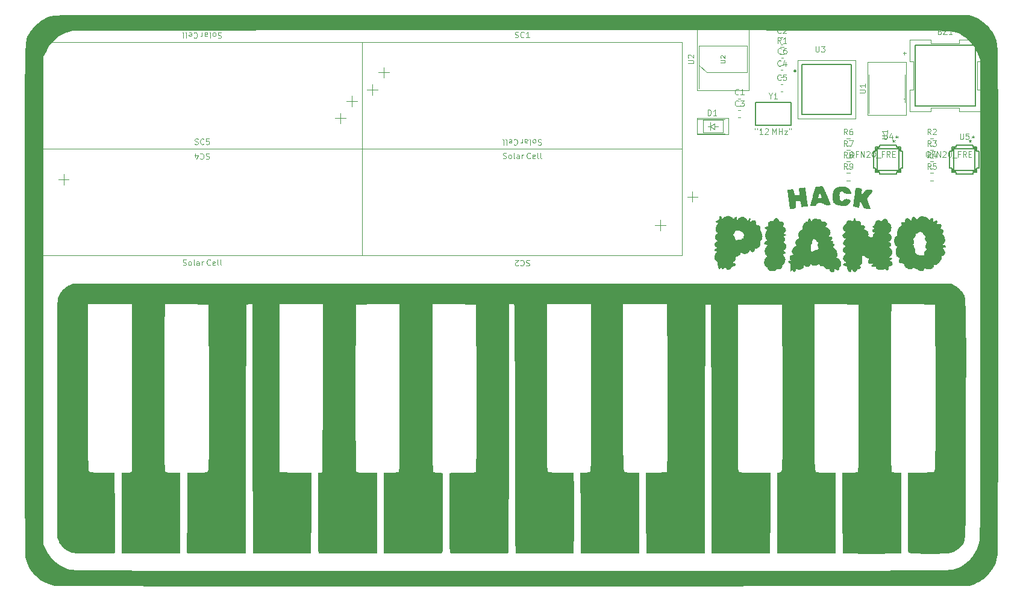
<source format=gbr>
%TF.GenerationSoftware,Flux,Pcbnew,7.0.11-7.0.11~ubuntu20.04.1*%
%TF.CreationDate,2024-08-20T18:53:49+00:00*%
%TF.ProjectId,input,696e7075-742e-46b6-9963-61645f706362,rev?*%
%TF.SameCoordinates,Original*%
%TF.FileFunction,Legend,Top*%
%TF.FilePolarity,Positive*%
%FSLAX46Y46*%
G04 Gerber Fmt 4.6, Leading zero omitted, Abs format (unit mm)*
G04 Filename: known-fuchsia-translation-collar*
G04 Build it with Flux! Visit our site at: https://www.flux.ai (PCBNEW 7.0.11-7.0.11~ubuntu20.04.1) date 2024-08-20 18:53:49*
%MOMM*%
%LPD*%
G01*
G04 APERTURE LIST*
%ADD10C,0.095000*%
%ADD11C,0.076000*%
%ADD12C,0.093100*%
%ADD13C,0.060800*%
%ADD14C,0.152400*%
%ADD15C,0.120000*%
%ADD16C,0.100000*%
%ADD17C,0.050000*%
%ADD18C,0.127000*%
%ADD19C,0.200000*%
G04 APERTURE END LIST*
D10*
X145731299Y-36592355D02*
X145731299Y-36782831D01*
X145540823Y-36706640D02*
X145731299Y-36782831D01*
X145731299Y-36782831D02*
X145921776Y-36706640D01*
X145617014Y-36935212D02*
X145731299Y-36782831D01*
X145731299Y-36782831D02*
X145845585Y-36935212D01*
X146136399Y-36012655D02*
X146136399Y-36203131D01*
X145945923Y-36126940D02*
X146136399Y-36203131D01*
X146136399Y-36203131D02*
X146326876Y-36126940D01*
X146022114Y-36355512D02*
X146136399Y-36203131D01*
X146136399Y-36203131D02*
X146250685Y-36355512D01*
X140108228Y-39093445D02*
X140032038Y-39055350D01*
X140032038Y-39055350D02*
X139955847Y-38979160D01*
X139955847Y-38979160D02*
X139841561Y-38864874D01*
X139841561Y-38864874D02*
X139765371Y-38826779D01*
X139765371Y-38826779D02*
X139689180Y-38826779D01*
X139727276Y-39017255D02*
X139651085Y-38979160D01*
X139651085Y-38979160D02*
X139574895Y-38902969D01*
X139574895Y-38902969D02*
X139536799Y-38750588D01*
X139536799Y-38750588D02*
X139536799Y-38483921D01*
X139536799Y-38483921D02*
X139574895Y-38331540D01*
X139574895Y-38331540D02*
X139651085Y-38255350D01*
X139651085Y-38255350D02*
X139727276Y-38217255D01*
X139727276Y-38217255D02*
X139879657Y-38217255D01*
X139879657Y-38217255D02*
X139955847Y-38255350D01*
X139955847Y-38255350D02*
X140032038Y-38331540D01*
X140032038Y-38331540D02*
X140070133Y-38483921D01*
X140070133Y-38483921D02*
X140070133Y-38750588D01*
X140070133Y-38750588D02*
X140032038Y-38902969D01*
X140032038Y-38902969D02*
X139955847Y-38979160D01*
X139955847Y-38979160D02*
X139879657Y-39017255D01*
X139879657Y-39017255D02*
X139727276Y-39017255D01*
X140679656Y-38598207D02*
X140412990Y-38598207D01*
X140412990Y-39017255D02*
X140412990Y-38217255D01*
X140412990Y-38217255D02*
X140793942Y-38217255D01*
X141098704Y-39017255D02*
X141098704Y-38217255D01*
X141098704Y-38217255D02*
X141555847Y-39017255D01*
X141555847Y-39017255D02*
X141555847Y-38217255D01*
X141898703Y-38293445D02*
X141936799Y-38255350D01*
X141936799Y-38255350D02*
X142012989Y-38217255D01*
X142012989Y-38217255D02*
X142203465Y-38217255D01*
X142203465Y-38217255D02*
X142279656Y-38255350D01*
X142279656Y-38255350D02*
X142317751Y-38293445D01*
X142317751Y-38293445D02*
X142355846Y-38369636D01*
X142355846Y-38369636D02*
X142355846Y-38445826D01*
X142355846Y-38445826D02*
X142317751Y-38560112D01*
X142317751Y-38560112D02*
X141860608Y-39017255D01*
X141860608Y-39017255D02*
X142355846Y-39017255D01*
X142851085Y-38217255D02*
X142927275Y-38217255D01*
X142927275Y-38217255D02*
X143003466Y-38255350D01*
X143003466Y-38255350D02*
X143041561Y-38293445D01*
X143041561Y-38293445D02*
X143079656Y-38369636D01*
X143079656Y-38369636D02*
X143117751Y-38522017D01*
X143117751Y-38522017D02*
X143117751Y-38712493D01*
X143117751Y-38712493D02*
X143079656Y-38864874D01*
X143079656Y-38864874D02*
X143041561Y-38941064D01*
X143041561Y-38941064D02*
X143003466Y-38979160D01*
X143003466Y-38979160D02*
X142927275Y-39017255D01*
X142927275Y-39017255D02*
X142851085Y-39017255D01*
X142851085Y-39017255D02*
X142774894Y-38979160D01*
X142774894Y-38979160D02*
X142736799Y-38941064D01*
X142736799Y-38941064D02*
X142698704Y-38864874D01*
X142698704Y-38864874D02*
X142660608Y-38712493D01*
X142660608Y-38712493D02*
X142660608Y-38522017D01*
X142660608Y-38522017D02*
X142698704Y-38369636D01*
X142698704Y-38369636D02*
X142736799Y-38293445D01*
X142736799Y-38293445D02*
X142774894Y-38255350D01*
X142774894Y-38255350D02*
X142851085Y-38217255D01*
X143270133Y-39093445D02*
X143879656Y-39093445D01*
X144336799Y-38598207D02*
X144070133Y-38598207D01*
X144070133Y-39017255D02*
X144070133Y-38217255D01*
X144070133Y-38217255D02*
X144451085Y-38217255D01*
X145212990Y-39017255D02*
X144946323Y-38636302D01*
X144755847Y-39017255D02*
X144755847Y-38217255D01*
X144755847Y-38217255D02*
X145060609Y-38217255D01*
X145060609Y-38217255D02*
X145136799Y-38255350D01*
X145136799Y-38255350D02*
X145174894Y-38293445D01*
X145174894Y-38293445D02*
X145212990Y-38369636D01*
X145212990Y-38369636D02*
X145212990Y-38483921D01*
X145212990Y-38483921D02*
X145174894Y-38560112D01*
X145174894Y-38560112D02*
X145136799Y-38598207D01*
X145136799Y-38598207D02*
X145060609Y-38636302D01*
X145060609Y-38636302D02*
X144755847Y-38636302D01*
X145555847Y-38598207D02*
X145822513Y-38598207D01*
X145936799Y-39017255D02*
X145555847Y-39017255D01*
X145555847Y-39017255D02*
X145555847Y-38217255D01*
X145555847Y-38217255D02*
X145936799Y-38217255D01*
X144332276Y-35733755D02*
X144332276Y-36381374D01*
X144332276Y-36381374D02*
X144370371Y-36457564D01*
X144370371Y-36457564D02*
X144408466Y-36495660D01*
X144408466Y-36495660D02*
X144484657Y-36533755D01*
X144484657Y-36533755D02*
X144637038Y-36533755D01*
X144637038Y-36533755D02*
X144713228Y-36495660D01*
X144713228Y-36495660D02*
X144751323Y-36457564D01*
X144751323Y-36457564D02*
X144789419Y-36381374D01*
X144789419Y-36381374D02*
X144789419Y-35733755D01*
X145513228Y-36000421D02*
X145513228Y-36533755D01*
X145322752Y-35695660D02*
X145132275Y-36267088D01*
X145132275Y-36267088D02*
X145627514Y-36267088D01*
X150930767Y-35865055D02*
X150664100Y-35484102D01*
X150473624Y-35865055D02*
X150473624Y-35065055D01*
X150473624Y-35065055D02*
X150778386Y-35065055D01*
X150778386Y-35065055D02*
X150854576Y-35103150D01*
X150854576Y-35103150D02*
X150892671Y-35141245D01*
X150892671Y-35141245D02*
X150930767Y-35217436D01*
X150930767Y-35217436D02*
X150930767Y-35331721D01*
X150930767Y-35331721D02*
X150892671Y-35407912D01*
X150892671Y-35407912D02*
X150854576Y-35446007D01*
X150854576Y-35446007D02*
X150778386Y-35484102D01*
X150778386Y-35484102D02*
X150473624Y-35484102D01*
X151235528Y-35141245D02*
X151273624Y-35103150D01*
X151273624Y-35103150D02*
X151349814Y-35065055D01*
X151349814Y-35065055D02*
X151540290Y-35065055D01*
X151540290Y-35065055D02*
X151616481Y-35103150D01*
X151616481Y-35103150D02*
X151654576Y-35141245D01*
X151654576Y-35141245D02*
X151692671Y-35217436D01*
X151692671Y-35217436D02*
X151692671Y-35293626D01*
X151692671Y-35293626D02*
X151654576Y-35407912D01*
X151654576Y-35407912D02*
X151197433Y-35865055D01*
X151197433Y-35865055D02*
X151692671Y-35865055D01*
X96185138Y-36552040D02*
X96070852Y-36513944D01*
X96070852Y-36513944D02*
X95880376Y-36513944D01*
X95880376Y-36513944D02*
X95804185Y-36552040D01*
X95804185Y-36552040D02*
X95766090Y-36590135D01*
X95766090Y-36590135D02*
X95727995Y-36666325D01*
X95727995Y-36666325D02*
X95727995Y-36742516D01*
X95727995Y-36742516D02*
X95766090Y-36818706D01*
X95766090Y-36818706D02*
X95804185Y-36856801D01*
X95804185Y-36856801D02*
X95880376Y-36894897D01*
X95880376Y-36894897D02*
X96032757Y-36932992D01*
X96032757Y-36932992D02*
X96108947Y-36971087D01*
X96108947Y-36971087D02*
X96147042Y-37009182D01*
X96147042Y-37009182D02*
X96185138Y-37085373D01*
X96185138Y-37085373D02*
X96185138Y-37161563D01*
X96185138Y-37161563D02*
X96147042Y-37237754D01*
X96147042Y-37237754D02*
X96108947Y-37275849D01*
X96108947Y-37275849D02*
X96032757Y-37313944D01*
X96032757Y-37313944D02*
X95842280Y-37313944D01*
X95842280Y-37313944D02*
X95727995Y-37275849D01*
X95270852Y-36513944D02*
X95347042Y-36552040D01*
X95347042Y-36552040D02*
X95385137Y-36590135D01*
X95385137Y-36590135D02*
X95423233Y-36666325D01*
X95423233Y-36666325D02*
X95423233Y-36894897D01*
X95423233Y-36894897D02*
X95385137Y-36971087D01*
X95385137Y-36971087D02*
X95347042Y-37009182D01*
X95347042Y-37009182D02*
X95270852Y-37047278D01*
X95270852Y-37047278D02*
X95156566Y-37047278D01*
X95156566Y-37047278D02*
X95080375Y-37009182D01*
X95080375Y-37009182D02*
X95042280Y-36971087D01*
X95042280Y-36971087D02*
X95004185Y-36894897D01*
X95004185Y-36894897D02*
X95004185Y-36666325D01*
X95004185Y-36666325D02*
X95042280Y-36590135D01*
X95042280Y-36590135D02*
X95080375Y-36552040D01*
X95080375Y-36552040D02*
X95156566Y-36513944D01*
X95156566Y-36513944D02*
X95270852Y-36513944D01*
X94547042Y-36513944D02*
X94623232Y-36552040D01*
X94623232Y-36552040D02*
X94661327Y-36628230D01*
X94661327Y-36628230D02*
X94661327Y-37313944D01*
X93899422Y-36513944D02*
X93899422Y-36932992D01*
X93899422Y-36932992D02*
X93937517Y-37009182D01*
X93937517Y-37009182D02*
X94013708Y-37047278D01*
X94013708Y-37047278D02*
X94166089Y-37047278D01*
X94166089Y-37047278D02*
X94242279Y-37009182D01*
X93899422Y-36552040D02*
X93975613Y-36513944D01*
X93975613Y-36513944D02*
X94166089Y-36513944D01*
X94166089Y-36513944D02*
X94242279Y-36552040D01*
X94242279Y-36552040D02*
X94280375Y-36628230D01*
X94280375Y-36628230D02*
X94280375Y-36704420D01*
X94280375Y-36704420D02*
X94242279Y-36780611D01*
X94242279Y-36780611D02*
X94166089Y-36818706D01*
X94166089Y-36818706D02*
X93975613Y-36818706D01*
X93975613Y-36818706D02*
X93899422Y-36856801D01*
X93518469Y-36513944D02*
X93518469Y-37047278D01*
X93518469Y-36894897D02*
X93480374Y-36971087D01*
X93480374Y-36971087D02*
X93442279Y-37009182D01*
X93442279Y-37009182D02*
X93366088Y-37047278D01*
X93366088Y-37047278D02*
X93289898Y-37047278D01*
X92337517Y-36590135D02*
X92375613Y-36552040D01*
X92375613Y-36552040D02*
X92489898Y-36513944D01*
X92489898Y-36513944D02*
X92566089Y-36513944D01*
X92566089Y-36513944D02*
X92680375Y-36552040D01*
X92680375Y-36552040D02*
X92756565Y-36628230D01*
X92756565Y-36628230D02*
X92794660Y-36704420D01*
X92794660Y-36704420D02*
X92832756Y-36856801D01*
X92832756Y-36856801D02*
X92832756Y-36971087D01*
X92832756Y-36971087D02*
X92794660Y-37123468D01*
X92794660Y-37123468D02*
X92756565Y-37199659D01*
X92756565Y-37199659D02*
X92680375Y-37275849D01*
X92680375Y-37275849D02*
X92566089Y-37313944D01*
X92566089Y-37313944D02*
X92489898Y-37313944D01*
X92489898Y-37313944D02*
X92375613Y-37275849D01*
X92375613Y-37275849D02*
X92337517Y-37237754D01*
X91689898Y-36552040D02*
X91766089Y-36513944D01*
X91766089Y-36513944D02*
X91918470Y-36513944D01*
X91918470Y-36513944D02*
X91994660Y-36552040D01*
X91994660Y-36552040D02*
X92032756Y-36628230D01*
X92032756Y-36628230D02*
X92032756Y-36932992D01*
X92032756Y-36932992D02*
X91994660Y-37009182D01*
X91994660Y-37009182D02*
X91918470Y-37047278D01*
X91918470Y-37047278D02*
X91766089Y-37047278D01*
X91766089Y-37047278D02*
X91689898Y-37009182D01*
X91689898Y-37009182D02*
X91651803Y-36932992D01*
X91651803Y-36932992D02*
X91651803Y-36856801D01*
X91651803Y-36856801D02*
X92032756Y-36780611D01*
X91194661Y-36513944D02*
X91270851Y-36552040D01*
X91270851Y-36552040D02*
X91308946Y-36628230D01*
X91308946Y-36628230D02*
X91308946Y-37313944D01*
X90775613Y-36513944D02*
X90851803Y-36552040D01*
X90851803Y-36552040D02*
X90889898Y-36628230D01*
X90889898Y-36628230D02*
X90889898Y-37313944D01*
X94508901Y-53552040D02*
X94394615Y-53513944D01*
X94394615Y-53513944D02*
X94204139Y-53513944D01*
X94204139Y-53513944D02*
X94127948Y-53552040D01*
X94127948Y-53552040D02*
X94089853Y-53590135D01*
X94089853Y-53590135D02*
X94051758Y-53666325D01*
X94051758Y-53666325D02*
X94051758Y-53742516D01*
X94051758Y-53742516D02*
X94089853Y-53818706D01*
X94089853Y-53818706D02*
X94127948Y-53856801D01*
X94127948Y-53856801D02*
X94204139Y-53894897D01*
X94204139Y-53894897D02*
X94356520Y-53932992D01*
X94356520Y-53932992D02*
X94432710Y-53971087D01*
X94432710Y-53971087D02*
X94470805Y-54009182D01*
X94470805Y-54009182D02*
X94508901Y-54085373D01*
X94508901Y-54085373D02*
X94508901Y-54161563D01*
X94508901Y-54161563D02*
X94470805Y-54237754D01*
X94470805Y-54237754D02*
X94432710Y-54275849D01*
X94432710Y-54275849D02*
X94356520Y-54313944D01*
X94356520Y-54313944D02*
X94166043Y-54313944D01*
X94166043Y-54313944D02*
X94051758Y-54275849D01*
X93251757Y-53590135D02*
X93289853Y-53552040D01*
X93289853Y-53552040D02*
X93404138Y-53513944D01*
X93404138Y-53513944D02*
X93480329Y-53513944D01*
X93480329Y-53513944D02*
X93594615Y-53552040D01*
X93594615Y-53552040D02*
X93670805Y-53628230D01*
X93670805Y-53628230D02*
X93708900Y-53704420D01*
X93708900Y-53704420D02*
X93746996Y-53856801D01*
X93746996Y-53856801D02*
X93746996Y-53971087D01*
X93746996Y-53971087D02*
X93708900Y-54123468D01*
X93708900Y-54123468D02*
X93670805Y-54199659D01*
X93670805Y-54199659D02*
X93594615Y-54275849D01*
X93594615Y-54275849D02*
X93480329Y-54313944D01*
X93480329Y-54313944D02*
X93404138Y-54313944D01*
X93404138Y-54313944D02*
X93289853Y-54275849D01*
X93289853Y-54275849D02*
X93251757Y-54237754D01*
X92946996Y-54237754D02*
X92908900Y-54275849D01*
X92908900Y-54275849D02*
X92832710Y-54313944D01*
X92832710Y-54313944D02*
X92642234Y-54313944D01*
X92642234Y-54313944D02*
X92566043Y-54275849D01*
X92566043Y-54275849D02*
X92527948Y-54237754D01*
X92527948Y-54237754D02*
X92489853Y-54161563D01*
X92489853Y-54161563D02*
X92489853Y-54085373D01*
X92489853Y-54085373D02*
X92527948Y-53971087D01*
X92527948Y-53971087D02*
X92985091Y-53513944D01*
X92985091Y-53513944D02*
X92489853Y-53513944D01*
X150930767Y-39106755D02*
X150664100Y-38725802D01*
X150473624Y-39106755D02*
X150473624Y-38306755D01*
X150473624Y-38306755D02*
X150778386Y-38306755D01*
X150778386Y-38306755D02*
X150854576Y-38344850D01*
X150854576Y-38344850D02*
X150892671Y-38382945D01*
X150892671Y-38382945D02*
X150930767Y-38459136D01*
X150930767Y-38459136D02*
X150930767Y-38573421D01*
X150930767Y-38573421D02*
X150892671Y-38649612D01*
X150892671Y-38649612D02*
X150854576Y-38687707D01*
X150854576Y-38687707D02*
X150778386Y-38725802D01*
X150778386Y-38725802D02*
X150473624Y-38725802D01*
X151616481Y-38573421D02*
X151616481Y-39106755D01*
X151426005Y-38268660D02*
X151235528Y-38840088D01*
X151235528Y-38840088D02*
X151730767Y-38840088D01*
X51199238Y-21536740D02*
X51084952Y-21498644D01*
X51084952Y-21498644D02*
X50894476Y-21498644D01*
X50894476Y-21498644D02*
X50818285Y-21536740D01*
X50818285Y-21536740D02*
X50780190Y-21574835D01*
X50780190Y-21574835D02*
X50742095Y-21651025D01*
X50742095Y-21651025D02*
X50742095Y-21727216D01*
X50742095Y-21727216D02*
X50780190Y-21803406D01*
X50780190Y-21803406D02*
X50818285Y-21841501D01*
X50818285Y-21841501D02*
X50894476Y-21879597D01*
X50894476Y-21879597D02*
X51046857Y-21917692D01*
X51046857Y-21917692D02*
X51123047Y-21955787D01*
X51123047Y-21955787D02*
X51161142Y-21993882D01*
X51161142Y-21993882D02*
X51199238Y-22070073D01*
X51199238Y-22070073D02*
X51199238Y-22146263D01*
X51199238Y-22146263D02*
X51161142Y-22222454D01*
X51161142Y-22222454D02*
X51123047Y-22260549D01*
X51123047Y-22260549D02*
X51046857Y-22298644D01*
X51046857Y-22298644D02*
X50856380Y-22298644D01*
X50856380Y-22298644D02*
X50742095Y-22260549D01*
X50284952Y-21498644D02*
X50361142Y-21536740D01*
X50361142Y-21536740D02*
X50399237Y-21574835D01*
X50399237Y-21574835D02*
X50437333Y-21651025D01*
X50437333Y-21651025D02*
X50437333Y-21879597D01*
X50437333Y-21879597D02*
X50399237Y-21955787D01*
X50399237Y-21955787D02*
X50361142Y-21993882D01*
X50361142Y-21993882D02*
X50284952Y-22031978D01*
X50284952Y-22031978D02*
X50170666Y-22031978D01*
X50170666Y-22031978D02*
X50094475Y-21993882D01*
X50094475Y-21993882D02*
X50056380Y-21955787D01*
X50056380Y-21955787D02*
X50018285Y-21879597D01*
X50018285Y-21879597D02*
X50018285Y-21651025D01*
X50018285Y-21651025D02*
X50056380Y-21574835D01*
X50056380Y-21574835D02*
X50094475Y-21536740D01*
X50094475Y-21536740D02*
X50170666Y-21498644D01*
X50170666Y-21498644D02*
X50284952Y-21498644D01*
X49561142Y-21498644D02*
X49637332Y-21536740D01*
X49637332Y-21536740D02*
X49675427Y-21612930D01*
X49675427Y-21612930D02*
X49675427Y-22298644D01*
X48913522Y-21498644D02*
X48913522Y-21917692D01*
X48913522Y-21917692D02*
X48951617Y-21993882D01*
X48951617Y-21993882D02*
X49027808Y-22031978D01*
X49027808Y-22031978D02*
X49180189Y-22031978D01*
X49180189Y-22031978D02*
X49256379Y-21993882D01*
X48913522Y-21536740D02*
X48989713Y-21498644D01*
X48989713Y-21498644D02*
X49180189Y-21498644D01*
X49180189Y-21498644D02*
X49256379Y-21536740D01*
X49256379Y-21536740D02*
X49294475Y-21612930D01*
X49294475Y-21612930D02*
X49294475Y-21689120D01*
X49294475Y-21689120D02*
X49256379Y-21765311D01*
X49256379Y-21765311D02*
X49180189Y-21803406D01*
X49180189Y-21803406D02*
X48989713Y-21803406D01*
X48989713Y-21803406D02*
X48913522Y-21841501D01*
X48532569Y-21498644D02*
X48532569Y-22031978D01*
X48532569Y-21879597D02*
X48494474Y-21955787D01*
X48494474Y-21955787D02*
X48456379Y-21993882D01*
X48456379Y-21993882D02*
X48380188Y-22031978D01*
X48380188Y-22031978D02*
X48303998Y-22031978D01*
X47351617Y-21574835D02*
X47389713Y-21536740D01*
X47389713Y-21536740D02*
X47503998Y-21498644D01*
X47503998Y-21498644D02*
X47580189Y-21498644D01*
X47580189Y-21498644D02*
X47694475Y-21536740D01*
X47694475Y-21536740D02*
X47770665Y-21612930D01*
X47770665Y-21612930D02*
X47808760Y-21689120D01*
X47808760Y-21689120D02*
X47846856Y-21841501D01*
X47846856Y-21841501D02*
X47846856Y-21955787D01*
X47846856Y-21955787D02*
X47808760Y-22108168D01*
X47808760Y-22108168D02*
X47770665Y-22184359D01*
X47770665Y-22184359D02*
X47694475Y-22260549D01*
X47694475Y-22260549D02*
X47580189Y-22298644D01*
X47580189Y-22298644D02*
X47503998Y-22298644D01*
X47503998Y-22298644D02*
X47389713Y-22260549D01*
X47389713Y-22260549D02*
X47351617Y-22222454D01*
X46703998Y-21536740D02*
X46780189Y-21498644D01*
X46780189Y-21498644D02*
X46932570Y-21498644D01*
X46932570Y-21498644D02*
X47008760Y-21536740D01*
X47008760Y-21536740D02*
X47046856Y-21612930D01*
X47046856Y-21612930D02*
X47046856Y-21917692D01*
X47046856Y-21917692D02*
X47008760Y-21993882D01*
X47008760Y-21993882D02*
X46932570Y-22031978D01*
X46932570Y-22031978D02*
X46780189Y-22031978D01*
X46780189Y-22031978D02*
X46703998Y-21993882D01*
X46703998Y-21993882D02*
X46665903Y-21917692D01*
X46665903Y-21917692D02*
X46665903Y-21841501D01*
X46665903Y-21841501D02*
X47046856Y-21765311D01*
X46208761Y-21498644D02*
X46284951Y-21536740D01*
X46284951Y-21536740D02*
X46323046Y-21612930D01*
X46323046Y-21612930D02*
X46323046Y-22298644D01*
X45789713Y-21498644D02*
X45865903Y-21536740D01*
X45865903Y-21536740D02*
X45903998Y-21612930D01*
X45903998Y-21612930D02*
X45903998Y-22298644D01*
X49523001Y-38536740D02*
X49408715Y-38498644D01*
X49408715Y-38498644D02*
X49218239Y-38498644D01*
X49218239Y-38498644D02*
X49142048Y-38536740D01*
X49142048Y-38536740D02*
X49103953Y-38574835D01*
X49103953Y-38574835D02*
X49065858Y-38651025D01*
X49065858Y-38651025D02*
X49065858Y-38727216D01*
X49065858Y-38727216D02*
X49103953Y-38803406D01*
X49103953Y-38803406D02*
X49142048Y-38841501D01*
X49142048Y-38841501D02*
X49218239Y-38879597D01*
X49218239Y-38879597D02*
X49370620Y-38917692D01*
X49370620Y-38917692D02*
X49446810Y-38955787D01*
X49446810Y-38955787D02*
X49484905Y-38993882D01*
X49484905Y-38993882D02*
X49523001Y-39070073D01*
X49523001Y-39070073D02*
X49523001Y-39146263D01*
X49523001Y-39146263D02*
X49484905Y-39222454D01*
X49484905Y-39222454D02*
X49446810Y-39260549D01*
X49446810Y-39260549D02*
X49370620Y-39298644D01*
X49370620Y-39298644D02*
X49180143Y-39298644D01*
X49180143Y-39298644D02*
X49065858Y-39260549D01*
X48265857Y-38574835D02*
X48303953Y-38536740D01*
X48303953Y-38536740D02*
X48418238Y-38498644D01*
X48418238Y-38498644D02*
X48494429Y-38498644D01*
X48494429Y-38498644D02*
X48608715Y-38536740D01*
X48608715Y-38536740D02*
X48684905Y-38612930D01*
X48684905Y-38612930D02*
X48723000Y-38689120D01*
X48723000Y-38689120D02*
X48761096Y-38841501D01*
X48761096Y-38841501D02*
X48761096Y-38955787D01*
X48761096Y-38955787D02*
X48723000Y-39108168D01*
X48723000Y-39108168D02*
X48684905Y-39184359D01*
X48684905Y-39184359D02*
X48608715Y-39260549D01*
X48608715Y-39260549D02*
X48494429Y-39298644D01*
X48494429Y-39298644D02*
X48418238Y-39298644D01*
X48418238Y-39298644D02*
X48303953Y-39260549D01*
X48303953Y-39260549D02*
X48265857Y-39222454D01*
X47580143Y-39031978D02*
X47580143Y-38498644D01*
X47770619Y-39336740D02*
X47961096Y-38765311D01*
X47961096Y-38765311D02*
X47465857Y-38765311D01*
X150930767Y-40726155D02*
X150664100Y-40345202D01*
X150473624Y-40726155D02*
X150473624Y-39926155D01*
X150473624Y-39926155D02*
X150778386Y-39926155D01*
X150778386Y-39926155D02*
X150854576Y-39964250D01*
X150854576Y-39964250D02*
X150892671Y-40002345D01*
X150892671Y-40002345D02*
X150930767Y-40078536D01*
X150930767Y-40078536D02*
X150930767Y-40192821D01*
X150930767Y-40192821D02*
X150892671Y-40269012D01*
X150892671Y-40269012D02*
X150854576Y-40307107D01*
X150854576Y-40307107D02*
X150778386Y-40345202D01*
X150778386Y-40345202D02*
X150473624Y-40345202D01*
X151654576Y-39926155D02*
X151273624Y-39926155D01*
X151273624Y-39926155D02*
X151235528Y-40307107D01*
X151235528Y-40307107D02*
X151273624Y-40269012D01*
X151273624Y-40269012D02*
X151349814Y-40230917D01*
X151349814Y-40230917D02*
X151540290Y-40230917D01*
X151540290Y-40230917D02*
X151616481Y-40269012D01*
X151616481Y-40269012D02*
X151654576Y-40307107D01*
X151654576Y-40307107D02*
X151692671Y-40383298D01*
X151692671Y-40383298D02*
X151692671Y-40573774D01*
X151692671Y-40573774D02*
X151654576Y-40649964D01*
X151654576Y-40649964D02*
X151616481Y-40688060D01*
X151616481Y-40688060D02*
X151540290Y-40726155D01*
X151540290Y-40726155D02*
X151349814Y-40726155D01*
X151349814Y-40726155D02*
X151273624Y-40688060D01*
X151273624Y-40688060D02*
X151235528Y-40649964D01*
X126252766Y-35014055D02*
X126252766Y-35166436D01*
X126557528Y-35014055D02*
X126557528Y-35166436D01*
X127319433Y-35814055D02*
X126862290Y-35814055D01*
X127090862Y-35814055D02*
X127090862Y-35014055D01*
X127090862Y-35014055D02*
X127014671Y-35128340D01*
X127014671Y-35128340D02*
X126938481Y-35204531D01*
X126938481Y-35204531D02*
X126862290Y-35242626D01*
X127624195Y-35090245D02*
X127662291Y-35052150D01*
X127662291Y-35052150D02*
X127738481Y-35014055D01*
X127738481Y-35014055D02*
X127928957Y-35014055D01*
X127928957Y-35014055D02*
X128005148Y-35052150D01*
X128005148Y-35052150D02*
X128043243Y-35090245D01*
X128043243Y-35090245D02*
X128081338Y-35166436D01*
X128081338Y-35166436D02*
X128081338Y-35242626D01*
X128081338Y-35242626D02*
X128043243Y-35356912D01*
X128043243Y-35356912D02*
X127586100Y-35814055D01*
X127586100Y-35814055D02*
X128081338Y-35814055D01*
X128652767Y-35814055D02*
X128652767Y-35014055D01*
X128652767Y-35014055D02*
X128919433Y-35585483D01*
X128919433Y-35585483D02*
X129186100Y-35014055D01*
X129186100Y-35014055D02*
X129186100Y-35814055D01*
X129567053Y-35814055D02*
X129567053Y-35014055D01*
X129567053Y-35395007D02*
X130024196Y-35395007D01*
X130024196Y-35814055D02*
X130024196Y-35014055D01*
X130328957Y-35280721D02*
X130748005Y-35280721D01*
X130748005Y-35280721D02*
X130328957Y-35814055D01*
X130328957Y-35814055D02*
X130748005Y-35814055D01*
X131014671Y-35014055D02*
X131014671Y-35166436D01*
X131319433Y-35014055D02*
X131319433Y-35166436D01*
X128405148Y-30433102D02*
X128405148Y-30814055D01*
X128138481Y-30014055D02*
X128405148Y-30433102D01*
X128405148Y-30433102D02*
X128671814Y-30014055D01*
X129357528Y-30814055D02*
X128900385Y-30814055D01*
X129128957Y-30814055D02*
X129128957Y-30014055D01*
X129128957Y-30014055D02*
X129052766Y-30128340D01*
X129052766Y-30128340D02*
X128976576Y-30204531D01*
X128976576Y-30204531D02*
X128900385Y-30242626D01*
X139185467Y-40726155D02*
X138918800Y-40345202D01*
X138728324Y-40726155D02*
X138728324Y-39926155D01*
X138728324Y-39926155D02*
X139033086Y-39926155D01*
X139033086Y-39926155D02*
X139109276Y-39964250D01*
X139109276Y-39964250D02*
X139147371Y-40002345D01*
X139147371Y-40002345D02*
X139185467Y-40078536D01*
X139185467Y-40078536D02*
X139185467Y-40192821D01*
X139185467Y-40192821D02*
X139147371Y-40269012D01*
X139147371Y-40269012D02*
X139109276Y-40307107D01*
X139109276Y-40307107D02*
X139033086Y-40345202D01*
X139033086Y-40345202D02*
X138728324Y-40345202D01*
X139566419Y-40726155D02*
X139718800Y-40726155D01*
X139718800Y-40726155D02*
X139794990Y-40688060D01*
X139794990Y-40688060D02*
X139833086Y-40649964D01*
X139833086Y-40649964D02*
X139909276Y-40535679D01*
X139909276Y-40535679D02*
X139947371Y-40383298D01*
X139947371Y-40383298D02*
X139947371Y-40078536D01*
X139947371Y-40078536D02*
X139909276Y-40002345D01*
X139909276Y-40002345D02*
X139871181Y-39964250D01*
X139871181Y-39964250D02*
X139794990Y-39926155D01*
X139794990Y-39926155D02*
X139642609Y-39926155D01*
X139642609Y-39926155D02*
X139566419Y-39964250D01*
X139566419Y-39964250D02*
X139528324Y-40002345D01*
X139528324Y-40002345D02*
X139490228Y-40078536D01*
X139490228Y-40078536D02*
X139490228Y-40269012D01*
X139490228Y-40269012D02*
X139528324Y-40345202D01*
X139528324Y-40345202D02*
X139566419Y-40383298D01*
X139566419Y-40383298D02*
X139642609Y-40421393D01*
X139642609Y-40421393D02*
X139794990Y-40421393D01*
X139794990Y-40421393D02*
X139871181Y-40383298D01*
X139871181Y-40383298D02*
X139909276Y-40345202D01*
X139909276Y-40345202D02*
X139947371Y-40269012D01*
X139185467Y-39106755D02*
X138918800Y-38725802D01*
X138728324Y-39106755D02*
X138728324Y-38306755D01*
X138728324Y-38306755D02*
X139033086Y-38306755D01*
X139033086Y-38306755D02*
X139109276Y-38344850D01*
X139109276Y-38344850D02*
X139147371Y-38382945D01*
X139147371Y-38382945D02*
X139185467Y-38459136D01*
X139185467Y-38459136D02*
X139185467Y-38573421D01*
X139185467Y-38573421D02*
X139147371Y-38649612D01*
X139147371Y-38649612D02*
X139109276Y-38687707D01*
X139109276Y-38687707D02*
X139033086Y-38725802D01*
X139033086Y-38725802D02*
X138728324Y-38725802D01*
X139642609Y-38649612D02*
X139566419Y-38611517D01*
X139566419Y-38611517D02*
X139528324Y-38573421D01*
X139528324Y-38573421D02*
X139490228Y-38497231D01*
X139490228Y-38497231D02*
X139490228Y-38459136D01*
X139490228Y-38459136D02*
X139528324Y-38382945D01*
X139528324Y-38382945D02*
X139566419Y-38344850D01*
X139566419Y-38344850D02*
X139642609Y-38306755D01*
X139642609Y-38306755D02*
X139794990Y-38306755D01*
X139794990Y-38306755D02*
X139871181Y-38344850D01*
X139871181Y-38344850D02*
X139909276Y-38382945D01*
X139909276Y-38382945D02*
X139947371Y-38459136D01*
X139947371Y-38459136D02*
X139947371Y-38497231D01*
X139947371Y-38497231D02*
X139909276Y-38573421D01*
X139909276Y-38573421D02*
X139871181Y-38611517D01*
X139871181Y-38611517D02*
X139794990Y-38649612D01*
X139794990Y-38649612D02*
X139642609Y-38649612D01*
X139642609Y-38649612D02*
X139566419Y-38687707D01*
X139566419Y-38687707D02*
X139528324Y-38725802D01*
X139528324Y-38725802D02*
X139490228Y-38801993D01*
X139490228Y-38801993D02*
X139490228Y-38954374D01*
X139490228Y-38954374D02*
X139528324Y-39030564D01*
X139528324Y-39030564D02*
X139566419Y-39068660D01*
X139566419Y-39068660D02*
X139642609Y-39106755D01*
X139642609Y-39106755D02*
X139794990Y-39106755D01*
X139794990Y-39106755D02*
X139871181Y-39068660D01*
X139871181Y-39068660D02*
X139909276Y-39030564D01*
X139909276Y-39030564D02*
X139947371Y-38954374D01*
X139947371Y-38954374D02*
X139947371Y-38801993D01*
X139947371Y-38801993D02*
X139909276Y-38725802D01*
X139909276Y-38725802D02*
X139871181Y-38687707D01*
X139871181Y-38687707D02*
X139794990Y-38649612D01*
X119610424Y-33171155D02*
X119610424Y-32371155D01*
X119610424Y-32371155D02*
X119800900Y-32371155D01*
X119800900Y-32371155D02*
X119915186Y-32409250D01*
X119915186Y-32409250D02*
X119991376Y-32485440D01*
X119991376Y-32485440D02*
X120029471Y-32561631D01*
X120029471Y-32561631D02*
X120067567Y-32714012D01*
X120067567Y-32714012D02*
X120067567Y-32828298D01*
X120067567Y-32828298D02*
X120029471Y-32980679D01*
X120029471Y-32980679D02*
X119991376Y-33056869D01*
X119991376Y-33056869D02*
X119915186Y-33133060D01*
X119915186Y-33133060D02*
X119800900Y-33171155D01*
X119800900Y-33171155D02*
X119610424Y-33171155D01*
X120829471Y-33171155D02*
X120372328Y-33171155D01*
X120600900Y-33171155D02*
X120600900Y-32371155D01*
X120600900Y-32371155D02*
X120524709Y-32485440D01*
X120524709Y-32485440D02*
X120448519Y-32561631D01*
X120448519Y-32561631D02*
X120372328Y-32599726D01*
X119610424Y-33171155D02*
X119610424Y-32371155D01*
X119610424Y-32371155D02*
X119800900Y-32371155D01*
X119800900Y-32371155D02*
X119915186Y-32409250D01*
X119915186Y-32409250D02*
X119991376Y-32485440D01*
X119991376Y-32485440D02*
X120029471Y-32561631D01*
X120029471Y-32561631D02*
X120067567Y-32714012D01*
X120067567Y-32714012D02*
X120067567Y-32828298D01*
X120067567Y-32828298D02*
X120029471Y-32980679D01*
X120029471Y-32980679D02*
X119991376Y-33056869D01*
X119991376Y-33056869D02*
X119915186Y-33133060D01*
X119915186Y-33133060D02*
X119800900Y-33171155D01*
X119800900Y-33171155D02*
X119610424Y-33171155D01*
X120829471Y-33171155D02*
X120372328Y-33171155D01*
X120600900Y-33171155D02*
X120600900Y-32371155D01*
X120600900Y-32371155D02*
X120524709Y-32485440D01*
X120524709Y-32485440D02*
X120448519Y-32561631D01*
X120448519Y-32561631D02*
X120372328Y-32599726D01*
X139185467Y-37506755D02*
X138918800Y-37125802D01*
X138728324Y-37506755D02*
X138728324Y-36706755D01*
X138728324Y-36706755D02*
X139033086Y-36706755D01*
X139033086Y-36706755D02*
X139109276Y-36744850D01*
X139109276Y-36744850D02*
X139147371Y-36782945D01*
X139147371Y-36782945D02*
X139185467Y-36859136D01*
X139185467Y-36859136D02*
X139185467Y-36973421D01*
X139185467Y-36973421D02*
X139147371Y-37049612D01*
X139147371Y-37049612D02*
X139109276Y-37087707D01*
X139109276Y-37087707D02*
X139033086Y-37125802D01*
X139033086Y-37125802D02*
X138728324Y-37125802D01*
X139452133Y-36706755D02*
X139985467Y-36706755D01*
X139985467Y-36706755D02*
X139642609Y-37506755D01*
X129927767Y-24421964D02*
X129889671Y-24460060D01*
X129889671Y-24460060D02*
X129775386Y-24498155D01*
X129775386Y-24498155D02*
X129699195Y-24498155D01*
X129699195Y-24498155D02*
X129584909Y-24460060D01*
X129584909Y-24460060D02*
X129508719Y-24383869D01*
X129508719Y-24383869D02*
X129470624Y-24307679D01*
X129470624Y-24307679D02*
X129432528Y-24155298D01*
X129432528Y-24155298D02*
X129432528Y-24041012D01*
X129432528Y-24041012D02*
X129470624Y-23888631D01*
X129470624Y-23888631D02*
X129508719Y-23812440D01*
X129508719Y-23812440D02*
X129584909Y-23736250D01*
X129584909Y-23736250D02*
X129699195Y-23698155D01*
X129699195Y-23698155D02*
X129775386Y-23698155D01*
X129775386Y-23698155D02*
X129889671Y-23736250D01*
X129889671Y-23736250D02*
X129927767Y-23774345D01*
X130613481Y-23698155D02*
X130461100Y-23698155D01*
X130461100Y-23698155D02*
X130384909Y-23736250D01*
X130384909Y-23736250D02*
X130346814Y-23774345D01*
X130346814Y-23774345D02*
X130270624Y-23888631D01*
X130270624Y-23888631D02*
X130232528Y-24041012D01*
X130232528Y-24041012D02*
X130232528Y-24345774D01*
X130232528Y-24345774D02*
X130270624Y-24421964D01*
X130270624Y-24421964D02*
X130308719Y-24460060D01*
X130308719Y-24460060D02*
X130384909Y-24498155D01*
X130384909Y-24498155D02*
X130537290Y-24498155D01*
X130537290Y-24498155D02*
X130613481Y-24460060D01*
X130613481Y-24460060D02*
X130651576Y-24421964D01*
X130651576Y-24421964D02*
X130689671Y-24345774D01*
X130689671Y-24345774D02*
X130689671Y-24155298D01*
X130689671Y-24155298D02*
X130651576Y-24079107D01*
X130651576Y-24079107D02*
X130613481Y-24041012D01*
X130613481Y-24041012D02*
X130537290Y-24002917D01*
X130537290Y-24002917D02*
X130384909Y-24002917D01*
X130384909Y-24002917D02*
X130308719Y-24041012D01*
X130308719Y-24041012D02*
X130270624Y-24079107D01*
X130270624Y-24079107D02*
X130232528Y-24155298D01*
X45827784Y-54206260D02*
X45942070Y-54244355D01*
X45942070Y-54244355D02*
X46132546Y-54244355D01*
X46132546Y-54244355D02*
X46208737Y-54206260D01*
X46208737Y-54206260D02*
X46246832Y-54168164D01*
X46246832Y-54168164D02*
X46284927Y-54091974D01*
X46284927Y-54091974D02*
X46284927Y-54015783D01*
X46284927Y-54015783D02*
X46246832Y-53939593D01*
X46246832Y-53939593D02*
X46208737Y-53901498D01*
X46208737Y-53901498D02*
X46132546Y-53863402D01*
X46132546Y-53863402D02*
X45980165Y-53825307D01*
X45980165Y-53825307D02*
X45903975Y-53787212D01*
X45903975Y-53787212D02*
X45865880Y-53749117D01*
X45865880Y-53749117D02*
X45827784Y-53672926D01*
X45827784Y-53672926D02*
X45827784Y-53596736D01*
X45827784Y-53596736D02*
X45865880Y-53520545D01*
X45865880Y-53520545D02*
X45903975Y-53482450D01*
X45903975Y-53482450D02*
X45980165Y-53444355D01*
X45980165Y-53444355D02*
X46170642Y-53444355D01*
X46170642Y-53444355D02*
X46284927Y-53482450D01*
X46742070Y-54244355D02*
X46665880Y-54206260D01*
X46665880Y-54206260D02*
X46627785Y-54168164D01*
X46627785Y-54168164D02*
X46589689Y-54091974D01*
X46589689Y-54091974D02*
X46589689Y-53863402D01*
X46589689Y-53863402D02*
X46627785Y-53787212D01*
X46627785Y-53787212D02*
X46665880Y-53749117D01*
X46665880Y-53749117D02*
X46742070Y-53711021D01*
X46742070Y-53711021D02*
X46856356Y-53711021D01*
X46856356Y-53711021D02*
X46932547Y-53749117D01*
X46932547Y-53749117D02*
X46970642Y-53787212D01*
X46970642Y-53787212D02*
X47008737Y-53863402D01*
X47008737Y-53863402D02*
X47008737Y-54091974D01*
X47008737Y-54091974D02*
X46970642Y-54168164D01*
X46970642Y-54168164D02*
X46932547Y-54206260D01*
X46932547Y-54206260D02*
X46856356Y-54244355D01*
X46856356Y-54244355D02*
X46742070Y-54244355D01*
X47465880Y-54244355D02*
X47389690Y-54206260D01*
X47389690Y-54206260D02*
X47351595Y-54130069D01*
X47351595Y-54130069D02*
X47351595Y-53444355D01*
X48113500Y-54244355D02*
X48113500Y-53825307D01*
X48113500Y-53825307D02*
X48075405Y-53749117D01*
X48075405Y-53749117D02*
X47999214Y-53711021D01*
X47999214Y-53711021D02*
X47846833Y-53711021D01*
X47846833Y-53711021D02*
X47770643Y-53749117D01*
X48113500Y-54206260D02*
X48037309Y-54244355D01*
X48037309Y-54244355D02*
X47846833Y-54244355D01*
X47846833Y-54244355D02*
X47770643Y-54206260D01*
X47770643Y-54206260D02*
X47732547Y-54130069D01*
X47732547Y-54130069D02*
X47732547Y-54053879D01*
X47732547Y-54053879D02*
X47770643Y-53977688D01*
X47770643Y-53977688D02*
X47846833Y-53939593D01*
X47846833Y-53939593D02*
X48037309Y-53939593D01*
X48037309Y-53939593D02*
X48113500Y-53901498D01*
X48494453Y-54244355D02*
X48494453Y-53711021D01*
X48494453Y-53863402D02*
X48532548Y-53787212D01*
X48532548Y-53787212D02*
X48570643Y-53749117D01*
X48570643Y-53749117D02*
X48646834Y-53711021D01*
X48646834Y-53711021D02*
X48723024Y-53711021D01*
X49675405Y-54168164D02*
X49637309Y-54206260D01*
X49637309Y-54206260D02*
X49523024Y-54244355D01*
X49523024Y-54244355D02*
X49446833Y-54244355D01*
X49446833Y-54244355D02*
X49332547Y-54206260D01*
X49332547Y-54206260D02*
X49256357Y-54130069D01*
X49256357Y-54130069D02*
X49218262Y-54053879D01*
X49218262Y-54053879D02*
X49180166Y-53901498D01*
X49180166Y-53901498D02*
X49180166Y-53787212D01*
X49180166Y-53787212D02*
X49218262Y-53634831D01*
X49218262Y-53634831D02*
X49256357Y-53558640D01*
X49256357Y-53558640D02*
X49332547Y-53482450D01*
X49332547Y-53482450D02*
X49446833Y-53444355D01*
X49446833Y-53444355D02*
X49523024Y-53444355D01*
X49523024Y-53444355D02*
X49637309Y-53482450D01*
X49637309Y-53482450D02*
X49675405Y-53520545D01*
X50323024Y-54206260D02*
X50246833Y-54244355D01*
X50246833Y-54244355D02*
X50094452Y-54244355D01*
X50094452Y-54244355D02*
X50018262Y-54206260D01*
X50018262Y-54206260D02*
X49980166Y-54130069D01*
X49980166Y-54130069D02*
X49980166Y-53825307D01*
X49980166Y-53825307D02*
X50018262Y-53749117D01*
X50018262Y-53749117D02*
X50094452Y-53711021D01*
X50094452Y-53711021D02*
X50246833Y-53711021D01*
X50246833Y-53711021D02*
X50323024Y-53749117D01*
X50323024Y-53749117D02*
X50361119Y-53825307D01*
X50361119Y-53825307D02*
X50361119Y-53901498D01*
X50361119Y-53901498D02*
X49980166Y-53977688D01*
X50818261Y-54244355D02*
X50742071Y-54206260D01*
X50742071Y-54206260D02*
X50703976Y-54130069D01*
X50703976Y-54130069D02*
X50703976Y-53444355D01*
X51237309Y-54244355D02*
X51161119Y-54206260D01*
X51161119Y-54206260D02*
X51123024Y-54130069D01*
X51123024Y-54130069D02*
X51123024Y-53444355D01*
X47503975Y-37206260D02*
X47618261Y-37244355D01*
X47618261Y-37244355D02*
X47808737Y-37244355D01*
X47808737Y-37244355D02*
X47884928Y-37206260D01*
X47884928Y-37206260D02*
X47923023Y-37168164D01*
X47923023Y-37168164D02*
X47961118Y-37091974D01*
X47961118Y-37091974D02*
X47961118Y-37015783D01*
X47961118Y-37015783D02*
X47923023Y-36939593D01*
X47923023Y-36939593D02*
X47884928Y-36901498D01*
X47884928Y-36901498D02*
X47808737Y-36863402D01*
X47808737Y-36863402D02*
X47656356Y-36825307D01*
X47656356Y-36825307D02*
X47580166Y-36787212D01*
X47580166Y-36787212D02*
X47542071Y-36749117D01*
X47542071Y-36749117D02*
X47503975Y-36672926D01*
X47503975Y-36672926D02*
X47503975Y-36596736D01*
X47503975Y-36596736D02*
X47542071Y-36520545D01*
X47542071Y-36520545D02*
X47580166Y-36482450D01*
X47580166Y-36482450D02*
X47656356Y-36444355D01*
X47656356Y-36444355D02*
X47846833Y-36444355D01*
X47846833Y-36444355D02*
X47961118Y-36482450D01*
X48761119Y-37168164D02*
X48723023Y-37206260D01*
X48723023Y-37206260D02*
X48608738Y-37244355D01*
X48608738Y-37244355D02*
X48532547Y-37244355D01*
X48532547Y-37244355D02*
X48418261Y-37206260D01*
X48418261Y-37206260D02*
X48342071Y-37130069D01*
X48342071Y-37130069D02*
X48303976Y-37053879D01*
X48303976Y-37053879D02*
X48265880Y-36901498D01*
X48265880Y-36901498D02*
X48265880Y-36787212D01*
X48265880Y-36787212D02*
X48303976Y-36634831D01*
X48303976Y-36634831D02*
X48342071Y-36558640D01*
X48342071Y-36558640D02*
X48418261Y-36482450D01*
X48418261Y-36482450D02*
X48532547Y-36444355D01*
X48532547Y-36444355D02*
X48608738Y-36444355D01*
X48608738Y-36444355D02*
X48723023Y-36482450D01*
X48723023Y-36482450D02*
X48761119Y-36520545D01*
X49484928Y-36444355D02*
X49103976Y-36444355D01*
X49103976Y-36444355D02*
X49065880Y-36825307D01*
X49065880Y-36825307D02*
X49103976Y-36787212D01*
X49103976Y-36787212D02*
X49180166Y-36749117D01*
X49180166Y-36749117D02*
X49370642Y-36749117D01*
X49370642Y-36749117D02*
X49446833Y-36787212D01*
X49446833Y-36787212D02*
X49484928Y-36825307D01*
X49484928Y-36825307D02*
X49523023Y-36901498D01*
X49523023Y-36901498D02*
X49523023Y-37091974D01*
X49523023Y-37091974D02*
X49484928Y-37168164D01*
X49484928Y-37168164D02*
X49446833Y-37206260D01*
X49446833Y-37206260D02*
X49370642Y-37244355D01*
X49370642Y-37244355D02*
X49180166Y-37244355D01*
X49180166Y-37244355D02*
X49103976Y-37206260D01*
X49103976Y-37206260D02*
X49065880Y-37168164D01*
D11*
X121380024Y-25751519D02*
X121898119Y-25751519D01*
X121898119Y-25751519D02*
X121959071Y-25721042D01*
X121959071Y-25721042D02*
X121989548Y-25690566D01*
X121989548Y-25690566D02*
X122020024Y-25629614D01*
X122020024Y-25629614D02*
X122020024Y-25507709D01*
X122020024Y-25507709D02*
X121989548Y-25446757D01*
X121989548Y-25446757D02*
X121959071Y-25416280D01*
X121959071Y-25416280D02*
X121898119Y-25385804D01*
X121898119Y-25385804D02*
X121380024Y-25385804D01*
X121440976Y-25111519D02*
X121410500Y-25081043D01*
X121410500Y-25081043D02*
X121380024Y-25020090D01*
X121380024Y-25020090D02*
X121380024Y-24867709D01*
X121380024Y-24867709D02*
X121410500Y-24806757D01*
X121410500Y-24806757D02*
X121440976Y-24776281D01*
X121440976Y-24776281D02*
X121501928Y-24745804D01*
X121501928Y-24745804D02*
X121562881Y-24745804D01*
X121562881Y-24745804D02*
X121654309Y-24776281D01*
X121654309Y-24776281D02*
X122020024Y-25141995D01*
X122020024Y-25141995D02*
X122020024Y-24745804D01*
D10*
X116793055Y-25873440D02*
X117440674Y-25873440D01*
X117440674Y-25873440D02*
X117516864Y-25835345D01*
X117516864Y-25835345D02*
X117554960Y-25797250D01*
X117554960Y-25797250D02*
X117593055Y-25721059D01*
X117593055Y-25721059D02*
X117593055Y-25568678D01*
X117593055Y-25568678D02*
X117554960Y-25492488D01*
X117554960Y-25492488D02*
X117516864Y-25454393D01*
X117516864Y-25454393D02*
X117440674Y-25416297D01*
X117440674Y-25416297D02*
X116793055Y-25416297D01*
X116869245Y-25073441D02*
X116831150Y-25035345D01*
X116831150Y-25035345D02*
X116793055Y-24959155D01*
X116793055Y-24959155D02*
X116793055Y-24768679D01*
X116793055Y-24768679D02*
X116831150Y-24692488D01*
X116831150Y-24692488D02*
X116869245Y-24654393D01*
X116869245Y-24654393D02*
X116945436Y-24616298D01*
X116945436Y-24616298D02*
X117021626Y-24616298D01*
X117021626Y-24616298D02*
X117135912Y-24654393D01*
X117135912Y-24654393D02*
X117593055Y-25111536D01*
X117593055Y-25111536D02*
X117593055Y-24616298D01*
D12*
X144050675Y-36436234D02*
X144685342Y-36436234D01*
X144685342Y-36436234D02*
X144760008Y-36398901D01*
X144760008Y-36398901D02*
X144797342Y-36361567D01*
X144797342Y-36361567D02*
X144834675Y-36286901D01*
X144834675Y-36286901D02*
X144834675Y-36137567D01*
X144834675Y-36137567D02*
X144797342Y-36062901D01*
X144797342Y-36062901D02*
X144760008Y-36025567D01*
X144760008Y-36025567D02*
X144685342Y-35988234D01*
X144685342Y-35988234D02*
X144050675Y-35988234D01*
X144834675Y-35204234D02*
X144834675Y-35652234D01*
X144834675Y-35428234D02*
X144050675Y-35428234D01*
X144050675Y-35428234D02*
X144162675Y-35502901D01*
X144162675Y-35502901D02*
X144237342Y-35577568D01*
X144237342Y-35577568D02*
X144274675Y-35652234D01*
D10*
X140941955Y-29988435D02*
X141589574Y-29988435D01*
X141589574Y-29988435D02*
X141665764Y-29950340D01*
X141665764Y-29950340D02*
X141703860Y-29912245D01*
X141703860Y-29912245D02*
X141741955Y-29836054D01*
X141741955Y-29836054D02*
X141741955Y-29683673D01*
X141741955Y-29683673D02*
X141703860Y-29607483D01*
X141703860Y-29607483D02*
X141665764Y-29569388D01*
X141665764Y-29569388D02*
X141589574Y-29531292D01*
X141589574Y-29531292D02*
X140941955Y-29531292D01*
X141741955Y-28731293D02*
X141741955Y-29188436D01*
X141741955Y-28959864D02*
X140941955Y-28959864D01*
X140941955Y-28959864D02*
X141056240Y-29036055D01*
X141056240Y-29036055D02*
X141132431Y-29112245D01*
X141132431Y-29112245D02*
X141170526Y-29188436D01*
X129877767Y-26162864D02*
X129839671Y-26200960D01*
X129839671Y-26200960D02*
X129725386Y-26239055D01*
X129725386Y-26239055D02*
X129649195Y-26239055D01*
X129649195Y-26239055D02*
X129534909Y-26200960D01*
X129534909Y-26200960D02*
X129458719Y-26124769D01*
X129458719Y-26124769D02*
X129420624Y-26048579D01*
X129420624Y-26048579D02*
X129382528Y-25896198D01*
X129382528Y-25896198D02*
X129382528Y-25781912D01*
X129382528Y-25781912D02*
X129420624Y-25629531D01*
X129420624Y-25629531D02*
X129458719Y-25553340D01*
X129458719Y-25553340D02*
X129534909Y-25477150D01*
X129534909Y-25477150D02*
X129649195Y-25439055D01*
X129649195Y-25439055D02*
X129725386Y-25439055D01*
X129725386Y-25439055D02*
X129839671Y-25477150D01*
X129839671Y-25477150D02*
X129877767Y-25515245D01*
X130563481Y-25705721D02*
X130563481Y-26239055D01*
X130373005Y-25400960D02*
X130182528Y-25972388D01*
X130182528Y-25972388D02*
X130677767Y-25972388D01*
X150930767Y-37506755D02*
X150664100Y-37125802D01*
X150473624Y-37506755D02*
X150473624Y-36706755D01*
X150473624Y-36706755D02*
X150778386Y-36706755D01*
X150778386Y-36706755D02*
X150854576Y-36744850D01*
X150854576Y-36744850D02*
X150892671Y-36782945D01*
X150892671Y-36782945D02*
X150930767Y-36859136D01*
X150930767Y-36859136D02*
X150930767Y-36973421D01*
X150930767Y-36973421D02*
X150892671Y-37049612D01*
X150892671Y-37049612D02*
X150854576Y-37087707D01*
X150854576Y-37087707D02*
X150778386Y-37125802D01*
X150778386Y-37125802D02*
X150473624Y-37125802D01*
X151197433Y-36706755D02*
X151692671Y-36706755D01*
X151692671Y-36706755D02*
X151426005Y-37011517D01*
X151426005Y-37011517D02*
X151540290Y-37011517D01*
X151540290Y-37011517D02*
X151616481Y-37049612D01*
X151616481Y-37049612D02*
X151654576Y-37087707D01*
X151654576Y-37087707D02*
X151692671Y-37163898D01*
X151692671Y-37163898D02*
X151692671Y-37354374D01*
X151692671Y-37354374D02*
X151654576Y-37430564D01*
X151654576Y-37430564D02*
X151616481Y-37468660D01*
X151616481Y-37468660D02*
X151540290Y-37506755D01*
X151540290Y-37506755D02*
X151311719Y-37506755D01*
X151311719Y-37506755D02*
X151235528Y-37468660D01*
X151235528Y-37468660D02*
X151197433Y-37430564D01*
D13*
X147045752Y-24440551D02*
X147435848Y-24440551D01*
X147240800Y-24635598D02*
X147240800Y-24245503D01*
X147167657Y-30814932D02*
X147313943Y-30814932D01*
X147167657Y-30814932D02*
X147313943Y-30814932D01*
X147045752Y-24440551D02*
X147435848Y-24440551D01*
X147240800Y-24635598D02*
X147240800Y-24245503D01*
D10*
X152216137Y-21341407D02*
X152330423Y-21379502D01*
X152330423Y-21379502D02*
X152368518Y-21417598D01*
X152368518Y-21417598D02*
X152406614Y-21493788D01*
X152406614Y-21493788D02*
X152406614Y-21608074D01*
X152406614Y-21608074D02*
X152368518Y-21684264D01*
X152368518Y-21684264D02*
X152330423Y-21722360D01*
X152330423Y-21722360D02*
X152254233Y-21760455D01*
X152254233Y-21760455D02*
X151949471Y-21760455D01*
X151949471Y-21760455D02*
X151949471Y-20960455D01*
X151949471Y-20960455D02*
X152216137Y-20960455D01*
X152216137Y-20960455D02*
X152292328Y-20998550D01*
X152292328Y-20998550D02*
X152330423Y-21036645D01*
X152330423Y-21036645D02*
X152368518Y-21112836D01*
X152368518Y-21112836D02*
X152368518Y-21189026D01*
X152368518Y-21189026D02*
X152330423Y-21265217D01*
X152330423Y-21265217D02*
X152292328Y-21303312D01*
X152292328Y-21303312D02*
X152216137Y-21341407D01*
X152216137Y-21341407D02*
X151949471Y-21341407D01*
X152673280Y-20960455D02*
X153206614Y-20960455D01*
X153206614Y-20960455D02*
X152673280Y-21760455D01*
X152673280Y-21760455D02*
X153206614Y-21760455D01*
X153930423Y-21760455D02*
X153473280Y-21760455D01*
X153701852Y-21760455D02*
X153701852Y-20960455D01*
X153701852Y-20960455D02*
X153625661Y-21074740D01*
X153625661Y-21074740D02*
X153549471Y-21150931D01*
X153549471Y-21150931D02*
X153473280Y-21189026D01*
X123894567Y-30162864D02*
X123856471Y-30200960D01*
X123856471Y-30200960D02*
X123742186Y-30239055D01*
X123742186Y-30239055D02*
X123665995Y-30239055D01*
X123665995Y-30239055D02*
X123551709Y-30200960D01*
X123551709Y-30200960D02*
X123475519Y-30124769D01*
X123475519Y-30124769D02*
X123437424Y-30048579D01*
X123437424Y-30048579D02*
X123399328Y-29896198D01*
X123399328Y-29896198D02*
X123399328Y-29781912D01*
X123399328Y-29781912D02*
X123437424Y-29629531D01*
X123437424Y-29629531D02*
X123475519Y-29553340D01*
X123475519Y-29553340D02*
X123551709Y-29477150D01*
X123551709Y-29477150D02*
X123665995Y-29439055D01*
X123665995Y-29439055D02*
X123742186Y-29439055D01*
X123742186Y-29439055D02*
X123856471Y-29477150D01*
X123856471Y-29477150D02*
X123894567Y-29515245D01*
X124656471Y-30239055D02*
X124199328Y-30239055D01*
X124427900Y-30239055D02*
X124427900Y-29439055D01*
X124427900Y-29439055D02*
X124351709Y-29553340D01*
X124351709Y-29553340D02*
X124275519Y-29629531D01*
X124275519Y-29629531D02*
X124199328Y-29667626D01*
X156445299Y-36592355D02*
X156445299Y-36782831D01*
X156254823Y-36706640D02*
X156445299Y-36782831D01*
X156445299Y-36782831D02*
X156635776Y-36706640D01*
X156331014Y-36935212D02*
X156445299Y-36782831D01*
X156445299Y-36782831D02*
X156559585Y-36935212D01*
X156850399Y-36012655D02*
X156850399Y-36203131D01*
X156659923Y-36126940D02*
X156850399Y-36203131D01*
X156850399Y-36203131D02*
X157040876Y-36126940D01*
X156736114Y-36355512D02*
X156850399Y-36203131D01*
X156850399Y-36203131D02*
X156964685Y-36355512D01*
X150822228Y-39093445D02*
X150746038Y-39055350D01*
X150746038Y-39055350D02*
X150669847Y-38979160D01*
X150669847Y-38979160D02*
X150555561Y-38864874D01*
X150555561Y-38864874D02*
X150479371Y-38826779D01*
X150479371Y-38826779D02*
X150403180Y-38826779D01*
X150441276Y-39017255D02*
X150365085Y-38979160D01*
X150365085Y-38979160D02*
X150288895Y-38902969D01*
X150288895Y-38902969D02*
X150250799Y-38750588D01*
X150250799Y-38750588D02*
X150250799Y-38483921D01*
X150250799Y-38483921D02*
X150288895Y-38331540D01*
X150288895Y-38331540D02*
X150365085Y-38255350D01*
X150365085Y-38255350D02*
X150441276Y-38217255D01*
X150441276Y-38217255D02*
X150593657Y-38217255D01*
X150593657Y-38217255D02*
X150669847Y-38255350D01*
X150669847Y-38255350D02*
X150746038Y-38331540D01*
X150746038Y-38331540D02*
X150784133Y-38483921D01*
X150784133Y-38483921D02*
X150784133Y-38750588D01*
X150784133Y-38750588D02*
X150746038Y-38902969D01*
X150746038Y-38902969D02*
X150669847Y-38979160D01*
X150669847Y-38979160D02*
X150593657Y-39017255D01*
X150593657Y-39017255D02*
X150441276Y-39017255D01*
X151393656Y-38598207D02*
X151126990Y-38598207D01*
X151126990Y-39017255D02*
X151126990Y-38217255D01*
X151126990Y-38217255D02*
X151507942Y-38217255D01*
X151812704Y-39017255D02*
X151812704Y-38217255D01*
X151812704Y-38217255D02*
X152269847Y-39017255D01*
X152269847Y-39017255D02*
X152269847Y-38217255D01*
X152612703Y-38293445D02*
X152650799Y-38255350D01*
X152650799Y-38255350D02*
X152726989Y-38217255D01*
X152726989Y-38217255D02*
X152917465Y-38217255D01*
X152917465Y-38217255D02*
X152993656Y-38255350D01*
X152993656Y-38255350D02*
X153031751Y-38293445D01*
X153031751Y-38293445D02*
X153069846Y-38369636D01*
X153069846Y-38369636D02*
X153069846Y-38445826D01*
X153069846Y-38445826D02*
X153031751Y-38560112D01*
X153031751Y-38560112D02*
X152574608Y-39017255D01*
X152574608Y-39017255D02*
X153069846Y-39017255D01*
X153565085Y-38217255D02*
X153641275Y-38217255D01*
X153641275Y-38217255D02*
X153717466Y-38255350D01*
X153717466Y-38255350D02*
X153755561Y-38293445D01*
X153755561Y-38293445D02*
X153793656Y-38369636D01*
X153793656Y-38369636D02*
X153831751Y-38522017D01*
X153831751Y-38522017D02*
X153831751Y-38712493D01*
X153831751Y-38712493D02*
X153793656Y-38864874D01*
X153793656Y-38864874D02*
X153755561Y-38941064D01*
X153755561Y-38941064D02*
X153717466Y-38979160D01*
X153717466Y-38979160D02*
X153641275Y-39017255D01*
X153641275Y-39017255D02*
X153565085Y-39017255D01*
X153565085Y-39017255D02*
X153488894Y-38979160D01*
X153488894Y-38979160D02*
X153450799Y-38941064D01*
X153450799Y-38941064D02*
X153412704Y-38864874D01*
X153412704Y-38864874D02*
X153374608Y-38712493D01*
X153374608Y-38712493D02*
X153374608Y-38522017D01*
X153374608Y-38522017D02*
X153412704Y-38369636D01*
X153412704Y-38369636D02*
X153450799Y-38293445D01*
X153450799Y-38293445D02*
X153488894Y-38255350D01*
X153488894Y-38255350D02*
X153565085Y-38217255D01*
X153984133Y-39093445D02*
X154593656Y-39093445D01*
X155050799Y-38598207D02*
X154784133Y-38598207D01*
X154784133Y-39017255D02*
X154784133Y-38217255D01*
X154784133Y-38217255D02*
X155165085Y-38217255D01*
X155926990Y-39017255D02*
X155660323Y-38636302D01*
X155469847Y-39017255D02*
X155469847Y-38217255D01*
X155469847Y-38217255D02*
X155774609Y-38217255D01*
X155774609Y-38217255D02*
X155850799Y-38255350D01*
X155850799Y-38255350D02*
X155888894Y-38293445D01*
X155888894Y-38293445D02*
X155926990Y-38369636D01*
X155926990Y-38369636D02*
X155926990Y-38483921D01*
X155926990Y-38483921D02*
X155888894Y-38560112D01*
X155888894Y-38560112D02*
X155850799Y-38598207D01*
X155850799Y-38598207D02*
X155774609Y-38636302D01*
X155774609Y-38636302D02*
X155469847Y-38636302D01*
X156269847Y-38598207D02*
X156536513Y-38598207D01*
X156650799Y-39017255D02*
X156269847Y-39017255D01*
X156269847Y-39017255D02*
X156269847Y-38217255D01*
X156269847Y-38217255D02*
X156650799Y-38217255D01*
X155046276Y-35733755D02*
X155046276Y-36381374D01*
X155046276Y-36381374D02*
X155084371Y-36457564D01*
X155084371Y-36457564D02*
X155122466Y-36495660D01*
X155122466Y-36495660D02*
X155198657Y-36533755D01*
X155198657Y-36533755D02*
X155351038Y-36533755D01*
X155351038Y-36533755D02*
X155427228Y-36495660D01*
X155427228Y-36495660D02*
X155465323Y-36457564D01*
X155465323Y-36457564D02*
X155503419Y-36381374D01*
X155503419Y-36381374D02*
X155503419Y-35733755D01*
X156265323Y-35733755D02*
X155884371Y-35733755D01*
X155884371Y-35733755D02*
X155846275Y-36114707D01*
X155846275Y-36114707D02*
X155884371Y-36076612D01*
X155884371Y-36076612D02*
X155960561Y-36038517D01*
X155960561Y-36038517D02*
X156151037Y-36038517D01*
X156151037Y-36038517D02*
X156227228Y-36076612D01*
X156227228Y-36076612D02*
X156265323Y-36114707D01*
X156265323Y-36114707D02*
X156303418Y-36190898D01*
X156303418Y-36190898D02*
X156303418Y-36381374D01*
X156303418Y-36381374D02*
X156265323Y-36457564D01*
X156265323Y-36457564D02*
X156227228Y-36495660D01*
X156227228Y-36495660D02*
X156151037Y-36533755D01*
X156151037Y-36533755D02*
X155960561Y-36533755D01*
X155960561Y-36533755D02*
X155884371Y-36495660D01*
X155884371Y-36495660D02*
X155846275Y-36457564D01*
X129877767Y-28162864D02*
X129839671Y-28200960D01*
X129839671Y-28200960D02*
X129725386Y-28239055D01*
X129725386Y-28239055D02*
X129649195Y-28239055D01*
X129649195Y-28239055D02*
X129534909Y-28200960D01*
X129534909Y-28200960D02*
X129458719Y-28124769D01*
X129458719Y-28124769D02*
X129420624Y-28048579D01*
X129420624Y-28048579D02*
X129382528Y-27896198D01*
X129382528Y-27896198D02*
X129382528Y-27781912D01*
X129382528Y-27781912D02*
X129420624Y-27629531D01*
X129420624Y-27629531D02*
X129458719Y-27553340D01*
X129458719Y-27553340D02*
X129534909Y-27477150D01*
X129534909Y-27477150D02*
X129649195Y-27439055D01*
X129649195Y-27439055D02*
X129725386Y-27439055D01*
X129725386Y-27439055D02*
X129839671Y-27477150D01*
X129839671Y-27477150D02*
X129877767Y-27515245D01*
X130601576Y-27439055D02*
X130220624Y-27439055D01*
X130220624Y-27439055D02*
X130182528Y-27820007D01*
X130182528Y-27820007D02*
X130220624Y-27781912D01*
X130220624Y-27781912D02*
X130296814Y-27743817D01*
X130296814Y-27743817D02*
X130487290Y-27743817D01*
X130487290Y-27743817D02*
X130563481Y-27781912D01*
X130563481Y-27781912D02*
X130601576Y-27820007D01*
X130601576Y-27820007D02*
X130639671Y-27896198D01*
X130639671Y-27896198D02*
X130639671Y-28086674D01*
X130639671Y-28086674D02*
X130601576Y-28162864D01*
X130601576Y-28162864D02*
X130563481Y-28200960D01*
X130563481Y-28200960D02*
X130487290Y-28239055D01*
X130487290Y-28239055D02*
X130296814Y-28239055D01*
X130296814Y-28239055D02*
X130220624Y-28200960D01*
X130220624Y-28200960D02*
X130182528Y-28162864D01*
X129877767Y-23012055D02*
X129611100Y-22631102D01*
X129420624Y-23012055D02*
X129420624Y-22212055D01*
X129420624Y-22212055D02*
X129725386Y-22212055D01*
X129725386Y-22212055D02*
X129801576Y-22250150D01*
X129801576Y-22250150D02*
X129839671Y-22288245D01*
X129839671Y-22288245D02*
X129877767Y-22364436D01*
X129877767Y-22364436D02*
X129877767Y-22478721D01*
X129877767Y-22478721D02*
X129839671Y-22554912D01*
X129839671Y-22554912D02*
X129801576Y-22593007D01*
X129801576Y-22593007D02*
X129725386Y-22631102D01*
X129725386Y-22631102D02*
X129420624Y-22631102D01*
X130639671Y-23012055D02*
X130182528Y-23012055D01*
X130411100Y-23012055D02*
X130411100Y-22212055D01*
X130411100Y-22212055D02*
X130334909Y-22326340D01*
X130334909Y-22326340D02*
X130258719Y-22402531D01*
X130258719Y-22402531D02*
X130182528Y-22440626D01*
X129877767Y-21545964D02*
X129839671Y-21584060D01*
X129839671Y-21584060D02*
X129725386Y-21622155D01*
X129725386Y-21622155D02*
X129649195Y-21622155D01*
X129649195Y-21622155D02*
X129534909Y-21584060D01*
X129534909Y-21584060D02*
X129458719Y-21507869D01*
X129458719Y-21507869D02*
X129420624Y-21431679D01*
X129420624Y-21431679D02*
X129382528Y-21279298D01*
X129382528Y-21279298D02*
X129382528Y-21165012D01*
X129382528Y-21165012D02*
X129420624Y-21012631D01*
X129420624Y-21012631D02*
X129458719Y-20936440D01*
X129458719Y-20936440D02*
X129534909Y-20860250D01*
X129534909Y-20860250D02*
X129649195Y-20822155D01*
X129649195Y-20822155D02*
X129725386Y-20822155D01*
X129725386Y-20822155D02*
X129839671Y-20860250D01*
X129839671Y-20860250D02*
X129877767Y-20898345D01*
X130182528Y-20898345D02*
X130220624Y-20860250D01*
X130220624Y-20860250D02*
X130296814Y-20822155D01*
X130296814Y-20822155D02*
X130487290Y-20822155D01*
X130487290Y-20822155D02*
X130563481Y-20860250D01*
X130563481Y-20860250D02*
X130601576Y-20898345D01*
X130601576Y-20898345D02*
X130639671Y-20974536D01*
X130639671Y-20974536D02*
X130639671Y-21050726D01*
X130639671Y-21050726D02*
X130601576Y-21165012D01*
X130601576Y-21165012D02*
X130144433Y-21622155D01*
X130144433Y-21622155D02*
X130639671Y-21622155D01*
X123894567Y-31807864D02*
X123856471Y-31845960D01*
X123856471Y-31845960D02*
X123742186Y-31884055D01*
X123742186Y-31884055D02*
X123665995Y-31884055D01*
X123665995Y-31884055D02*
X123551709Y-31845960D01*
X123551709Y-31845960D02*
X123475519Y-31769769D01*
X123475519Y-31769769D02*
X123437424Y-31693579D01*
X123437424Y-31693579D02*
X123399328Y-31541198D01*
X123399328Y-31541198D02*
X123399328Y-31426912D01*
X123399328Y-31426912D02*
X123437424Y-31274531D01*
X123437424Y-31274531D02*
X123475519Y-31198340D01*
X123475519Y-31198340D02*
X123551709Y-31122150D01*
X123551709Y-31122150D02*
X123665995Y-31084055D01*
X123665995Y-31084055D02*
X123742186Y-31084055D01*
X123742186Y-31084055D02*
X123856471Y-31122150D01*
X123856471Y-31122150D02*
X123894567Y-31160245D01*
X124161233Y-31084055D02*
X124656471Y-31084055D01*
X124656471Y-31084055D02*
X124389805Y-31388817D01*
X124389805Y-31388817D02*
X124504090Y-31388817D01*
X124504090Y-31388817D02*
X124580281Y-31426912D01*
X124580281Y-31426912D02*
X124618376Y-31465007D01*
X124618376Y-31465007D02*
X124656471Y-31541198D01*
X124656471Y-31541198D02*
X124656471Y-31731674D01*
X124656471Y-31731674D02*
X124618376Y-31807864D01*
X124618376Y-31807864D02*
X124580281Y-31845960D01*
X124580281Y-31845960D02*
X124504090Y-31884055D01*
X124504090Y-31884055D02*
X124275519Y-31884055D01*
X124275519Y-31884055D02*
X124199328Y-31845960D01*
X124199328Y-31845960D02*
X124161233Y-31807864D01*
X134759276Y-23434055D02*
X134759276Y-24081674D01*
X134759276Y-24081674D02*
X134797371Y-24157864D01*
X134797371Y-24157864D02*
X134835466Y-24195960D01*
X134835466Y-24195960D02*
X134911657Y-24234055D01*
X134911657Y-24234055D02*
X135064038Y-24234055D01*
X135064038Y-24234055D02*
X135140228Y-24195960D01*
X135140228Y-24195960D02*
X135178323Y-24157864D01*
X135178323Y-24157864D02*
X135216419Y-24081674D01*
X135216419Y-24081674D02*
X135216419Y-23434055D01*
X135521180Y-23434055D02*
X136016418Y-23434055D01*
X136016418Y-23434055D02*
X135749752Y-23738817D01*
X135749752Y-23738817D02*
X135864037Y-23738817D01*
X135864037Y-23738817D02*
X135940228Y-23776912D01*
X135940228Y-23776912D02*
X135978323Y-23815007D01*
X135978323Y-23815007D02*
X136016418Y-23891198D01*
X136016418Y-23891198D02*
X136016418Y-24081674D01*
X136016418Y-24081674D02*
X135978323Y-24157864D01*
X135978323Y-24157864D02*
X135940228Y-24195960D01*
X135940228Y-24195960D02*
X135864037Y-24234055D01*
X135864037Y-24234055D02*
X135635466Y-24234055D01*
X135635466Y-24234055D02*
X135559275Y-24195960D01*
X135559275Y-24195960D02*
X135521180Y-24157864D01*
X90813684Y-39190960D02*
X90927970Y-39229055D01*
X90927970Y-39229055D02*
X91118446Y-39229055D01*
X91118446Y-39229055D02*
X91194637Y-39190960D01*
X91194637Y-39190960D02*
X91232732Y-39152864D01*
X91232732Y-39152864D02*
X91270827Y-39076674D01*
X91270827Y-39076674D02*
X91270827Y-39000483D01*
X91270827Y-39000483D02*
X91232732Y-38924293D01*
X91232732Y-38924293D02*
X91194637Y-38886198D01*
X91194637Y-38886198D02*
X91118446Y-38848102D01*
X91118446Y-38848102D02*
X90966065Y-38810007D01*
X90966065Y-38810007D02*
X90889875Y-38771912D01*
X90889875Y-38771912D02*
X90851780Y-38733817D01*
X90851780Y-38733817D02*
X90813684Y-38657626D01*
X90813684Y-38657626D02*
X90813684Y-38581436D01*
X90813684Y-38581436D02*
X90851780Y-38505245D01*
X90851780Y-38505245D02*
X90889875Y-38467150D01*
X90889875Y-38467150D02*
X90966065Y-38429055D01*
X90966065Y-38429055D02*
X91156542Y-38429055D01*
X91156542Y-38429055D02*
X91270827Y-38467150D01*
X91727970Y-39229055D02*
X91651780Y-39190960D01*
X91651780Y-39190960D02*
X91613685Y-39152864D01*
X91613685Y-39152864D02*
X91575589Y-39076674D01*
X91575589Y-39076674D02*
X91575589Y-38848102D01*
X91575589Y-38848102D02*
X91613685Y-38771912D01*
X91613685Y-38771912D02*
X91651780Y-38733817D01*
X91651780Y-38733817D02*
X91727970Y-38695721D01*
X91727970Y-38695721D02*
X91842256Y-38695721D01*
X91842256Y-38695721D02*
X91918447Y-38733817D01*
X91918447Y-38733817D02*
X91956542Y-38771912D01*
X91956542Y-38771912D02*
X91994637Y-38848102D01*
X91994637Y-38848102D02*
X91994637Y-39076674D01*
X91994637Y-39076674D02*
X91956542Y-39152864D01*
X91956542Y-39152864D02*
X91918447Y-39190960D01*
X91918447Y-39190960D02*
X91842256Y-39229055D01*
X91842256Y-39229055D02*
X91727970Y-39229055D01*
X92451780Y-39229055D02*
X92375590Y-39190960D01*
X92375590Y-39190960D02*
X92337495Y-39114769D01*
X92337495Y-39114769D02*
X92337495Y-38429055D01*
X93099400Y-39229055D02*
X93099400Y-38810007D01*
X93099400Y-38810007D02*
X93061305Y-38733817D01*
X93061305Y-38733817D02*
X92985114Y-38695721D01*
X92985114Y-38695721D02*
X92832733Y-38695721D01*
X92832733Y-38695721D02*
X92756543Y-38733817D01*
X93099400Y-39190960D02*
X93023209Y-39229055D01*
X93023209Y-39229055D02*
X92832733Y-39229055D01*
X92832733Y-39229055D02*
X92756543Y-39190960D01*
X92756543Y-39190960D02*
X92718447Y-39114769D01*
X92718447Y-39114769D02*
X92718447Y-39038579D01*
X92718447Y-39038579D02*
X92756543Y-38962388D01*
X92756543Y-38962388D02*
X92832733Y-38924293D01*
X92832733Y-38924293D02*
X93023209Y-38924293D01*
X93023209Y-38924293D02*
X93099400Y-38886198D01*
X93480353Y-39229055D02*
X93480353Y-38695721D01*
X93480353Y-38848102D02*
X93518448Y-38771912D01*
X93518448Y-38771912D02*
X93556543Y-38733817D01*
X93556543Y-38733817D02*
X93632734Y-38695721D01*
X93632734Y-38695721D02*
X93708924Y-38695721D01*
X94661305Y-39152864D02*
X94623209Y-39190960D01*
X94623209Y-39190960D02*
X94508924Y-39229055D01*
X94508924Y-39229055D02*
X94432733Y-39229055D01*
X94432733Y-39229055D02*
X94318447Y-39190960D01*
X94318447Y-39190960D02*
X94242257Y-39114769D01*
X94242257Y-39114769D02*
X94204162Y-39038579D01*
X94204162Y-39038579D02*
X94166066Y-38886198D01*
X94166066Y-38886198D02*
X94166066Y-38771912D01*
X94166066Y-38771912D02*
X94204162Y-38619531D01*
X94204162Y-38619531D02*
X94242257Y-38543340D01*
X94242257Y-38543340D02*
X94318447Y-38467150D01*
X94318447Y-38467150D02*
X94432733Y-38429055D01*
X94432733Y-38429055D02*
X94508924Y-38429055D01*
X94508924Y-38429055D02*
X94623209Y-38467150D01*
X94623209Y-38467150D02*
X94661305Y-38505245D01*
X95308924Y-39190960D02*
X95232733Y-39229055D01*
X95232733Y-39229055D02*
X95080352Y-39229055D01*
X95080352Y-39229055D02*
X95004162Y-39190960D01*
X95004162Y-39190960D02*
X94966066Y-39114769D01*
X94966066Y-39114769D02*
X94966066Y-38810007D01*
X94966066Y-38810007D02*
X95004162Y-38733817D01*
X95004162Y-38733817D02*
X95080352Y-38695721D01*
X95080352Y-38695721D02*
X95232733Y-38695721D01*
X95232733Y-38695721D02*
X95308924Y-38733817D01*
X95308924Y-38733817D02*
X95347019Y-38810007D01*
X95347019Y-38810007D02*
X95347019Y-38886198D01*
X95347019Y-38886198D02*
X94966066Y-38962388D01*
X95804161Y-39229055D02*
X95727971Y-39190960D01*
X95727971Y-39190960D02*
X95689876Y-39114769D01*
X95689876Y-39114769D02*
X95689876Y-38429055D01*
X96223209Y-39229055D02*
X96147019Y-39190960D01*
X96147019Y-39190960D02*
X96108924Y-39114769D01*
X96108924Y-39114769D02*
X96108924Y-38429055D01*
X92489875Y-22190960D02*
X92604161Y-22229055D01*
X92604161Y-22229055D02*
X92794637Y-22229055D01*
X92794637Y-22229055D02*
X92870828Y-22190960D01*
X92870828Y-22190960D02*
X92908923Y-22152864D01*
X92908923Y-22152864D02*
X92947018Y-22076674D01*
X92947018Y-22076674D02*
X92947018Y-22000483D01*
X92947018Y-22000483D02*
X92908923Y-21924293D01*
X92908923Y-21924293D02*
X92870828Y-21886198D01*
X92870828Y-21886198D02*
X92794637Y-21848102D01*
X92794637Y-21848102D02*
X92642256Y-21810007D01*
X92642256Y-21810007D02*
X92566066Y-21771912D01*
X92566066Y-21771912D02*
X92527971Y-21733817D01*
X92527971Y-21733817D02*
X92489875Y-21657626D01*
X92489875Y-21657626D02*
X92489875Y-21581436D01*
X92489875Y-21581436D02*
X92527971Y-21505245D01*
X92527971Y-21505245D02*
X92566066Y-21467150D01*
X92566066Y-21467150D02*
X92642256Y-21429055D01*
X92642256Y-21429055D02*
X92832733Y-21429055D01*
X92832733Y-21429055D02*
X92947018Y-21467150D01*
X93747019Y-22152864D02*
X93708923Y-22190960D01*
X93708923Y-22190960D02*
X93594638Y-22229055D01*
X93594638Y-22229055D02*
X93518447Y-22229055D01*
X93518447Y-22229055D02*
X93404161Y-22190960D01*
X93404161Y-22190960D02*
X93327971Y-22114769D01*
X93327971Y-22114769D02*
X93289876Y-22038579D01*
X93289876Y-22038579D02*
X93251780Y-21886198D01*
X93251780Y-21886198D02*
X93251780Y-21771912D01*
X93251780Y-21771912D02*
X93289876Y-21619531D01*
X93289876Y-21619531D02*
X93327971Y-21543340D01*
X93327971Y-21543340D02*
X93404161Y-21467150D01*
X93404161Y-21467150D02*
X93518447Y-21429055D01*
X93518447Y-21429055D02*
X93594638Y-21429055D01*
X93594638Y-21429055D02*
X93708923Y-21467150D01*
X93708923Y-21467150D02*
X93747019Y-21505245D01*
X94508923Y-22229055D02*
X94051780Y-22229055D01*
X94280352Y-22229055D02*
X94280352Y-21429055D01*
X94280352Y-21429055D02*
X94204161Y-21543340D01*
X94204161Y-21543340D02*
X94127971Y-21619531D01*
X94127971Y-21619531D02*
X94051780Y-21657626D01*
X139185467Y-35865055D02*
X138918800Y-35484102D01*
X138728324Y-35865055D02*
X138728324Y-35065055D01*
X138728324Y-35065055D02*
X139033086Y-35065055D01*
X139033086Y-35065055D02*
X139109276Y-35103150D01*
X139109276Y-35103150D02*
X139147371Y-35141245D01*
X139147371Y-35141245D02*
X139185467Y-35217436D01*
X139185467Y-35217436D02*
X139185467Y-35331721D01*
X139185467Y-35331721D02*
X139147371Y-35407912D01*
X139147371Y-35407912D02*
X139109276Y-35446007D01*
X139109276Y-35446007D02*
X139033086Y-35484102D01*
X139033086Y-35484102D02*
X138728324Y-35484102D01*
X139871181Y-35065055D02*
X139718800Y-35065055D01*
X139718800Y-35065055D02*
X139642609Y-35103150D01*
X139642609Y-35103150D02*
X139604514Y-35141245D01*
X139604514Y-35141245D02*
X139528324Y-35255531D01*
X139528324Y-35255531D02*
X139490228Y-35407912D01*
X139490228Y-35407912D02*
X139490228Y-35712674D01*
X139490228Y-35712674D02*
X139528324Y-35788864D01*
X139528324Y-35788864D02*
X139566419Y-35826960D01*
X139566419Y-35826960D02*
X139642609Y-35865055D01*
X139642609Y-35865055D02*
X139794990Y-35865055D01*
X139794990Y-35865055D02*
X139871181Y-35826960D01*
X139871181Y-35826960D02*
X139909276Y-35788864D01*
X139909276Y-35788864D02*
X139947371Y-35712674D01*
X139947371Y-35712674D02*
X139947371Y-35522198D01*
X139947371Y-35522198D02*
X139909276Y-35446007D01*
X139909276Y-35446007D02*
X139871181Y-35407912D01*
X139871181Y-35407912D02*
X139794990Y-35369817D01*
X139794990Y-35369817D02*
X139642609Y-35369817D01*
X139642609Y-35369817D02*
X139566419Y-35407912D01*
X139566419Y-35407912D02*
X139528324Y-35446007D01*
X139528324Y-35446007D02*
X139490228Y-35522198D01*
%TO.C,*%
G36*
X79829595Y-19028160D02*
G01*
X92250000Y-19030000D01*
X156250000Y-19050000D01*
X156870000Y-19260000D01*
X157071927Y-19333362D01*
X157267917Y-19413565D01*
X157458281Y-19500781D01*
X157643333Y-19595185D01*
X157823385Y-19696950D01*
X157998750Y-19806250D01*
X158169740Y-19923258D01*
X158336667Y-20048148D01*
X158499844Y-20181094D01*
X158659583Y-20322269D01*
X158816198Y-20471846D01*
X158970000Y-20630000D01*
X159130365Y-20805069D01*
X159277083Y-20976389D01*
X159411094Y-21145625D01*
X159533333Y-21314444D01*
X159644740Y-21484514D01*
X159746250Y-21657500D01*
X159838802Y-21835069D01*
X159923333Y-22018889D01*
X160000781Y-22210625D01*
X160072083Y-22411944D01*
X160138177Y-22624514D01*
X160200000Y-22850000D01*
X160245949Y-23053767D01*
X160284259Y-23361806D01*
X160315625Y-23896719D01*
X160340741Y-24781111D01*
X160360301Y-26137587D01*
X160375000Y-28088750D01*
X160385532Y-30757205D01*
X160392593Y-34265556D01*
X160396875Y-38736406D01*
X160399074Y-44292361D01*
X160399884Y-51056024D01*
X160400000Y-59150000D01*
X160399363Y-65057998D01*
X160397407Y-70399815D01*
X160394063Y-75187188D01*
X160389259Y-79431852D01*
X160382928Y-83145544D01*
X160375000Y-86340000D01*
X160365405Y-89026956D01*
X160354074Y-91218148D01*
X160340938Y-92925313D01*
X160325926Y-94160185D01*
X160308970Y-94934502D01*
X160290000Y-95260000D01*
X160194300Y-95678553D01*
X160058565Y-96087593D01*
X159884844Y-96484688D01*
X159675185Y-96867407D01*
X159431638Y-97233322D01*
X159156250Y-97580000D01*
X158851071Y-97905012D01*
X158518148Y-98205926D01*
X158159531Y-98480313D01*
X157777269Y-98725741D01*
X157373409Y-98939780D01*
X156950000Y-99120000D01*
X156350000Y-99350000D01*
X92400000Y-99380000D01*
X81239421Y-99384149D01*
X71286204Y-99386528D01*
X62493125Y-99387031D01*
X54812963Y-99385556D01*
X48198495Y-99381997D01*
X42602500Y-99376250D01*
X37977755Y-99368212D01*
X34277037Y-99357778D01*
X31453125Y-99344844D01*
X29458796Y-99329306D01*
X28246829Y-99311059D01*
X27770000Y-99290000D01*
X27285058Y-99181707D01*
X26812963Y-99019491D01*
X26357813Y-98807344D01*
X25923704Y-98549259D01*
X25514734Y-98249230D01*
X25135000Y-97911250D01*
X24788600Y-97539311D01*
X24479630Y-97137407D01*
X24212188Y-96709531D01*
X23990370Y-96259676D01*
X23818275Y-95791834D01*
X23700000Y-95310000D01*
X23683328Y-94969977D01*
X23668287Y-94128148D01*
X23661678Y-93470000D01*
X26250000Y-93470000D01*
X26670000Y-94310000D01*
X26854277Y-94650752D01*
X27056713Y-94972685D01*
X27276719Y-95275313D01*
X27513704Y-95558148D01*
X27767078Y-95820706D01*
X28036250Y-96062500D01*
X28320631Y-96283044D01*
X28619630Y-96481852D01*
X28932656Y-96658438D01*
X29259120Y-96812315D01*
X29598432Y-96942998D01*
X29950000Y-97050000D01*
X30234554Y-97080260D01*
X30920602Y-97106250D01*
X32154219Y-97128281D01*
X34081481Y-97146667D01*
X36848466Y-97161719D01*
X40601250Y-97173750D01*
X45485909Y-97183073D01*
X51648519Y-97190000D01*
X59235156Y-97194844D01*
X68391898Y-97197917D01*
X79264821Y-97199531D01*
X92000000Y-97200000D01*
X104741481Y-97199531D01*
X115618519Y-97197917D01*
X124777500Y-97194844D01*
X132364815Y-97190000D01*
X138526852Y-97183073D01*
X143410000Y-97173750D01*
X147160648Y-97161719D01*
X149925185Y-97146667D01*
X151850000Y-97128281D01*
X153081481Y-97106250D01*
X153766019Y-97080260D01*
X154050000Y-97050000D01*
X154515087Y-96899751D01*
X154963194Y-96701343D01*
X155391094Y-96458281D01*
X155795556Y-96174074D01*
X156173351Y-95852228D01*
X156521250Y-95496250D01*
X156836024Y-95109647D01*
X157114444Y-94695926D01*
X157353281Y-94258594D01*
X157549306Y-93801157D01*
X157699288Y-93327124D01*
X157800000Y-92840000D01*
X157816661Y-92508032D01*
X157831620Y-91746759D01*
X157844844Y-90548125D01*
X157856296Y-88904074D01*
X157865943Y-86806551D01*
X157873750Y-84247500D01*
X157879682Y-81218866D01*
X157883704Y-77712593D01*
X157885781Y-73720625D01*
X157885880Y-69234907D01*
X157883964Y-64247384D01*
X157880000Y-58750000D01*
X157850000Y-25350000D01*
X157640000Y-24780000D01*
X157455758Y-24333218D01*
X157239398Y-23909074D01*
X156992969Y-23509375D01*
X156718519Y-23135926D01*
X156418096Y-22790532D01*
X156093750Y-22475000D01*
X155747529Y-22191134D01*
X155381481Y-21940741D01*
X154997656Y-21725625D01*
X154598102Y-21547593D01*
X154184867Y-21408449D01*
X153760000Y-21310000D01*
X151193090Y-21280012D01*
X144409722Y-21255093D01*
X134253438Y-21235312D01*
X121567778Y-21220741D01*
X107196285Y-21211447D01*
X91982500Y-21207500D01*
X76769965Y-21208970D01*
X62402222Y-21215926D01*
X49722813Y-21228437D01*
X39575278Y-21246574D01*
X32803160Y-21270405D01*
X30250000Y-21300000D01*
X29860411Y-21395064D01*
X29482454Y-21519676D01*
X29117344Y-21672969D01*
X28766296Y-21854074D01*
X28430527Y-22062124D01*
X28111250Y-22296250D01*
X27809682Y-22555584D01*
X27527037Y-22839259D01*
X27264531Y-23146406D01*
X27023380Y-23476157D01*
X26804797Y-23827645D01*
X26610000Y-24200000D01*
X26250000Y-24950000D01*
X26250000Y-59210000D01*
X26250000Y-93470000D01*
X23661678Y-93470000D01*
X23654844Y-92789375D01*
X23642963Y-90958519D01*
X23632610Y-88640440D01*
X23623750Y-85840000D01*
X23616348Y-82562060D01*
X23610370Y-78811481D01*
X23605781Y-74593125D01*
X23602546Y-69911852D01*
X23600631Y-64772523D01*
X23600000Y-59180000D01*
X23599427Y-50172650D01*
X23599583Y-42777037D01*
X23603281Y-36830312D01*
X23613333Y-32169630D01*
X23632552Y-28632141D01*
X23663750Y-26055000D01*
X23709740Y-24275359D01*
X23773333Y-23130370D01*
X23857344Y-22457188D01*
X23964583Y-22092963D01*
X24097865Y-21874850D01*
X24260000Y-21640000D01*
X24472222Y-21305503D01*
X24694444Y-20996528D01*
X24927500Y-20712344D01*
X25172222Y-20452222D01*
X25429444Y-20215434D01*
X25700000Y-20001250D01*
X25984722Y-19808941D01*
X26284444Y-19637778D01*
X26600000Y-19487031D01*
X26932222Y-19355972D01*
X27281944Y-19243872D01*
X27650000Y-19150000D01*
X28011655Y-19124340D01*
X28919907Y-19102222D01*
X30484688Y-19083438D01*
X32815926Y-19067778D01*
X36023553Y-19055035D01*
X40217500Y-19045000D01*
X45507697Y-19037465D01*
X52004074Y-19032222D01*
X59816563Y-19029062D01*
X69055093Y-19027778D01*
X79829595Y-19028160D01*
G37*
G36*
X135715978Y-43152598D02*
G01*
X135748657Y-43184954D01*
X135787656Y-43236406D01*
X135832593Y-43306296D01*
X135883084Y-43393964D01*
X135938750Y-43498750D01*
X135999207Y-43619994D01*
X136064074Y-43757037D01*
X136132969Y-43909219D01*
X136205509Y-44075880D01*
X136281314Y-44256360D01*
X136360000Y-44450000D01*
X136880000Y-45750000D01*
X136470000Y-45780000D01*
X136400179Y-45783941D01*
X136335602Y-45785694D01*
X136276094Y-45785156D01*
X136221481Y-45782222D01*
X136171591Y-45776788D01*
X136126250Y-45768750D01*
X136085284Y-45758003D01*
X136048519Y-45744444D01*
X136015781Y-45727969D01*
X135986898Y-45708472D01*
X135961696Y-45685851D01*
X135940000Y-45660000D01*
X135919815Y-45633744D01*
X135894352Y-45609954D01*
X135863750Y-45588594D01*
X135828148Y-45569630D01*
X135787685Y-45553027D01*
X135742500Y-45538750D01*
X135692731Y-45526765D01*
X135638519Y-45517037D01*
X135580000Y-45509531D01*
X135517315Y-45504213D01*
X135450602Y-45501047D01*
X135380000Y-45500000D01*
X135293003Y-45500880D01*
X135216528Y-45503704D01*
X135149844Y-45508750D01*
X135092222Y-45516296D01*
X135042934Y-45526620D01*
X135001250Y-45540000D01*
X134966441Y-45556713D01*
X134937778Y-45577037D01*
X134914531Y-45601250D01*
X134895972Y-45629630D01*
X134881372Y-45662454D01*
X134870000Y-45700000D01*
X134858657Y-45737546D01*
X134844259Y-45770370D01*
X134826250Y-45798750D01*
X134804074Y-45822963D01*
X134777176Y-45843287D01*
X134745000Y-45860000D01*
X134706991Y-45873380D01*
X134662593Y-45883704D01*
X134611250Y-45891250D01*
X134552407Y-45896296D01*
X134485509Y-45899120D01*
X134410000Y-45900000D01*
X134353617Y-45899381D01*
X134299769Y-45897546D01*
X134248906Y-45894531D01*
X134201481Y-45890370D01*
X134157946Y-45885098D01*
X134118750Y-45878750D01*
X134084346Y-45871360D01*
X134055185Y-45862963D01*
X134031719Y-45853594D01*
X134014398Y-45843287D01*
X134003675Y-45832078D01*
X134000000Y-45820000D01*
X134003270Y-45798600D01*
X134012824Y-45755463D01*
X134028281Y-45692188D01*
X134049259Y-45610370D01*
X134075376Y-45511609D01*
X134106250Y-45397500D01*
X134141499Y-45269641D01*
X134180741Y-45129630D01*
X134223594Y-44979063D01*
X134269676Y-44819537D01*
X134307563Y-44690313D01*
X135127656Y-44690313D01*
X135128148Y-44718519D01*
X135133362Y-44741586D01*
X135143750Y-44760000D01*
X135159763Y-44774248D01*
X135181852Y-44784815D01*
X135210469Y-44792188D01*
X135246065Y-44796852D01*
X135289091Y-44799294D01*
X135340000Y-44800000D01*
X135374525Y-44799184D01*
X135407870Y-44796806D01*
X135439688Y-44792969D01*
X135469630Y-44787778D01*
X135497350Y-44781337D01*
X135522500Y-44773750D01*
X135544734Y-44765122D01*
X135563704Y-44755556D01*
X135579063Y-44745156D01*
X135590463Y-44734028D01*
X135597558Y-44722274D01*
X135600000Y-44710000D01*
X135598773Y-44694861D01*
X135595185Y-44674722D01*
X135589375Y-44650000D01*
X135581481Y-44621111D01*
X135571644Y-44588472D01*
X135560000Y-44552500D01*
X135546690Y-44513611D01*
X135531852Y-44472222D01*
X135515625Y-44428750D01*
X135498148Y-44383611D01*
X135479560Y-44337222D01*
X135460000Y-44290000D01*
X135434109Y-44227668D01*
X135411204Y-44175509D01*
X135390938Y-44133281D01*
X135372963Y-44100741D01*
X135356933Y-44077645D01*
X135342500Y-44063750D01*
X135329317Y-44058814D01*
X135317037Y-44062593D01*
X135305313Y-44074844D01*
X135293796Y-44095324D01*
X135282141Y-44123791D01*
X135270000Y-44160000D01*
X135262101Y-44186782D01*
X135253472Y-44216759D01*
X135244219Y-44249375D01*
X135234444Y-44284074D01*
X135224253Y-44320301D01*
X135213750Y-44357500D01*
X135203038Y-44395116D01*
X135192222Y-44432593D01*
X135181406Y-44469375D01*
X135170694Y-44504907D01*
X135160191Y-44538634D01*
X135150000Y-44570000D01*
X135139034Y-44616539D01*
X135131435Y-44656481D01*
X135127656Y-44690313D01*
X134307563Y-44690313D01*
X134318605Y-44652650D01*
X134370000Y-44480000D01*
X134740000Y-43210000D01*
X135140000Y-43170000D01*
X135197801Y-43165208D01*
X135255741Y-43160833D01*
X135313125Y-43156875D01*
X135369259Y-43153333D01*
X135423449Y-43150208D01*
X135475000Y-43147500D01*
X135523218Y-43145208D01*
X135567407Y-43143333D01*
X135606875Y-43141875D01*
X135640926Y-43140833D01*
X135668866Y-43140208D01*
X135690000Y-43140000D01*
X135715978Y-43152598D01*
G37*
G36*
X138553750Y-43161250D02*
G01*
X138676013Y-43169878D01*
X138795185Y-43184444D01*
X138909219Y-43204844D01*
X139016065Y-43230972D01*
X139113675Y-43262726D01*
X139200000Y-43300000D01*
X139255503Y-43333617D01*
X139311528Y-43373935D01*
X139367344Y-43420156D01*
X139422222Y-43471481D01*
X139475434Y-43527112D01*
X139526250Y-43586250D01*
X139573941Y-43648096D01*
X139617778Y-43711852D01*
X139657031Y-43776719D01*
X139690972Y-43841898D01*
X139718872Y-43906591D01*
X139740000Y-43970000D01*
X139755249Y-44020741D01*
X139765324Y-44063426D01*
X139769219Y-44098750D01*
X139765926Y-44127407D01*
X139754439Y-44150093D01*
X139733750Y-44167500D01*
X139702853Y-44180324D01*
X139660741Y-44189259D01*
X139606406Y-44195000D01*
X139538843Y-44198241D01*
X139457043Y-44199676D01*
X139360000Y-44200000D01*
X139280365Y-44198738D01*
X139206250Y-44194907D01*
X139137344Y-44188438D01*
X139073333Y-44179259D01*
X139013906Y-44167303D01*
X138958750Y-44152500D01*
X138907552Y-44134780D01*
X138860000Y-44114074D01*
X138815781Y-44090313D01*
X138774583Y-44063426D01*
X138736094Y-44033345D01*
X138700000Y-44000000D01*
X138659468Y-43960793D01*
X138622407Y-43928009D01*
X138588125Y-43901406D01*
X138555926Y-43880741D01*
X138525116Y-43865770D01*
X138495000Y-43856250D01*
X138464884Y-43851939D01*
X138434074Y-43852593D01*
X138401875Y-43857969D01*
X138367593Y-43867824D01*
X138330532Y-43881916D01*
X138290000Y-43900000D01*
X138250370Y-43925029D01*
X138216296Y-43951065D01*
X138187500Y-43979531D01*
X138163704Y-44011852D01*
X138144630Y-44049450D01*
X138130000Y-44093750D01*
X138119537Y-44146175D01*
X138112963Y-44208148D01*
X138110000Y-44281094D01*
X138110370Y-44366435D01*
X138113796Y-44465596D01*
X138120000Y-44580000D01*
X138131030Y-44727703D01*
X138149074Y-44855787D01*
X138174063Y-44964219D01*
X138205926Y-45052963D01*
X138244595Y-45121985D01*
X138290000Y-45171250D01*
X138342072Y-45200723D01*
X138400741Y-45210370D01*
X138465938Y-45200156D01*
X138537593Y-45170046D01*
X138615637Y-45120006D01*
X138700000Y-45050000D01*
X138735098Y-45019769D01*
X138770787Y-44993981D01*
X138807656Y-44972500D01*
X138846296Y-44955185D01*
X138887297Y-44941898D01*
X138931250Y-44932500D01*
X138978744Y-44926852D01*
X139030370Y-44924815D01*
X139086719Y-44926250D01*
X139148380Y-44931019D01*
X139215943Y-44938981D01*
X139290000Y-44950000D01*
X139405029Y-44971968D01*
X139500231Y-44998241D01*
X139575781Y-45029375D01*
X139631852Y-45065926D01*
X139668617Y-45108449D01*
X139686250Y-45157500D01*
X139684925Y-45213634D01*
X139664815Y-45277407D01*
X139626094Y-45349375D01*
X139568935Y-45430093D01*
X139493513Y-45520116D01*
X139400000Y-45620000D01*
X139332008Y-45686800D01*
X139271065Y-45742731D01*
X139214219Y-45788594D01*
X139158519Y-45825185D01*
X139101013Y-45853304D01*
X139038750Y-45873750D01*
X138968779Y-45887321D01*
X138888148Y-45894815D01*
X138793906Y-45897031D01*
X138683102Y-45894769D01*
X138552784Y-45888825D01*
X138400000Y-45880000D01*
X138152541Y-45857917D01*
X137934491Y-45820833D01*
X137744844Y-45767500D01*
X137582593Y-45696667D01*
X137446730Y-45607083D01*
X137336250Y-45497500D01*
X137250145Y-45366667D01*
X137187407Y-45213333D01*
X137147031Y-45036250D01*
X137128009Y-44834167D01*
X137129334Y-44605833D01*
X137150000Y-44350000D01*
X137171233Y-44180538D01*
X137195694Y-44030972D01*
X137224531Y-43899531D01*
X137258889Y-43784444D01*
X137299913Y-43683941D01*
X137348750Y-43596250D01*
X137406545Y-43519601D01*
X137474444Y-43452222D01*
X137553594Y-43392344D01*
X137645139Y-43338194D01*
X137750226Y-43288003D01*
X137870000Y-43240000D01*
X137967784Y-43210816D01*
X138074769Y-43188194D01*
X138188906Y-43172031D01*
X138308148Y-43162222D01*
X138430446Y-43158663D01*
X138553750Y-43161250D01*
G37*
G36*
X133214931Y-43318958D02*
G01*
X133247778Y-43323333D01*
X133271875Y-43330625D01*
X133288056Y-43340833D01*
X133297153Y-43353958D01*
X133300000Y-43370000D01*
X133301829Y-43393495D01*
X133307130Y-43437963D01*
X133315625Y-43501875D01*
X133327037Y-43583704D01*
X133341088Y-43681921D01*
X133357500Y-43795000D01*
X133375995Y-43921412D01*
X133396296Y-44059630D01*
X133418125Y-44208125D01*
X133441204Y-44365370D01*
X133465255Y-44529838D01*
X133490000Y-44700000D01*
X133514543Y-44869745D01*
X133538009Y-45032963D01*
X133560156Y-45188125D01*
X133580741Y-45333704D01*
X133599520Y-45468171D01*
X133616250Y-45590000D01*
X133630689Y-45697662D01*
X133642593Y-45789630D01*
X133651719Y-45864375D01*
X133657824Y-45920370D01*
X133660666Y-45956088D01*
X133660000Y-45970000D01*
X133653432Y-45972703D01*
X133639120Y-45975787D01*
X133617656Y-45979219D01*
X133589630Y-45982963D01*
X133555631Y-45986985D01*
X133516250Y-45991250D01*
X133472078Y-45995723D01*
X133423704Y-46000370D01*
X133371719Y-46005156D01*
X133316713Y-46010046D01*
X133259277Y-46015006D01*
X133200000Y-46020000D01*
X132750000Y-46050000D01*
X132700000Y-45650000D01*
X132687928Y-45562303D01*
X132675926Y-45488426D01*
X132662813Y-45427188D01*
X132647407Y-45377407D01*
X132628530Y-45337905D01*
X132605000Y-45307500D01*
X132575637Y-45285012D01*
X132539259Y-45269259D01*
X132494688Y-45259063D01*
X132440741Y-45253241D01*
X132376238Y-45250613D01*
X132300000Y-45250000D01*
X131950000Y-45250000D01*
X131980000Y-45690000D01*
X131986944Y-45804936D01*
X131987222Y-45905324D01*
X131980000Y-45992031D01*
X131964444Y-46065926D01*
X131939722Y-46127876D01*
X131905000Y-46178750D01*
X131859444Y-46219416D01*
X131802222Y-46250741D01*
X131732500Y-46273594D01*
X131649444Y-46288843D01*
X131552222Y-46297355D01*
X131440000Y-46300000D01*
X131130000Y-46300000D01*
X130950000Y-45000000D01*
X130925856Y-44822766D01*
X130903519Y-44652130D01*
X130883125Y-44489688D01*
X130864815Y-44337037D01*
X130848727Y-44195775D01*
X130835000Y-44067500D01*
X130823773Y-43953808D01*
X130815185Y-43856296D01*
X130809375Y-43776563D01*
X130806481Y-43716204D01*
X130806644Y-43676817D01*
X130810000Y-43660000D01*
X130818657Y-43654606D01*
X130834259Y-43648519D01*
X130856250Y-43641875D01*
X130884074Y-43634815D01*
X130917176Y-43627477D01*
X130955000Y-43620000D01*
X130996991Y-43612523D01*
X131042593Y-43605185D01*
X131091250Y-43598125D01*
X131142407Y-43591481D01*
X131195509Y-43585394D01*
X131250000Y-43580000D01*
X131339653Y-43573356D01*
X131414722Y-43569352D01*
X131476875Y-43569375D01*
X131527778Y-43574815D01*
X131569097Y-43587060D01*
X131602500Y-43607500D01*
X131629653Y-43637523D01*
X131652222Y-43678519D01*
X131671875Y-43731875D01*
X131690278Y-43798981D01*
X131709097Y-43881227D01*
X131730000Y-43980000D01*
X131748970Y-44072292D01*
X131766759Y-44150000D01*
X131784688Y-44214375D01*
X131804074Y-44266667D01*
X131826238Y-44308125D01*
X131852500Y-44340000D01*
X131884178Y-44363542D01*
X131922593Y-44380000D01*
X131969063Y-44390625D01*
X132024907Y-44396667D01*
X132091447Y-44399375D01*
X132170000Y-44400000D01*
X132520000Y-44400000D01*
X132450000Y-43910000D01*
X132434277Y-43797205D01*
X132422546Y-43702639D01*
X132415469Y-43624531D01*
X132413704Y-43561111D01*
X132417911Y-43510608D01*
X132428750Y-43471250D01*
X132446881Y-43441267D01*
X132472963Y-43418889D01*
X132507656Y-43402344D01*
X132551620Y-43389861D01*
X132605515Y-43379670D01*
X132670000Y-43370000D01*
X132787431Y-43353958D01*
X132890278Y-43340833D01*
X132979375Y-43330625D01*
X133055556Y-43323333D01*
X133119653Y-43318958D01*
X133172500Y-43317500D01*
X133214931Y-43318958D01*
G37*
G36*
X140601157Y-43341806D02*
G01*
X140660457Y-43349080D01*
X140730000Y-43360000D01*
X140856522Y-43383241D01*
X140962176Y-43404259D01*
X141048594Y-43425000D01*
X141117407Y-43447407D01*
X141170249Y-43473426D01*
X141208750Y-43505000D01*
X141234543Y-43544074D01*
X141249259Y-43592593D01*
X141254531Y-43652500D01*
X141251991Y-43725741D01*
X141243270Y-43814259D01*
X141230000Y-43920000D01*
X141180000Y-44350000D01*
X141500000Y-43970000D01*
X141562269Y-43899699D01*
X141619815Y-43838426D01*
X141673750Y-43785625D01*
X141725185Y-43740741D01*
X141775231Y-43703218D01*
X141825000Y-43672500D01*
X141875602Y-43648032D01*
X141928148Y-43629259D01*
X141983750Y-43615625D01*
X142043519Y-43606574D01*
X142108565Y-43601551D01*
X142180000Y-43600000D01*
X142332147Y-43602679D01*
X142458843Y-43611435D01*
X142560469Y-43627344D01*
X142637407Y-43651481D01*
X142690041Y-43684925D01*
X142718750Y-43728750D01*
X142723918Y-43784034D01*
X142705926Y-43851852D01*
X142665156Y-43933281D01*
X142601991Y-44029398D01*
X142516811Y-44141279D01*
X142410000Y-44270000D01*
X142355718Y-44337575D01*
X142303241Y-44404769D01*
X142253125Y-44470781D01*
X142205926Y-44534815D01*
X142162199Y-44596071D01*
X142122500Y-44653750D01*
X142087384Y-44707054D01*
X142057407Y-44755185D01*
X142033125Y-44797344D01*
X142015093Y-44832731D01*
X142003866Y-44860550D01*
X142000000Y-44880000D01*
X142002442Y-44902980D01*
X142009537Y-44936343D01*
X142020938Y-44979219D01*
X142036296Y-45030741D01*
X142055266Y-45090041D01*
X142077500Y-45156250D01*
X142102650Y-45228501D01*
X142130370Y-45305926D01*
X142160313Y-45387656D01*
X142192130Y-45472824D01*
X142225475Y-45560561D01*
X142260000Y-45650000D01*
X142296418Y-45738819D01*
X142330509Y-45824722D01*
X142362031Y-45906875D01*
X142390741Y-45984444D01*
X142416395Y-46056597D01*
X142438750Y-46122500D01*
X142457564Y-46181319D01*
X142472593Y-46232222D01*
X142483594Y-46274375D01*
X142490324Y-46306944D01*
X142492541Y-46329097D01*
X142490000Y-46340000D01*
X142480932Y-46344375D01*
X142464120Y-46347500D01*
X142440156Y-46349375D01*
X142409630Y-46350000D01*
X142373131Y-46349375D01*
X142331250Y-46347500D01*
X142284578Y-46344375D01*
X142233704Y-46340000D01*
X142179219Y-46334375D01*
X142121713Y-46327500D01*
X142061777Y-46319375D01*
X142000000Y-46310000D01*
X141900475Y-46295324D01*
X141815463Y-46280093D01*
X141742813Y-46262500D01*
X141680370Y-46240741D01*
X141625984Y-46213009D01*
X141577500Y-46177500D01*
X141532766Y-46132407D01*
X141489630Y-46075926D01*
X141445938Y-46006250D01*
X141399537Y-45921574D01*
X141348275Y-45820093D01*
X141290000Y-45700000D01*
X141030000Y-45160000D01*
X140960000Y-45640000D01*
X140880000Y-46120000D01*
X140480000Y-46070000D01*
X140425706Y-46062309D01*
X140373148Y-46054306D01*
X140322813Y-46046094D01*
X140275185Y-46037778D01*
X140230752Y-46029462D01*
X140190000Y-46021250D01*
X140153414Y-46013247D01*
X140121481Y-46005556D01*
X140094688Y-45998281D01*
X140073519Y-45991528D01*
X140058461Y-45985399D01*
X140050000Y-45980000D01*
X140044635Y-45944647D01*
X140047917Y-45858009D01*
X140058906Y-45726719D01*
X140076667Y-45557407D01*
X140100260Y-45356707D01*
X140128750Y-45131250D01*
X140161198Y-44887668D01*
X140196667Y-44632593D01*
X140234219Y-44372656D01*
X140272917Y-44114491D01*
X140311823Y-43864728D01*
X140350000Y-43630000D01*
X140362251Y-43560712D01*
X140374676Y-43502361D01*
X140388281Y-43454219D01*
X140404074Y-43415556D01*
X140423061Y-43385642D01*
X140446250Y-43363750D01*
X140474647Y-43349149D01*
X140509259Y-43341111D01*
X140551094Y-43338906D01*
X140601157Y-43341806D01*
G37*
G36*
X122558507Y-47305613D02*
G01*
X122665556Y-47327407D01*
X122769687Y-47362813D01*
X122869444Y-47411759D01*
X122963368Y-47474178D01*
X123050000Y-47550000D01*
X123088530Y-47585203D01*
X123124074Y-47615787D01*
X123156563Y-47641719D01*
X123185926Y-47662963D01*
X123212095Y-47679485D01*
X123235000Y-47691250D01*
X123254572Y-47698223D01*
X123270741Y-47700370D01*
X123283437Y-47697656D01*
X123292593Y-47690046D01*
X123298137Y-47677506D01*
X123300000Y-47660000D01*
X123304780Y-47623032D01*
X123318241Y-47587593D01*
X123339063Y-47554375D01*
X123365926Y-47524074D01*
X123397512Y-47497384D01*
X123432500Y-47475000D01*
X123469572Y-47457616D01*
X123507407Y-47445926D01*
X123544688Y-47440625D01*
X123580093Y-47442407D01*
X123612303Y-47451968D01*
X123640000Y-47470000D01*
X123647483Y-47481615D01*
X123654861Y-47496250D01*
X123662031Y-47513594D01*
X123668889Y-47533333D01*
X123675330Y-47555156D01*
X123681250Y-47578750D01*
X123686545Y-47603802D01*
X123691111Y-47630000D01*
X123694844Y-47657031D01*
X123697639Y-47684583D01*
X123699392Y-47712344D01*
X123700000Y-47740000D01*
X123700087Y-47785828D01*
X123700694Y-47823287D01*
X123702344Y-47852344D01*
X123705556Y-47872963D01*
X123710851Y-47885110D01*
X123718750Y-47888750D01*
X123729774Y-47883848D01*
X123744444Y-47870370D01*
X123763281Y-47848281D01*
X123786806Y-47817546D01*
X123815538Y-47778131D01*
X123850000Y-47730000D01*
X123932072Y-47634948D01*
X124030741Y-47559583D01*
X124142188Y-47503594D01*
X124262593Y-47466667D01*
X124388137Y-47448490D01*
X124515000Y-47448750D01*
X124639363Y-47467135D01*
X124757407Y-47503333D01*
X124865313Y-47557031D01*
X124959259Y-47627917D01*
X125035428Y-47715677D01*
X125090000Y-47820000D01*
X125170000Y-48040000D01*
X125290000Y-47820000D01*
X125330272Y-47751649D01*
X125370509Y-47696528D01*
X125409844Y-47654531D01*
X125447407Y-47625556D01*
X125482332Y-47609497D01*
X125513750Y-47606250D01*
X125540793Y-47615712D01*
X125562593Y-47637778D01*
X125578281Y-47672344D01*
X125586991Y-47719306D01*
X125587853Y-47778559D01*
X125580000Y-47850000D01*
X125567697Y-47912911D01*
X125560741Y-47966620D01*
X125559063Y-48011094D01*
X125562593Y-48046296D01*
X125571262Y-48072193D01*
X125585000Y-48088750D01*
X125603738Y-48095932D01*
X125627407Y-48093704D01*
X125655938Y-48082031D01*
X125689259Y-48060880D01*
X125727303Y-48030214D01*
X125770000Y-47990000D01*
X125786811Y-47975637D01*
X125806991Y-47962593D01*
X125830156Y-47950938D01*
X125855926Y-47940741D01*
X125883918Y-47932072D01*
X125913750Y-47925000D01*
X125945041Y-47919595D01*
X125977407Y-47915926D01*
X126010469Y-47914063D01*
X126043843Y-47914074D01*
X126077147Y-47916030D01*
X126110000Y-47920000D01*
X126154844Y-47926314D01*
X126194583Y-47935509D01*
X126229531Y-47947969D01*
X126260000Y-47964074D01*
X126286302Y-47984207D01*
X126308750Y-48008750D01*
X126327656Y-48038084D01*
X126343333Y-48072593D01*
X126356094Y-48112656D01*
X126366250Y-48158657D01*
X126374115Y-48210978D01*
X126380000Y-48270000D01*
X126388003Y-48330932D01*
X126397361Y-48384120D01*
X126408594Y-48430156D01*
X126422222Y-48469630D01*
X126438767Y-48503131D01*
X126458750Y-48531250D01*
X126482691Y-48554578D01*
X126511111Y-48573704D01*
X126544531Y-48589219D01*
X126583472Y-48601713D01*
X126628455Y-48611777D01*
X126680000Y-48620000D01*
X126735729Y-48628050D01*
X126783333Y-48637731D01*
X126823438Y-48649844D01*
X126856667Y-48665185D01*
X126883646Y-48684554D01*
X126905000Y-48708750D01*
X126921354Y-48738571D01*
X126933333Y-48774815D01*
X126941563Y-48818281D01*
X126946667Y-48869769D01*
X126949271Y-48930075D01*
X126950000Y-49000000D01*
X126951829Y-49049253D01*
X126957130Y-49101528D01*
X126965625Y-49156094D01*
X126977037Y-49212222D01*
X126991088Y-49269184D01*
X127007500Y-49326250D01*
X127025995Y-49382691D01*
X127046296Y-49437778D01*
X127068125Y-49490781D01*
X127091204Y-49540972D01*
X127115255Y-49587622D01*
X127140000Y-49630000D01*
X127187315Y-49713721D01*
X127224352Y-49808102D01*
X127251250Y-49910469D01*
X127268148Y-50018148D01*
X127275185Y-50128466D01*
X127272500Y-50238750D01*
X127260231Y-50346325D01*
X127238519Y-50448519D01*
X127207500Y-50542656D01*
X127167315Y-50626065D01*
X127118102Y-50696071D01*
X127060000Y-50750000D01*
X127038750Y-50768935D01*
X127020000Y-50790648D01*
X127003750Y-50815000D01*
X126990000Y-50841852D01*
X126978750Y-50871065D01*
X126970000Y-50902500D01*
X126963750Y-50936019D01*
X126960000Y-50971481D01*
X126958750Y-51008750D01*
X126960000Y-51047685D01*
X126963750Y-51088148D01*
X126970000Y-51130000D01*
X126978443Y-51217321D01*
X126970046Y-51307731D01*
X126946719Y-51398906D01*
X126910370Y-51488519D01*
X126862911Y-51574242D01*
X126806250Y-51653750D01*
X126742297Y-51724716D01*
X126672963Y-51784815D01*
X126600156Y-51831719D01*
X126525787Y-51863102D01*
X126451765Y-51876638D01*
X126380000Y-51870000D01*
X126351238Y-51862101D01*
X126324907Y-51858472D01*
X126300938Y-51859219D01*
X126279259Y-51864444D01*
X126259803Y-51874253D01*
X126242500Y-51888750D01*
X126227280Y-51908038D01*
X126214074Y-51932222D01*
X126202813Y-51961406D01*
X126193426Y-51995694D01*
X126185845Y-52035191D01*
X126180000Y-52080000D01*
X126164410Y-52155341D01*
X126138611Y-52221065D01*
X126104063Y-52276719D01*
X126062222Y-52321852D01*
X126014549Y-52356013D01*
X125962500Y-52378750D01*
X125907535Y-52389612D01*
X125851111Y-52388148D01*
X125794688Y-52373906D01*
X125739722Y-52346435D01*
X125687674Y-52305284D01*
X125640000Y-52250000D01*
X125614300Y-52215648D01*
X125591898Y-52187685D01*
X125572344Y-52166250D01*
X125555185Y-52151481D01*
X125539971Y-52143519D01*
X125526250Y-52142500D01*
X125513571Y-52148565D01*
X125501481Y-52161852D01*
X125489531Y-52182500D01*
X125477269Y-52210648D01*
X125464242Y-52246435D01*
X125450000Y-52290000D01*
X125439450Y-52318061D01*
X125423102Y-52346991D01*
X125401406Y-52376406D01*
X125374815Y-52405926D01*
X125343779Y-52435168D01*
X125308750Y-52463750D01*
X125270179Y-52491291D01*
X125228519Y-52517407D01*
X125184219Y-52541719D01*
X125137731Y-52563843D01*
X125089508Y-52583397D01*
X125040000Y-52600000D01*
X124971291Y-52622703D01*
X124909491Y-52640787D01*
X124853594Y-52654219D01*
X124802593Y-52662963D01*
X124755480Y-52666985D01*
X124711250Y-52666250D01*
X124668895Y-52660723D01*
X124627407Y-52650370D01*
X124585781Y-52635156D01*
X124543009Y-52615046D01*
X124498084Y-52590006D01*
X124450000Y-52560000D01*
X124409369Y-52534381D01*
X124372454Y-52512546D01*
X124339219Y-52494531D01*
X124309630Y-52480370D01*
X124283652Y-52470098D01*
X124261250Y-52463750D01*
X124242390Y-52461360D01*
X124227037Y-52462963D01*
X124215156Y-52468594D01*
X124206713Y-52478287D01*
X124201672Y-52492078D01*
X124200000Y-52510000D01*
X124193779Y-52559554D01*
X124176065Y-52612269D01*
X124148281Y-52666719D01*
X124111852Y-52721481D01*
X124068200Y-52775133D01*
X124018750Y-52826250D01*
X123964925Y-52873409D01*
X123908148Y-52915185D01*
X123849844Y-52950156D01*
X123791435Y-52976898D01*
X123734346Y-52993987D01*
X123680000Y-53000000D01*
X123649149Y-53001505D01*
X123621528Y-53006204D01*
X123597031Y-53014375D01*
X123575556Y-53026296D01*
X123556997Y-53042245D01*
X123541250Y-53062500D01*
X123528212Y-53087338D01*
X123517778Y-53117037D01*
X123509844Y-53151875D01*
X123504306Y-53192130D01*
X123501059Y-53238079D01*
X123500000Y-53290000D01*
X123498356Y-53336852D01*
X123493519Y-53382315D01*
X123485625Y-53426250D01*
X123474815Y-53468519D01*
X123461227Y-53508981D01*
X123445000Y-53547500D01*
X123426273Y-53583935D01*
X123405185Y-53618148D01*
X123381875Y-53650000D01*
X123356481Y-53679352D01*
X123329144Y-53706065D01*
X123300000Y-53730000D01*
X123090000Y-53870000D01*
X123300000Y-53930000D01*
X123363171Y-53952795D01*
X123412870Y-53984861D01*
X123449375Y-54024219D01*
X123472963Y-54068889D01*
X123483912Y-54116892D01*
X123482500Y-54166250D01*
X123469005Y-54214983D01*
X123443704Y-54261111D01*
X123406875Y-54302656D01*
X123358796Y-54337639D01*
X123299745Y-54364080D01*
X123230000Y-54380000D01*
X123199039Y-54387037D01*
X123166481Y-54397963D01*
X123132813Y-54412500D01*
X123098519Y-54430370D01*
X123064086Y-54451296D01*
X123030000Y-54475000D01*
X122996748Y-54501204D01*
X122964815Y-54529630D01*
X122934688Y-54560000D01*
X122906852Y-54592037D01*
X122881794Y-54625463D01*
X122860000Y-54660000D01*
X122808032Y-54728953D01*
X122752593Y-54785787D01*
X122694375Y-54830469D01*
X122634074Y-54862963D01*
X122572384Y-54883235D01*
X122510000Y-54891250D01*
X122447616Y-54886973D01*
X122385926Y-54870370D01*
X122325625Y-54841406D01*
X122267407Y-54800046D01*
X122211968Y-54746256D01*
X122160000Y-54680000D01*
X122127407Y-54636429D01*
X122099259Y-54600602D01*
X122075000Y-54572344D01*
X122054074Y-54551481D01*
X122035926Y-54537841D01*
X122020000Y-54531250D01*
X122005741Y-54531534D01*
X121992593Y-54538519D01*
X121980000Y-54552031D01*
X121967407Y-54571898D01*
X121954259Y-54597946D01*
X121940000Y-54630000D01*
X121916661Y-54678328D01*
X121887454Y-54718287D01*
X121853594Y-54749844D01*
X121816296Y-54772963D01*
X121776777Y-54787610D01*
X121736250Y-54793750D01*
X121695932Y-54791348D01*
X121657037Y-54780370D01*
X121620781Y-54760781D01*
X121588380Y-54732546D01*
X121561047Y-54695631D01*
X121540000Y-54650000D01*
X121525758Y-54618119D01*
X121512731Y-54592454D01*
X121500469Y-54572969D01*
X121488519Y-54559630D01*
X121476429Y-54552402D01*
X121463750Y-54551250D01*
X121450029Y-54556140D01*
X121434815Y-54567037D01*
X121417656Y-54583906D01*
X121398102Y-54606713D01*
X121375700Y-54635422D01*
X121350000Y-54670000D01*
X121324271Y-54704346D01*
X121301667Y-54732269D01*
X121281563Y-54753594D01*
X121263333Y-54768148D01*
X121246354Y-54775758D01*
X121230000Y-54776250D01*
X121213646Y-54769450D01*
X121196667Y-54755185D01*
X121178438Y-54733281D01*
X121158333Y-54703565D01*
X121135729Y-54665862D01*
X121110000Y-54620000D01*
X121095231Y-54590104D01*
X121081019Y-54555833D01*
X121067500Y-54517812D01*
X121054815Y-54476667D01*
X121043102Y-54433021D01*
X121032500Y-54387500D01*
X121023148Y-54340729D01*
X121015185Y-54293333D01*
X121008750Y-54245938D01*
X121003981Y-54199167D01*
X121001019Y-54153646D01*
X121000000Y-54110000D01*
X120998131Y-54062124D01*
X120992546Y-54013657D01*
X120983281Y-53964844D01*
X120970370Y-53915926D01*
X120953848Y-53867147D01*
X120933750Y-53818750D01*
X120910110Y-53770978D01*
X120882963Y-53724074D01*
X120852344Y-53678281D01*
X120818287Y-53633843D01*
X120780828Y-53591001D01*
X120740000Y-53550000D01*
X120690995Y-53499439D01*
X120648796Y-53452176D01*
X120613125Y-53407344D01*
X120583704Y-53364074D01*
X120560255Y-53321499D01*
X120542500Y-53278750D01*
X120530162Y-53234959D01*
X120522963Y-53189259D01*
X120520625Y-53140781D01*
X120522870Y-53088657D01*
X120529421Y-53032020D01*
X120540000Y-52970000D01*
X120548912Y-52926753D01*
X120560463Y-52882361D01*
X120574375Y-52837344D01*
X120590370Y-52792222D01*
X120608171Y-52747517D01*
X120627500Y-52703750D01*
X120648079Y-52661441D01*
X120669630Y-52621111D01*
X120691875Y-52583281D01*
X120714537Y-52548472D01*
X120737338Y-52517205D01*
X120760000Y-52490000D01*
X120789757Y-52455116D01*
X120813889Y-52425093D01*
X120832188Y-52399375D01*
X120844444Y-52377407D01*
X120850451Y-52358634D01*
X120850000Y-52342500D01*
X120842882Y-52328449D01*
X120828889Y-52315926D01*
X120807813Y-52304375D01*
X120779444Y-52293241D01*
X120743576Y-52281968D01*
X120700000Y-52270000D01*
X120640422Y-52250683D01*
X120591713Y-52227963D01*
X120553906Y-52202187D01*
X120527037Y-52173704D01*
X120511140Y-52142859D01*
X120506250Y-52110000D01*
X120512402Y-52075475D01*
X120529630Y-52039630D01*
X120557969Y-52002813D01*
X120597454Y-51965370D01*
X120648119Y-51927650D01*
X120710000Y-51890000D01*
X120920000Y-51780000D01*
X120700000Y-51630000D01*
X120641030Y-51579572D01*
X120594074Y-51524074D01*
X120559063Y-51464688D01*
X120535926Y-51402593D01*
X120524595Y-51338970D01*
X120525000Y-51275000D01*
X120537072Y-51211863D01*
X120560741Y-51150741D01*
X120595938Y-51092813D01*
X120642593Y-51039259D01*
X120700637Y-50991262D01*
X120770000Y-50950000D01*
X120820434Y-50924439D01*
X120861806Y-50902176D01*
X120894219Y-50882344D01*
X120917778Y-50864074D01*
X120932587Y-50846499D01*
X120938750Y-50828750D01*
X120936372Y-50809959D01*
X120925556Y-50789259D01*
X120906406Y-50765781D01*
X120879028Y-50738657D01*
X120843524Y-50707020D01*
X120800000Y-50670000D01*
X120740608Y-50611481D01*
X120692361Y-50546852D01*
X120655156Y-50477500D01*
X120628889Y-50404815D01*
X120613455Y-50330185D01*
X120608750Y-50255000D01*
X120614670Y-50180648D01*
X120631111Y-50108519D01*
X120657969Y-50040000D01*
X120695139Y-49976481D01*
X120699386Y-49971360D01*
X123110735Y-49971360D01*
X123111250Y-49978750D01*
X123114473Y-49985098D01*
X123120370Y-49990370D01*
X123128906Y-49994531D01*
X123140046Y-49997546D01*
X123153756Y-49999381D01*
X123170000Y-50000000D01*
X123188090Y-50003663D01*
X123207222Y-50014306D01*
X123227188Y-50031406D01*
X123247778Y-50054444D01*
X123268785Y-50082899D01*
X123290000Y-50116250D01*
X123311215Y-50153976D01*
X123332222Y-50195556D01*
X123352813Y-50240469D01*
X123372778Y-50288194D01*
X123391910Y-50338212D01*
X123410000Y-50390000D01*
X123435984Y-50473252D01*
X123459537Y-50543519D01*
X123481563Y-50601563D01*
X123502963Y-50648148D01*
X123524641Y-50684039D01*
X123547500Y-50710000D01*
X123572442Y-50726794D01*
X123600370Y-50735185D01*
X123632188Y-50735938D01*
X123668796Y-50729815D01*
X123711100Y-50717581D01*
X123760000Y-50700000D01*
X123793258Y-50688137D01*
X123827731Y-50677593D01*
X123862969Y-50668438D01*
X123898519Y-50660741D01*
X123933929Y-50654572D01*
X123968750Y-50650000D01*
X124002529Y-50647095D01*
X124034815Y-50645926D01*
X124065156Y-50646563D01*
X124093102Y-50649074D01*
X124118200Y-50653530D01*
X124140000Y-50660000D01*
X124157876Y-50665856D01*
X124176343Y-50668519D01*
X124195156Y-50668125D01*
X124214074Y-50664815D01*
X124232853Y-50658727D01*
X124251250Y-50650000D01*
X124269022Y-50638773D01*
X124285926Y-50625185D01*
X124301719Y-50609375D01*
X124316157Y-50591481D01*
X124328999Y-50571644D01*
X124340000Y-50550000D01*
X124348304Y-50528553D01*
X124358102Y-50509259D01*
X124369219Y-50492188D01*
X124381481Y-50477407D01*
X124394716Y-50464988D01*
X124408750Y-50455000D01*
X124423409Y-50447512D01*
X124438519Y-50442593D01*
X124453906Y-50440313D01*
X124469398Y-50440741D01*
X124484821Y-50443947D01*
X124500000Y-50450000D01*
X124512471Y-50455648D01*
X124524769Y-50457685D01*
X124536719Y-50456250D01*
X124548148Y-50451481D01*
X124558883Y-50443519D01*
X124568750Y-50432500D01*
X124577575Y-50418565D01*
X124585185Y-50401852D01*
X124591406Y-50382500D01*
X124596065Y-50360648D01*
X124598987Y-50336435D01*
X124600000Y-50310000D01*
X124600822Y-50282350D01*
X124603241Y-50254630D01*
X124607188Y-50227188D01*
X124612593Y-50200370D01*
X124619387Y-50174525D01*
X124627500Y-50150000D01*
X124636863Y-50127141D01*
X124647407Y-50106296D01*
X124659063Y-50087813D01*
X124671759Y-50072037D01*
X124685428Y-50059317D01*
X124700000Y-50050000D01*
X124710029Y-50039873D01*
X124715231Y-50024815D01*
X124715781Y-50005313D01*
X124711852Y-49981852D01*
X124703617Y-49954919D01*
X124691250Y-49925000D01*
X124674925Y-49892581D01*
X124654815Y-49858148D01*
X124631094Y-49822188D01*
X124603935Y-49785185D01*
X124573513Y-49747627D01*
X124540000Y-49710000D01*
X124494751Y-49662066D01*
X124448843Y-49618194D01*
X124402031Y-49578281D01*
X124354074Y-49542222D01*
X124304728Y-49509913D01*
X124253750Y-49481250D01*
X124200897Y-49456128D01*
X124145926Y-49434444D01*
X124088594Y-49416094D01*
X124028657Y-49400972D01*
X123965874Y-49388976D01*
X123900000Y-49380000D01*
X123820446Y-49373825D01*
X123751065Y-49370602D01*
X123690781Y-49370781D01*
X123638519Y-49374815D01*
X123593200Y-49383154D01*
X123553750Y-49396250D01*
X123519091Y-49414554D01*
X123488148Y-49438519D01*
X123459844Y-49468594D01*
X123433102Y-49505231D01*
X123406846Y-49548883D01*
X123380000Y-49600000D01*
X123361916Y-49634942D01*
X123342824Y-49669537D01*
X123322969Y-49703437D01*
X123302593Y-49736296D01*
X123281939Y-49767766D01*
X123261250Y-49797500D01*
X123240770Y-49825150D01*
X123220741Y-49850370D01*
X123201406Y-49872812D01*
X123183009Y-49892130D01*
X123165793Y-49907975D01*
X123150000Y-49920000D01*
X123136453Y-49932078D01*
X123125787Y-49943287D01*
X123117969Y-49953594D01*
X123112963Y-49962963D01*
X123110735Y-49971360D01*
X120699386Y-49971360D01*
X120742517Y-49919352D01*
X120800000Y-49870000D01*
X120841470Y-49839479D01*
X120875926Y-49812500D01*
X120903438Y-49788438D01*
X120924074Y-49766667D01*
X120937905Y-49746563D01*
X120945000Y-49727500D01*
X120945428Y-49708854D01*
X120939259Y-49690000D01*
X120926563Y-49670313D01*
X120907407Y-49649167D01*
X120881863Y-49625938D01*
X120850000Y-49600000D01*
X120800179Y-49545133D01*
X120760602Y-49472731D01*
X120731094Y-49386094D01*
X120711481Y-49288519D01*
X120701591Y-49183304D01*
X120701250Y-49073750D01*
X120710284Y-48963154D01*
X120728519Y-48854815D01*
X120755781Y-48752031D01*
X120791898Y-48658102D01*
X120836696Y-48576325D01*
X120890000Y-48510000D01*
X120933542Y-48466319D01*
X120969167Y-48429722D01*
X120996875Y-48399375D01*
X121016667Y-48374444D01*
X121028542Y-48354097D01*
X121032500Y-48337500D01*
X121028542Y-48323819D01*
X121016667Y-48312222D01*
X120996875Y-48301875D01*
X120969167Y-48291944D01*
X120933542Y-48281597D01*
X120890000Y-48270000D01*
X120828733Y-48250330D01*
X120779861Y-48226806D01*
X120743281Y-48200156D01*
X120718889Y-48171111D01*
X120706580Y-48140399D01*
X120706250Y-48108750D01*
X120717795Y-48076892D01*
X120741111Y-48045556D01*
X120776094Y-48015469D01*
X120822639Y-47987361D01*
X120880642Y-47961962D01*
X120950000Y-47940000D01*
X120990631Y-47928953D01*
X121027546Y-47915787D01*
X121060781Y-47900469D01*
X121090370Y-47882963D01*
X121116348Y-47863235D01*
X121138750Y-47841250D01*
X121157610Y-47816973D01*
X121172963Y-47790370D01*
X121184844Y-47761406D01*
X121193287Y-47730046D01*
X121198328Y-47696256D01*
X121200000Y-47660000D01*
X121200613Y-47627558D01*
X121202407Y-47595463D01*
X121205312Y-47564063D01*
X121209259Y-47533704D01*
X121214178Y-47504734D01*
X121220000Y-47477500D01*
X121226655Y-47452350D01*
X121234074Y-47429630D01*
X121242188Y-47409688D01*
X121250926Y-47392870D01*
X121260220Y-47379525D01*
X121270000Y-47370000D01*
X121299769Y-47341453D01*
X121328981Y-47320787D01*
X121357500Y-47307969D01*
X121385185Y-47302963D01*
X121411898Y-47305735D01*
X121437500Y-47316250D01*
X121461852Y-47334473D01*
X121484815Y-47360370D01*
X121506250Y-47393906D01*
X121526019Y-47435046D01*
X121543981Y-47483756D01*
X121560000Y-47540000D01*
X121620000Y-47780000D01*
X121850000Y-47540000D01*
X121936632Y-47464572D01*
X122030556Y-47403241D01*
X122130312Y-47355938D01*
X122234444Y-47322593D01*
X122341493Y-47303137D01*
X122450000Y-47297500D01*
X122558507Y-47305613D01*
G37*
G36*
X149888750Y-47376875D02*
G01*
X149989630Y-47390370D01*
X150087870Y-47410671D01*
X150182500Y-47437500D01*
X150272546Y-47470579D01*
X150357037Y-47509630D01*
X150435000Y-47554375D01*
X150505463Y-47604537D01*
X150567454Y-47659838D01*
X150620000Y-47720000D01*
X150654890Y-47768154D01*
X150684954Y-47807731D01*
X150710781Y-47838906D01*
X150732963Y-47861852D01*
X150752089Y-47876742D01*
X150768750Y-47883750D01*
X150783536Y-47883050D01*
X150797037Y-47874815D01*
X150809844Y-47859219D01*
X150822546Y-47836435D01*
X150835735Y-47806638D01*
X150850000Y-47770000D01*
X150861609Y-47747749D01*
X150876204Y-47726157D01*
X150893438Y-47705469D01*
X150912963Y-47685926D01*
X150934433Y-47667772D01*
X150957500Y-47651250D01*
X150981817Y-47636603D01*
X151007037Y-47624074D01*
X151032813Y-47613906D01*
X151058796Y-47606343D01*
X151084641Y-47601626D01*
X151110000Y-47600000D01*
X151145249Y-47601516D01*
X151176157Y-47606296D01*
X151202969Y-47614688D01*
X151225926Y-47627037D01*
X151245272Y-47643692D01*
X151261250Y-47665000D01*
X151274103Y-47691308D01*
X151284074Y-47722963D01*
X151291406Y-47760313D01*
X151296343Y-47803704D01*
X151299126Y-47853484D01*
X151300000Y-47910000D01*
X151300284Y-47974444D01*
X151301435Y-48028056D01*
X151303906Y-48071250D01*
X151308148Y-48104444D01*
X151314612Y-48128056D01*
X151323750Y-48142500D01*
X151336013Y-48148194D01*
X151351852Y-48145556D01*
X151371719Y-48135000D01*
X151396065Y-48116944D01*
X151425341Y-48091806D01*
X151460000Y-48060000D01*
X151528183Y-47998050D01*
X151592130Y-47951898D01*
X151650938Y-47921094D01*
X151703704Y-47905185D01*
X151749525Y-47903721D01*
X151787500Y-47916250D01*
X151816725Y-47942321D01*
X151836296Y-47981481D01*
X151845313Y-48033281D01*
X151842870Y-48097269D01*
X151828067Y-48172992D01*
X151800000Y-48260000D01*
X151779861Y-48310712D01*
X151764722Y-48353194D01*
X151755000Y-48387969D01*
X151751111Y-48415556D01*
X151753472Y-48436476D01*
X151762500Y-48451250D01*
X151778611Y-48460399D01*
X151802222Y-48464444D01*
X151833750Y-48463906D01*
X151873611Y-48459306D01*
X151922222Y-48451163D01*
X151980000Y-48440000D01*
X152074936Y-48426157D01*
X152159491Y-48424259D01*
X152233281Y-48433750D01*
X152295926Y-48454074D01*
X152347043Y-48484676D01*
X152386250Y-48525000D01*
X152413166Y-48574491D01*
X152427407Y-48632593D01*
X152428594Y-48698750D01*
X152416343Y-48772407D01*
X152390272Y-48853009D01*
X152350000Y-48940000D01*
X152320208Y-48997801D01*
X152295833Y-49046574D01*
X152276875Y-49086875D01*
X152263333Y-49119259D01*
X152255208Y-49144282D01*
X152252500Y-49162500D01*
X152255208Y-49174468D01*
X152263333Y-49180741D01*
X152276875Y-49181875D01*
X152295833Y-49178426D01*
X152320208Y-49170949D01*
X152350000Y-49160000D01*
X152370990Y-49154144D01*
X152393750Y-49151481D01*
X152417969Y-49151875D01*
X152443333Y-49155185D01*
X152469531Y-49161273D01*
X152496250Y-49170000D01*
X152523177Y-49181227D01*
X152550000Y-49194815D01*
X152576406Y-49210625D01*
X152602083Y-49228519D01*
X152626719Y-49248356D01*
X152650000Y-49270000D01*
X152682083Y-49302882D01*
X152708333Y-49332222D01*
X152728750Y-49359063D01*
X152743333Y-49384444D01*
X152752083Y-49409410D01*
X152755000Y-49435000D01*
X152752083Y-49462257D01*
X152743333Y-49492222D01*
X152728750Y-49525938D01*
X152708333Y-49564444D01*
X152682083Y-49608785D01*
X152650000Y-49660000D01*
X152628964Y-49694132D01*
X152610880Y-49726389D01*
X152595781Y-49756563D01*
X152583704Y-49784444D01*
X152574682Y-49809826D01*
X152568750Y-49832500D01*
X152565943Y-49852257D01*
X152566296Y-49868889D01*
X152569844Y-49882188D01*
X152576620Y-49891944D01*
X152586661Y-49897951D01*
X152600000Y-49900000D01*
X152643738Y-49913345D01*
X152689074Y-49950926D01*
X152734688Y-50009063D01*
X152779259Y-50084074D01*
X152821470Y-50172280D01*
X152860000Y-50270000D01*
X152893530Y-50373553D01*
X152920741Y-50479259D01*
X152940313Y-50583438D01*
X152950926Y-50682407D01*
X152951262Y-50772488D01*
X152940000Y-50850000D01*
X152931094Y-50883252D01*
X152919583Y-50917685D01*
X152905781Y-50952813D01*
X152890000Y-50988148D01*
X152872552Y-51023206D01*
X152853750Y-51057500D01*
X152833906Y-51090544D01*
X152813333Y-51121852D01*
X152792344Y-51150938D01*
X152771250Y-51177315D01*
X152750365Y-51200498D01*
X152730000Y-51220000D01*
X152698154Y-51245694D01*
X152672731Y-51268056D01*
X152653906Y-51287500D01*
X152641852Y-51304444D01*
X152636742Y-51319306D01*
X152638750Y-51332500D01*
X152648050Y-51344444D01*
X152664815Y-51355556D01*
X152689219Y-51366250D01*
X152721435Y-51376944D01*
X152761638Y-51388056D01*
X152810000Y-51400000D01*
X152878953Y-51421418D01*
X152935787Y-51449676D01*
X152980469Y-51483281D01*
X153012963Y-51520741D01*
X153033235Y-51560561D01*
X153041250Y-51601250D01*
X153036973Y-51641314D01*
X153020370Y-51679259D01*
X152991406Y-51713594D01*
X152950046Y-51742824D01*
X152896256Y-51765457D01*
X152830000Y-51780000D01*
X152600000Y-51810000D01*
X152810000Y-52090000D01*
X152847106Y-52142639D01*
X152878519Y-52191111D01*
X152904375Y-52236250D01*
X152924815Y-52278889D01*
X152939977Y-52319861D01*
X152950000Y-52360000D01*
X152955023Y-52400139D01*
X152955185Y-52441111D01*
X152950625Y-52483750D01*
X152941481Y-52528889D01*
X152927894Y-52577361D01*
X152910000Y-52630000D01*
X152891678Y-52671024D01*
X152871759Y-52709028D01*
X152850313Y-52743906D01*
X152827407Y-52775556D01*
X152803113Y-52803872D01*
X152777500Y-52828750D01*
X152750637Y-52850087D01*
X152722593Y-52867778D01*
X152693438Y-52881719D01*
X152663241Y-52891806D01*
X152632072Y-52897934D01*
X152600000Y-52900000D01*
X152560382Y-52900880D01*
X152526389Y-52903704D01*
X152497813Y-52908750D01*
X152474444Y-52916296D01*
X152456076Y-52926620D01*
X152442500Y-52940000D01*
X152433507Y-52956713D01*
X152428889Y-52977037D01*
X152428438Y-53001250D01*
X152431944Y-53029630D01*
X152439201Y-53062454D01*
X152450000Y-53100000D01*
X152464340Y-53208316D01*
X152445556Y-53329861D01*
X152398438Y-53459531D01*
X152327778Y-53592222D01*
X152238368Y-53722830D01*
X152135000Y-53846250D01*
X152022465Y-53957378D01*
X151905556Y-54051111D01*
X151789063Y-54122344D01*
X151677778Y-54165972D01*
X151576493Y-54176892D01*
X151490000Y-54150000D01*
X151477726Y-54141840D01*
X151465972Y-54137222D01*
X151454844Y-54135938D01*
X151444444Y-54137778D01*
X151434878Y-54142535D01*
X151426250Y-54150000D01*
X151418663Y-54159965D01*
X151412222Y-54172222D01*
X151407031Y-54186563D01*
X151403194Y-54202778D01*
X151400816Y-54220660D01*
X151400000Y-54240000D01*
X151392280Y-54314039D01*
X151369907Y-54385648D01*
X151334063Y-54454063D01*
X151285926Y-54518519D01*
X151226678Y-54578252D01*
X151157500Y-54632500D01*
X151079572Y-54680498D01*
X150994074Y-54721481D01*
X150902188Y-54754688D01*
X150805093Y-54779352D01*
X150703970Y-54794711D01*
X150600000Y-54800000D01*
X150545914Y-54798987D01*
X150493981Y-54796065D01*
X150444688Y-54791406D01*
X150398519Y-54785185D01*
X150355961Y-54777575D01*
X150317500Y-54768750D01*
X150283623Y-54758883D01*
X150254815Y-54748148D01*
X150231563Y-54736719D01*
X150214352Y-54724769D01*
X150203669Y-54712471D01*
X150200000Y-54700000D01*
X150196244Y-54656337D01*
X150185787Y-54624861D01*
X150169844Y-54604844D01*
X150149630Y-54595556D01*
X150126360Y-54596267D01*
X150101250Y-54606250D01*
X150075515Y-54624774D01*
X150050370Y-54651111D01*
X150027031Y-54684531D01*
X150006713Y-54724306D01*
X149990631Y-54769705D01*
X149980000Y-54820000D01*
X149960718Y-54900017D01*
X149928241Y-54965139D01*
X149883125Y-55015469D01*
X149825926Y-55051111D01*
X149757199Y-55072170D01*
X149677500Y-55078750D01*
X149587384Y-55070955D01*
X149487407Y-55048889D01*
X149378125Y-55012656D01*
X149260093Y-54962361D01*
X149133866Y-54898108D01*
X149000000Y-54820000D01*
X148903779Y-54759942D01*
X148819398Y-54709537D01*
X148745781Y-54668438D01*
X148681852Y-54636296D01*
X148626534Y-54612766D01*
X148578750Y-54597500D01*
X148537425Y-54590150D01*
X148501481Y-54590370D01*
X148469844Y-54597813D01*
X148441435Y-54612130D01*
X148415179Y-54632975D01*
X148390000Y-54660000D01*
X148309867Y-54728675D01*
X148208102Y-54771065D01*
X148090156Y-54789219D01*
X147961481Y-54785185D01*
X147827529Y-54761013D01*
X147693750Y-54718750D01*
X147565596Y-54660446D01*
X147448519Y-54588148D01*
X147347969Y-54503906D01*
X147269398Y-54409769D01*
X147218258Y-54307784D01*
X147200000Y-54200000D01*
X147198102Y-54166644D01*
X147192315Y-54136481D01*
X147182500Y-54109375D01*
X147168519Y-54085185D01*
X147150231Y-54063773D01*
X147127500Y-54045000D01*
X147100185Y-54028727D01*
X147068148Y-54014815D01*
X147031250Y-54003125D01*
X146989352Y-53993519D01*
X146942315Y-53985856D01*
X146890000Y-53980000D01*
X146794468Y-53965532D01*
X146708241Y-53942593D01*
X146631875Y-53911875D01*
X146565926Y-53874074D01*
X146510949Y-53829884D01*
X146467500Y-53780000D01*
X146436134Y-53725116D01*
X146417407Y-53665926D01*
X146411875Y-53603125D01*
X146420093Y-53537407D01*
X146442616Y-53469468D01*
X146480000Y-53400000D01*
X146496244Y-53372957D01*
X146509954Y-53346991D01*
X146521094Y-53322344D01*
X146529630Y-53299259D01*
X146535527Y-53277980D01*
X146538750Y-53258750D01*
X146539265Y-53241811D01*
X146537037Y-53227407D01*
X146532031Y-53215781D01*
X146524213Y-53207176D01*
X146513547Y-53201834D01*
X146500000Y-53200000D01*
X146485885Y-53197963D01*
X146468750Y-53192037D01*
X146448906Y-53182500D01*
X146426667Y-53169630D01*
X146402344Y-53153704D01*
X146376250Y-53135000D01*
X146348698Y-53113796D01*
X146320000Y-53090370D01*
X146290469Y-53065000D01*
X146260417Y-53037963D01*
X146230156Y-53009537D01*
X146200000Y-52980000D01*
X146144207Y-52905770D01*
X146096991Y-52815324D01*
X146058594Y-52712031D01*
X146029259Y-52599259D01*
X146009230Y-52480376D01*
X145998750Y-52358750D01*
X145998061Y-52237749D01*
X146007407Y-52120741D01*
X146027031Y-52011094D01*
X146057176Y-51912176D01*
X146098084Y-51827355D01*
X146150000Y-51760000D01*
X146179769Y-51729705D01*
X146203981Y-51703472D01*
X146222500Y-51680781D01*
X146235185Y-51661111D01*
X146241898Y-51643941D01*
X146242500Y-51628750D01*
X146236852Y-51615017D01*
X146224815Y-51602222D01*
X146206250Y-51589844D01*
X146181019Y-51577361D01*
X146148981Y-51564253D01*
X146110000Y-51550000D01*
X146007459Y-51492060D01*
X145924676Y-51393981D01*
X145914800Y-51373750D01*
X148413750Y-51373750D01*
X148416360Y-51382205D01*
X148422963Y-51388889D01*
X148433594Y-51393906D01*
X148448287Y-51397361D01*
X148467078Y-51399358D01*
X148490000Y-51400000D01*
X148506852Y-51401215D01*
X148522315Y-51404722D01*
X148536250Y-51410313D01*
X148548519Y-51417778D01*
X148558981Y-51426910D01*
X148567500Y-51437500D01*
X148573935Y-51449340D01*
X148578148Y-51462222D01*
X148580000Y-51475938D01*
X148579352Y-51490278D01*
X148576065Y-51505035D01*
X148570000Y-51520000D01*
X148566238Y-51538889D01*
X148564907Y-51560278D01*
X148565938Y-51583750D01*
X148569259Y-51608889D01*
X148574803Y-51635278D01*
X148582500Y-51662500D01*
X148592280Y-51690139D01*
X148604074Y-51717778D01*
X148617813Y-51745000D01*
X148633426Y-51771389D01*
X148650845Y-51796528D01*
X148670000Y-51820000D01*
X148693333Y-51847500D01*
X148713333Y-51875000D01*
X148730000Y-51902500D01*
X148743333Y-51930000D01*
X148753333Y-51957500D01*
X148760000Y-51985000D01*
X148763333Y-52012500D01*
X148763333Y-52040000D01*
X148760000Y-52067500D01*
X148753333Y-52095000D01*
X148743333Y-52122500D01*
X148730000Y-52150000D01*
X148703588Y-52224705D01*
X148702870Y-52302639D01*
X148725625Y-52382031D01*
X148769630Y-52461111D01*
X148832662Y-52538108D01*
X148912500Y-52611250D01*
X149006921Y-52678767D01*
X149113704Y-52738889D01*
X149230625Y-52789844D01*
X149355463Y-52829861D01*
X149485995Y-52857170D01*
X149620000Y-52870000D01*
X149718964Y-52874242D01*
X149801713Y-52876435D01*
X149869531Y-52875781D01*
X149923704Y-52871481D01*
X149965515Y-52862737D01*
X149996250Y-52848750D01*
X150017193Y-52828721D01*
X150029630Y-52801852D01*
X150034844Y-52767344D01*
X150034120Y-52724398D01*
X150028744Y-52672216D01*
X150020000Y-52610000D01*
X150014184Y-52559329D01*
X150011806Y-52512130D01*
X150012969Y-52468125D01*
X150017778Y-52427037D01*
X150026337Y-52388588D01*
X150038750Y-52352500D01*
X150055122Y-52318495D01*
X150075556Y-52286296D01*
X150100156Y-52255625D01*
X150129028Y-52226204D01*
X150162274Y-52197755D01*
X150200000Y-52170000D01*
X150230619Y-52147720D01*
X150257454Y-52125926D01*
X150280469Y-52104688D01*
X150299630Y-52084074D01*
X150314902Y-52064155D01*
X150326250Y-52045000D01*
X150333640Y-52026678D01*
X150337037Y-52009259D01*
X150336406Y-51992813D01*
X150331713Y-51977407D01*
X150322922Y-51963113D01*
X150310000Y-51950000D01*
X150277917Y-51919734D01*
X150251667Y-51871204D01*
X150231250Y-51807813D01*
X150216667Y-51732963D01*
X150207917Y-51650058D01*
X150205000Y-51562500D01*
X150207917Y-51473692D01*
X150216667Y-51387037D01*
X150231250Y-51305938D01*
X150251667Y-51233796D01*
X150277917Y-51174016D01*
X150310000Y-51130000D01*
X150330208Y-51107870D01*
X150345833Y-51086296D01*
X150356875Y-51065000D01*
X150363333Y-51043704D01*
X150365208Y-51022130D01*
X150362500Y-51000000D01*
X150355208Y-50977037D01*
X150343333Y-50952963D01*
X150326875Y-50927500D01*
X150305833Y-50900370D01*
X150280208Y-50871296D01*
X150250000Y-50840000D01*
X150223964Y-50809560D01*
X150200880Y-50778148D01*
X150180781Y-50745625D01*
X150163704Y-50711852D01*
X150149682Y-50676690D01*
X150138750Y-50640000D01*
X150130943Y-50601644D01*
X150126296Y-50561481D01*
X150124844Y-50519375D01*
X150126620Y-50475185D01*
X150131661Y-50428773D01*
X150140000Y-50380000D01*
X150148542Y-50332060D01*
X150154167Y-50288148D01*
X150156875Y-50248125D01*
X150156667Y-50211852D01*
X150153542Y-50179190D01*
X150147500Y-50150000D01*
X150138542Y-50124144D01*
X150126667Y-50101481D01*
X150111875Y-50081875D01*
X150094167Y-50065185D01*
X150073542Y-50051273D01*
X150050000Y-50040000D01*
X150029832Y-50030885D01*
X150009491Y-50018750D01*
X149989219Y-50003906D01*
X149969259Y-49986667D01*
X149949855Y-49967344D01*
X149931250Y-49946250D01*
X149913686Y-49923698D01*
X149897407Y-49900000D01*
X149882656Y-49875469D01*
X149869676Y-49850417D01*
X149858709Y-49825156D01*
X149850000Y-49800000D01*
X149825174Y-49745492D01*
X149787222Y-49697269D01*
X149738438Y-49655781D01*
X149681111Y-49621481D01*
X149617535Y-49594821D01*
X149550000Y-49576250D01*
X149480799Y-49566221D01*
X149412222Y-49565185D01*
X149346563Y-49573594D01*
X149286111Y-49591898D01*
X149233160Y-49620550D01*
X149190000Y-49660000D01*
X149173814Y-49679560D01*
X149155509Y-49698148D01*
X149135469Y-49715625D01*
X149114074Y-49731852D01*
X149091707Y-49746690D01*
X149068750Y-49760000D01*
X149045584Y-49771644D01*
X149022593Y-49781481D01*
X149000156Y-49789375D01*
X148978657Y-49795185D01*
X148958478Y-49798773D01*
X148940000Y-49800000D01*
X148920440Y-49801834D01*
X148901852Y-49807176D01*
X148884375Y-49815781D01*
X148868148Y-49827407D01*
X148853310Y-49841811D01*
X148840000Y-49858750D01*
X148828356Y-49877980D01*
X148818519Y-49899259D01*
X148810625Y-49922344D01*
X148804815Y-49946991D01*
X148801227Y-49972957D01*
X148800000Y-50000000D01*
X148798160Y-50026580D01*
X148792778Y-50055972D01*
X148784063Y-50087656D01*
X148772222Y-50121111D01*
X148757465Y-50155816D01*
X148740000Y-50191250D01*
X148720035Y-50226892D01*
X148697778Y-50262222D01*
X148673438Y-50296719D01*
X148647222Y-50329861D01*
X148619340Y-50361128D01*
X148590000Y-50390000D01*
X148559387Y-50419369D01*
X148532593Y-50447454D01*
X148509688Y-50474219D01*
X148490741Y-50499630D01*
X148475822Y-50523652D01*
X148465000Y-50546250D01*
X148458345Y-50567390D01*
X148455926Y-50587037D01*
X148457813Y-50605156D01*
X148464074Y-50621713D01*
X148474780Y-50636672D01*
X148490000Y-50650000D01*
X148524178Y-50676337D01*
X148551759Y-50714028D01*
X148572813Y-50761094D01*
X148587407Y-50815556D01*
X148595613Y-50875434D01*
X148597500Y-50938750D01*
X148593137Y-51003524D01*
X148582593Y-51067778D01*
X148565938Y-51129531D01*
X148543241Y-51186806D01*
X148514572Y-51237622D01*
X148480000Y-51280000D01*
X148459381Y-51301267D01*
X148442546Y-51320139D01*
X148429531Y-51336719D01*
X148420370Y-51351111D01*
X148415098Y-51363420D01*
X148413750Y-51373750D01*
X145914800Y-51373750D01*
X145861406Y-51264375D01*
X145817407Y-51111852D01*
X145792436Y-50945023D01*
X145786250Y-50772500D01*
X145798605Y-50602894D01*
X145829259Y-50444815D01*
X145877969Y-50306875D01*
X145944491Y-50197685D01*
X146028582Y-50125856D01*
X146130000Y-50100000D01*
X146151250Y-50097703D01*
X146170000Y-50090787D01*
X146186250Y-50079219D01*
X146200000Y-50062963D01*
X146211250Y-50041985D01*
X146220000Y-50016250D01*
X146226250Y-49985723D01*
X146230000Y-49950370D01*
X146231250Y-49910156D01*
X146230000Y-49865046D01*
X146226250Y-49815006D01*
X146220000Y-49760000D01*
X146213582Y-49659919D01*
X146218657Y-49556019D01*
X146234219Y-49450313D01*
X146259259Y-49344815D01*
X146292772Y-49241539D01*
X146333750Y-49142500D01*
X146381186Y-49049711D01*
X146434074Y-48965185D01*
X146491406Y-48890937D01*
X146552176Y-48828981D01*
X146615376Y-48781331D01*
X146680000Y-48750000D01*
X146712928Y-48739120D01*
X146741759Y-48726296D01*
X146766563Y-48711250D01*
X146787407Y-48693704D01*
X146804363Y-48673380D01*
X146817500Y-48650000D01*
X146826887Y-48623287D01*
X146832593Y-48592963D01*
X146834688Y-48558750D01*
X146833241Y-48520370D01*
X146828322Y-48477546D01*
X146820000Y-48430000D01*
X146811343Y-48376788D01*
X146805741Y-48331806D01*
X146803750Y-48294531D01*
X146805926Y-48264444D01*
X146812824Y-48241024D01*
X146825000Y-48223750D01*
X146843009Y-48212101D01*
X146867407Y-48205556D01*
X146898750Y-48203594D01*
X146937593Y-48205694D01*
X146984491Y-48211337D01*
X147040000Y-48220000D01*
X147091331Y-48228692D01*
X147135648Y-48234537D01*
X147173438Y-48237188D01*
X147205185Y-48236296D01*
X147231377Y-48231516D01*
X147252500Y-48222500D01*
X147269039Y-48208900D01*
X147281481Y-48190370D01*
X147290313Y-48166563D01*
X147296019Y-48137130D01*
X147299086Y-48101725D01*
X147300000Y-48060000D01*
X147307465Y-47954045D01*
X147328889Y-47861528D01*
X147362813Y-47782969D01*
X147407778Y-47718889D01*
X147462326Y-47669809D01*
X147525000Y-47636250D01*
X147594340Y-47618733D01*
X147668889Y-47617778D01*
X147747188Y-47633906D01*
X147827778Y-47667639D01*
X147909201Y-47719497D01*
X147990000Y-47790000D01*
X148033686Y-47833519D01*
X148070324Y-47868981D01*
X148100781Y-47896250D01*
X148125926Y-47915185D01*
X148146626Y-47925648D01*
X148163750Y-47927500D01*
X148178166Y-47920602D01*
X148190741Y-47904815D01*
X148202344Y-47880000D01*
X148213843Y-47846019D01*
X148226105Y-47802731D01*
X148240000Y-47750000D01*
X148266314Y-47670666D01*
X148299676Y-47602824D01*
X148339219Y-47546719D01*
X148384074Y-47502593D01*
X148433374Y-47470689D01*
X148486250Y-47451250D01*
X148541834Y-47444520D01*
X148599259Y-47450741D01*
X148657656Y-47470156D01*
X148716157Y-47503009D01*
X148773895Y-47549543D01*
X148830000Y-47610000D01*
X149010000Y-47830000D01*
X149160000Y-47620000D01*
X149182205Y-47592552D01*
X149208472Y-47565417D01*
X149238281Y-47538906D01*
X149271111Y-47513333D01*
X149306441Y-47489010D01*
X149343750Y-47466250D01*
X149382517Y-47445365D01*
X149422222Y-47426667D01*
X149462344Y-47410469D01*
X149502361Y-47397083D01*
X149541753Y-47386823D01*
X149580000Y-47380000D01*
X149682963Y-47371412D01*
X149786204Y-47370463D01*
X149888750Y-47376875D01*
G37*
G36*
X129344757Y-47617367D02*
G01*
X129412222Y-47641852D01*
X129472188Y-47679531D01*
X129521944Y-47730231D01*
X129558785Y-47793779D01*
X129580000Y-47870000D01*
X129586088Y-47907737D01*
X129594537Y-47941065D01*
X129605625Y-47970156D01*
X129619630Y-47995185D01*
X129636829Y-48016325D01*
X129657500Y-48033750D01*
X129681921Y-48047633D01*
X129710370Y-48058148D01*
X129743125Y-48065469D01*
X129780463Y-48069769D01*
X129822662Y-48071221D01*
X129870000Y-48070000D01*
X129949653Y-48068773D01*
X130023056Y-48079352D01*
X130089375Y-48100625D01*
X130147778Y-48131481D01*
X130197431Y-48170810D01*
X130237500Y-48217500D01*
X130267153Y-48270440D01*
X130285556Y-48328519D01*
X130291875Y-48390625D01*
X130285278Y-48455648D01*
X130264931Y-48522477D01*
X130230000Y-48590000D01*
X130205214Y-48629873D01*
X130185880Y-48664815D01*
X130172031Y-48695313D01*
X130163704Y-48721852D01*
X130160932Y-48744919D01*
X130163750Y-48765000D01*
X130172193Y-48782581D01*
X130186296Y-48798148D01*
X130206094Y-48812188D01*
X130231620Y-48825185D01*
X130262911Y-48837627D01*
X130300000Y-48850000D01*
X130372448Y-48881950D01*
X130434583Y-48926435D01*
X130486094Y-48981406D01*
X130526667Y-49044815D01*
X130555990Y-49114612D01*
X130573750Y-49188750D01*
X130579635Y-49265179D01*
X130573333Y-49341852D01*
X130554531Y-49416719D01*
X130522917Y-49487731D01*
X130478177Y-49552841D01*
X130420000Y-49610000D01*
X130371863Y-49646985D01*
X130332407Y-49678380D01*
X130301562Y-49704844D01*
X130279259Y-49727037D01*
X130265428Y-49745619D01*
X130260000Y-49761250D01*
X130262905Y-49774589D01*
X130274074Y-49786296D01*
X130293438Y-49797031D01*
X130320926Y-49807454D01*
X130356470Y-49818223D01*
X130400000Y-49830000D01*
X130461481Y-49850017D01*
X130511019Y-49874306D01*
X130548750Y-49901719D01*
X130574815Y-49931111D01*
X130589352Y-49961337D01*
X130592500Y-49991250D01*
X130584398Y-50019705D01*
X130565185Y-50045556D01*
X130535000Y-50067656D01*
X130493981Y-50084861D01*
X130442269Y-50096024D01*
X130380000Y-50100000D01*
X130334138Y-50100295D01*
X130296435Y-50101528D01*
X130266719Y-50104219D01*
X130244815Y-50108889D01*
X130230550Y-50116059D01*
X130223750Y-50126250D01*
X130224242Y-50139983D01*
X130231852Y-50157778D01*
X130246406Y-50180156D01*
X130267731Y-50207639D01*
X130295654Y-50240747D01*
X130330000Y-50280000D01*
X130380417Y-50339931D01*
X130421667Y-50399444D01*
X130453750Y-50458125D01*
X130476667Y-50515556D01*
X130490417Y-50571319D01*
X130495000Y-50625000D01*
X130490417Y-50676181D01*
X130476667Y-50724444D01*
X130453750Y-50769375D01*
X130421667Y-50810556D01*
X130380417Y-50847569D01*
X130330000Y-50880000D01*
X130297946Y-50901128D01*
X130271898Y-50919861D01*
X130252031Y-50936719D01*
X130238519Y-50952222D01*
X130231534Y-50966892D01*
X130231250Y-50981250D01*
X130237841Y-50995816D01*
X130251481Y-51011111D01*
X130272344Y-51027656D01*
X130300602Y-51045972D01*
X130336429Y-51066580D01*
X130380000Y-51090000D01*
X130446858Y-51136372D01*
X130502361Y-51198472D01*
X130546406Y-51273281D01*
X130578889Y-51357778D01*
X130599705Y-51448941D01*
X130608750Y-51543750D01*
X130605920Y-51639184D01*
X130591111Y-51732222D01*
X130564219Y-51819844D01*
X130525139Y-51899028D01*
X130473767Y-51966753D01*
X130410000Y-52020000D01*
X130368767Y-52045567D01*
X130335139Y-52067870D01*
X130309219Y-52087813D01*
X130291111Y-52106296D01*
X130280920Y-52124225D01*
X130278750Y-52142500D01*
X130284705Y-52162025D01*
X130298889Y-52183704D01*
X130321406Y-52208438D01*
X130352361Y-52237130D01*
X130391858Y-52270683D01*
X130440000Y-52310000D01*
X130650000Y-52480000D01*
X130390000Y-52600000D01*
X130330370Y-52627870D01*
X130281296Y-52652130D01*
X130242500Y-52673750D01*
X130213704Y-52693704D01*
X130194630Y-52712963D01*
X130185000Y-52732500D01*
X130184537Y-52753287D01*
X130192963Y-52776296D01*
X130210000Y-52802500D01*
X130235370Y-52832870D01*
X130268796Y-52868380D01*
X130310000Y-52910000D01*
X130371464Y-52983420D01*
X130420880Y-53067361D01*
X130458281Y-53159844D01*
X130483704Y-53258889D01*
X130497182Y-53362517D01*
X130498750Y-53468750D01*
X130488443Y-53575608D01*
X130466296Y-53681111D01*
X130432344Y-53783281D01*
X130386620Y-53880139D01*
X130329161Y-53969705D01*
X130260000Y-54050000D01*
X130228380Y-54082442D01*
X130198704Y-54114537D01*
X130171250Y-54145937D01*
X130146296Y-54176296D01*
X130124120Y-54205266D01*
X130105000Y-54232500D01*
X130089213Y-54257650D01*
X130077037Y-54280370D01*
X130068750Y-54300313D01*
X130064630Y-54317130D01*
X130064954Y-54330475D01*
X130070000Y-54340000D01*
X130073970Y-54347025D01*
X130075926Y-54357870D01*
X130075938Y-54372188D01*
X130074074Y-54389630D01*
X130070405Y-54409850D01*
X130065000Y-54432500D01*
X130057928Y-54457234D01*
X130049259Y-54483704D01*
X130039063Y-54511563D01*
X130027407Y-54540463D01*
X130014363Y-54570058D01*
X130000000Y-54600000D01*
X129977442Y-54637720D01*
X129954537Y-54670926D01*
X129930938Y-54699688D01*
X129906296Y-54724074D01*
X129880266Y-54744155D01*
X129852500Y-54760000D01*
X129822650Y-54771678D01*
X129790370Y-54779259D01*
X129755313Y-54782813D01*
X129717130Y-54782407D01*
X129675475Y-54778113D01*
X129630000Y-54770000D01*
X129590023Y-54764161D01*
X129550185Y-54761620D01*
X129510625Y-54762344D01*
X129471481Y-54766296D01*
X129432894Y-54773443D01*
X129395000Y-54783750D01*
X129357940Y-54797182D01*
X129321852Y-54813704D01*
X129286875Y-54833281D01*
X129253148Y-54855880D01*
X129220810Y-54881464D01*
X129190000Y-54910000D01*
X129093061Y-54986227D01*
X128980324Y-55040648D01*
X128856406Y-55074375D01*
X128725926Y-55088519D01*
X128593501Y-55084190D01*
X128463750Y-55062500D01*
X128341291Y-55024560D01*
X128230741Y-54971481D01*
X128136719Y-54904375D01*
X128063843Y-54824352D01*
X128016730Y-54732523D01*
X128000000Y-54630000D01*
X127998779Y-54612737D01*
X127995231Y-54596065D01*
X127989531Y-54580156D01*
X127981852Y-54565185D01*
X127972367Y-54551325D01*
X127961250Y-54538750D01*
X127948675Y-54527633D01*
X127934815Y-54518148D01*
X127919844Y-54510469D01*
X127903935Y-54504769D01*
X127887263Y-54501221D01*
X127870000Y-54500000D01*
X127829109Y-54491759D01*
X127787037Y-54468241D01*
X127744688Y-54431250D01*
X127702963Y-54382593D01*
X127662766Y-54324074D01*
X127625000Y-54257500D01*
X127590567Y-54184676D01*
X127560370Y-54107407D01*
X127535313Y-54027500D01*
X127516296Y-53946759D01*
X127504225Y-53866991D01*
X127500000Y-53790000D01*
X127503646Y-53725417D01*
X127514167Y-53657500D01*
X127530938Y-53587500D01*
X127553333Y-53516667D01*
X127580729Y-53446250D01*
X127612500Y-53377500D01*
X127648021Y-53311667D01*
X127686667Y-53250000D01*
X127727813Y-53193750D01*
X127770833Y-53144167D01*
X127815104Y-53102500D01*
X127860000Y-53070000D01*
X127884792Y-53054948D01*
X127904167Y-53039583D01*
X127918125Y-53023594D01*
X127926667Y-53006667D01*
X127929792Y-52988490D01*
X127927500Y-52968750D01*
X127919792Y-52947135D01*
X127906667Y-52923333D01*
X127888125Y-52897031D01*
X127864167Y-52867917D01*
X127834792Y-52835677D01*
X127800000Y-52800000D01*
X127738131Y-52725995D01*
X127687546Y-52640463D01*
X127648281Y-52545625D01*
X127620370Y-52443704D01*
X127603848Y-52336921D01*
X127598750Y-52227500D01*
X127605110Y-52117662D01*
X127622963Y-52009630D01*
X127652344Y-51905625D01*
X127693287Y-51807870D01*
X127745828Y-51718588D01*
X127810000Y-51640000D01*
X128010000Y-51420000D01*
X127750000Y-51360000D01*
X127677060Y-51336215D01*
X127618148Y-51305556D01*
X127573125Y-51269063D01*
X127541852Y-51227778D01*
X127524190Y-51182743D01*
X127520000Y-51135000D01*
X127529144Y-51085590D01*
X127551481Y-51035556D01*
X127586875Y-50985938D01*
X127635185Y-50937778D01*
X127696273Y-50892118D01*
X127770000Y-50850000D01*
X127816059Y-50824253D01*
X127854306Y-50801528D01*
X127884844Y-50781094D01*
X127907778Y-50762222D01*
X127923212Y-50744184D01*
X127931250Y-50726250D01*
X127931997Y-50707691D01*
X127925556Y-50687778D01*
X127912031Y-50665781D01*
X127891528Y-50640972D01*
X127864149Y-50612622D01*
X127830000Y-50580000D01*
X127807946Y-50552355D01*
X127786898Y-50519676D01*
X127767031Y-50482344D01*
X127748519Y-50440741D01*
X127731534Y-50395249D01*
X127716250Y-50346250D01*
X127702841Y-50294126D01*
X127691481Y-50239259D01*
X127682344Y-50182031D01*
X127675602Y-50122824D01*
X127671429Y-50062020D01*
X127670000Y-50000000D01*
X127671429Y-49937980D01*
X127675602Y-49877176D01*
X127682344Y-49817969D01*
X127691481Y-49760741D01*
X127702841Y-49705874D01*
X127716250Y-49653750D01*
X127731534Y-49604751D01*
X127748519Y-49559259D01*
X127767031Y-49517656D01*
X127786898Y-49480324D01*
X127807946Y-49447645D01*
X127830000Y-49420000D01*
X127864155Y-49387384D01*
X127891574Y-49359074D01*
X127912188Y-49334375D01*
X127925926Y-49312593D01*
X127932720Y-49293032D01*
X127932500Y-49275000D01*
X127925197Y-49257801D01*
X127910741Y-49240741D01*
X127889063Y-49223125D01*
X127860093Y-49204259D01*
X127823762Y-49183449D01*
X127780000Y-49160000D01*
X127716453Y-49122564D01*
X127665787Y-49085509D01*
X127627969Y-49049219D01*
X127602963Y-49014074D01*
X127590735Y-48980457D01*
X127591250Y-48948750D01*
X127604473Y-48919334D01*
X127630370Y-48892593D01*
X127668906Y-48868906D01*
X127720046Y-48848657D01*
X127783756Y-48832228D01*
X127860000Y-48820000D01*
X127911105Y-48812205D01*
X127954676Y-48803472D01*
X127991094Y-48793281D01*
X128020741Y-48781111D01*
X128043999Y-48766441D01*
X128061250Y-48748750D01*
X128072876Y-48727517D01*
X128079259Y-48702222D01*
X128080781Y-48672344D01*
X128077824Y-48637361D01*
X128070770Y-48596753D01*
X128060000Y-48550000D01*
X128047112Y-48475602D01*
X128047731Y-48403148D01*
X128060781Y-48333750D01*
X128085185Y-48268519D01*
X128119867Y-48208565D01*
X128163750Y-48155000D01*
X128215758Y-48108935D01*
X128274815Y-48071481D01*
X128339844Y-48043750D01*
X128409769Y-48026852D01*
X128483513Y-48021898D01*
X128560000Y-48030000D01*
X128598576Y-48035613D01*
X128634444Y-48037407D01*
X128667813Y-48035313D01*
X128698889Y-48029259D01*
X128727882Y-48019178D01*
X128755000Y-48005000D01*
X128780451Y-47986655D01*
X128804444Y-47964074D01*
X128827188Y-47937188D01*
X128848889Y-47905926D01*
X128869757Y-47870220D01*
X128890000Y-47830000D01*
X128934132Y-47757263D01*
X128989722Y-47698935D01*
X129054063Y-47654844D01*
X129124444Y-47624815D01*
X129198160Y-47608675D01*
X129272500Y-47606250D01*
X129344757Y-47617367D01*
G37*
G36*
X133859531Y-47650937D02*
G01*
X133895556Y-47665926D01*
X133932413Y-47689387D01*
X133968750Y-47720000D01*
X134003212Y-47756447D01*
X134034444Y-47797407D01*
X134061094Y-47841562D01*
X134081806Y-47887593D01*
X134095226Y-47934178D01*
X134100000Y-47980000D01*
X134100856Y-48007274D01*
X134103519Y-48029028D01*
X134108125Y-48045156D01*
X134114815Y-48055556D01*
X134123727Y-48060122D01*
X134135000Y-48058750D01*
X134148773Y-48051337D01*
X134165185Y-48037778D01*
X134184375Y-48017969D01*
X134206481Y-47991806D01*
X134231644Y-47959184D01*
X134260000Y-47920000D01*
X134294190Y-47873478D01*
X134327685Y-47833657D01*
X134361875Y-47800156D01*
X134398148Y-47772593D01*
X134437894Y-47750584D01*
X134482500Y-47733750D01*
X134533356Y-47721707D01*
X134591852Y-47714074D01*
X134659375Y-47710469D01*
X134737315Y-47710509D01*
X134827060Y-47713814D01*
X134930000Y-47720000D01*
X135024699Y-47725862D01*
X135109259Y-47733565D01*
X135184375Y-47743281D01*
X135250741Y-47755185D01*
X135309051Y-47769450D01*
X135360000Y-47786250D01*
X135404282Y-47805758D01*
X135442593Y-47828148D01*
X135475625Y-47853594D01*
X135504074Y-47882269D01*
X135528634Y-47914346D01*
X135550000Y-47950000D01*
X135568356Y-47983137D01*
X135588519Y-48012593D01*
X135610625Y-48038437D01*
X135634815Y-48060741D01*
X135661227Y-48079572D01*
X135690000Y-48095000D01*
X135721273Y-48107095D01*
X135755185Y-48115926D01*
X135791875Y-48121563D01*
X135831481Y-48124074D01*
X135874144Y-48123530D01*
X135920000Y-48120000D01*
X136008796Y-48117859D01*
X136089537Y-48130370D01*
X136161250Y-48155937D01*
X136222963Y-48192963D01*
X136273704Y-48239850D01*
X136312500Y-48295000D01*
X136338380Y-48356817D01*
X136350370Y-48423704D01*
X136347500Y-48494063D01*
X136328796Y-48566296D01*
X136293287Y-48638808D01*
X136240000Y-48710000D01*
X136203351Y-48751551D01*
X136173472Y-48786574D01*
X136150469Y-48815625D01*
X136134444Y-48839259D01*
X136125503Y-48858032D01*
X136123750Y-48872500D01*
X136129288Y-48883218D01*
X136142222Y-48890741D01*
X136162656Y-48895625D01*
X136190694Y-48898426D01*
X136226441Y-48899699D01*
X136270000Y-48900000D01*
X136374745Y-48913403D01*
X136472963Y-48951389D01*
X136563125Y-49010625D01*
X136643704Y-49087778D01*
X136713171Y-49179514D01*
X136770000Y-49282500D01*
X136812662Y-49393403D01*
X136839630Y-49508889D01*
X136849375Y-49625625D01*
X136840370Y-49740278D01*
X136811088Y-49849514D01*
X136760000Y-49950000D01*
X136723385Y-50005336D01*
X136693750Y-50051852D01*
X136671406Y-50090313D01*
X136656667Y-50121481D01*
X136649844Y-50146123D01*
X136651250Y-50165000D01*
X136661198Y-50178877D01*
X136680000Y-50188519D01*
X136707969Y-50194688D01*
X136745417Y-50198148D01*
X136792656Y-50199664D01*
X136850000Y-50200000D01*
X136913478Y-50205243D01*
X136968657Y-50220278D01*
X137015156Y-50244063D01*
X137052593Y-50275556D01*
X137080584Y-50313715D01*
X137098750Y-50357500D01*
X137106707Y-50405868D01*
X137104074Y-50457778D01*
X137090469Y-50512188D01*
X137065509Y-50568056D01*
X137028814Y-50624340D01*
X136980000Y-50680000D01*
X136959595Y-50701267D01*
X136943426Y-50720139D01*
X136931563Y-50736719D01*
X136924074Y-50751111D01*
X136921030Y-50763420D01*
X136922500Y-50773750D01*
X136928553Y-50782205D01*
X136939259Y-50788889D01*
X136954688Y-50793906D01*
X136974907Y-50797361D01*
X136999988Y-50799358D01*
X137030000Y-50800000D01*
X137076435Y-50805156D01*
X137115648Y-50819583D01*
X137147500Y-50841719D01*
X137171852Y-50870000D01*
X137188565Y-50902865D01*
X137197500Y-50938750D01*
X137198519Y-50976094D01*
X137191481Y-51013333D01*
X137176250Y-51048906D01*
X137152685Y-51081250D01*
X137120648Y-51108802D01*
X137080000Y-51130000D01*
X137064780Y-51137483D01*
X137054074Y-51144861D01*
X137047813Y-51152031D01*
X137045926Y-51158889D01*
X137048345Y-51165330D01*
X137055000Y-51171250D01*
X137065822Y-51176545D01*
X137080741Y-51181111D01*
X137099688Y-51184844D01*
X137122593Y-51187639D01*
X137149387Y-51189392D01*
X137180000Y-51190000D01*
X137236013Y-51196146D01*
X137283935Y-51209167D01*
X137323594Y-51228438D01*
X137354815Y-51253333D01*
X137377425Y-51283229D01*
X137391250Y-51317500D01*
X137396117Y-51355521D01*
X137391852Y-51396667D01*
X137378281Y-51440313D01*
X137355231Y-51485833D01*
X137322529Y-51532604D01*
X137280000Y-51580000D01*
X137259792Y-51601493D01*
X137244167Y-51621111D01*
X137233125Y-51639063D01*
X137226667Y-51655556D01*
X137224792Y-51670799D01*
X137227500Y-51685000D01*
X137234792Y-51698368D01*
X137246667Y-51711111D01*
X137263125Y-51723438D01*
X137284167Y-51735556D01*
X137309792Y-51747674D01*
X137340000Y-51760000D01*
X137427859Y-51811742D01*
X137510370Y-51893102D01*
X137585938Y-51998281D01*
X137652963Y-52121481D01*
X137709850Y-52256904D01*
X137755000Y-52398750D01*
X137786817Y-52541221D01*
X137803704Y-52678519D01*
X137804063Y-52804844D01*
X137786296Y-52914398D01*
X137748808Y-53001383D01*
X137690000Y-53060000D01*
X137675405Y-53070804D01*
X137666574Y-53083102D01*
X137663438Y-53096719D01*
X137665926Y-53111481D01*
X137673970Y-53127216D01*
X137687500Y-53143750D01*
X137706447Y-53160909D01*
X137730741Y-53178519D01*
X137760313Y-53196406D01*
X137795093Y-53214398D01*
X137835012Y-53232321D01*
X137880000Y-53250000D01*
X137969427Y-53297969D01*
X138052083Y-53360417D01*
X138127031Y-53435156D01*
X138193333Y-53520000D01*
X138250052Y-53612760D01*
X138296250Y-53711250D01*
X138330990Y-53813281D01*
X138353333Y-53916667D01*
X138362344Y-54019219D01*
X138357083Y-54118750D01*
X138336615Y-54213073D01*
X138300000Y-54300000D01*
X138284416Y-54327043D01*
X138267824Y-54353009D01*
X138250469Y-54377656D01*
X138232593Y-54400741D01*
X138214439Y-54422020D01*
X138196250Y-54441250D01*
X138178270Y-54458189D01*
X138160741Y-54472593D01*
X138143906Y-54484219D01*
X138128009Y-54492824D01*
X138113293Y-54498166D01*
X138100000Y-54500000D01*
X138088131Y-54501215D01*
X138077546Y-54504722D01*
X138068281Y-54510313D01*
X138060370Y-54517778D01*
X138053848Y-54526910D01*
X138048750Y-54537500D01*
X138045110Y-54549340D01*
X138042963Y-54562222D01*
X138042344Y-54575937D01*
X138043287Y-54590278D01*
X138045828Y-54605035D01*
X138050000Y-54620000D01*
X138056273Y-54638686D01*
X138060185Y-54659491D01*
X138061875Y-54682031D01*
X138061481Y-54705926D01*
X138059144Y-54730793D01*
X138055000Y-54756250D01*
X138049190Y-54781916D01*
X138041852Y-54807407D01*
X138033125Y-54832344D01*
X138023148Y-54856343D01*
X138012060Y-54879022D01*
X138000000Y-54900000D01*
X137980538Y-54927703D01*
X137961806Y-54950787D01*
X137943281Y-54969219D01*
X137924444Y-54982963D01*
X137904774Y-54991985D01*
X137883750Y-54996250D01*
X137860851Y-54995723D01*
X137835556Y-54990370D01*
X137807344Y-54980156D01*
X137775694Y-54965046D01*
X137740087Y-54945006D01*
X137700000Y-54920000D01*
X137641580Y-54885637D01*
X137590972Y-54857593D01*
X137547656Y-54835938D01*
X137511111Y-54820741D01*
X137480816Y-54812072D01*
X137456250Y-54810000D01*
X137436892Y-54814595D01*
X137422222Y-54825926D01*
X137411719Y-54844063D01*
X137404861Y-54869074D01*
X137401128Y-54901030D01*
X137400000Y-54940000D01*
X137388924Y-55031863D01*
X137358056Y-55107407D01*
X137310938Y-55166563D01*
X137251111Y-55209259D01*
X137182118Y-55235428D01*
X137107500Y-55245000D01*
X137030799Y-55237905D01*
X136955556Y-55214074D01*
X136885313Y-55173438D01*
X136823611Y-55115926D01*
X136773993Y-55041470D01*
X136740000Y-54950000D01*
X136729334Y-54912274D01*
X136717176Y-54879028D01*
X136703281Y-54850156D01*
X136687407Y-54825556D01*
X136669311Y-54805122D01*
X136648750Y-54788750D01*
X136625480Y-54776337D01*
X136599259Y-54767778D01*
X136569844Y-54762969D01*
X136536991Y-54761806D01*
X136500457Y-54764184D01*
X136460000Y-54770000D01*
X136420602Y-54775608D01*
X136382315Y-54777361D01*
X136345000Y-54775156D01*
X136308519Y-54768889D01*
X136272731Y-54758455D01*
X136237500Y-54743750D01*
X136202685Y-54724670D01*
X136168148Y-54701111D01*
X136133750Y-54672969D01*
X136099352Y-54640139D01*
X136064815Y-54602517D01*
X136030000Y-54560000D01*
X135993281Y-54517685D01*
X135957917Y-54480648D01*
X135923594Y-54448750D01*
X135890000Y-54421852D01*
X135856823Y-54399815D01*
X135823750Y-54382500D01*
X135790469Y-54369769D01*
X135756667Y-54361481D01*
X135722031Y-54357500D01*
X135686250Y-54357685D01*
X135649010Y-54361898D01*
X135610000Y-54370000D01*
X135569543Y-54378507D01*
X135533009Y-54383889D01*
X135500156Y-54385938D01*
X135470741Y-54384444D01*
X135444520Y-54379201D01*
X135421250Y-54370000D01*
X135400689Y-54356632D01*
X135382593Y-54338889D01*
X135366719Y-54316562D01*
X135352824Y-54289444D01*
X135340666Y-54257326D01*
X135330000Y-54220000D01*
X135318009Y-54174126D01*
X135306574Y-54136343D01*
X135295000Y-54106406D01*
X135282593Y-54084074D01*
X135268657Y-54069103D01*
X135252500Y-54061250D01*
X135233426Y-54060272D01*
X135210741Y-54065926D01*
X135183750Y-54077969D01*
X135151759Y-54096157D01*
X135114074Y-54120249D01*
X135070000Y-54150000D01*
X135001713Y-54191458D01*
X134927870Y-54225833D01*
X134850000Y-54253125D01*
X134769630Y-54273333D01*
X134688287Y-54286458D01*
X134607500Y-54292500D01*
X134528796Y-54291458D01*
X134453704Y-54283333D01*
X134383750Y-54268125D01*
X134320463Y-54245833D01*
X134265370Y-54216458D01*
X134220000Y-54180000D01*
X134195775Y-54157714D01*
X134172870Y-54140880D01*
X134150938Y-54129531D01*
X134129630Y-54123704D01*
X134108600Y-54123432D01*
X134087500Y-54128750D01*
X134065984Y-54139693D01*
X134043704Y-54156296D01*
X134020313Y-54178594D01*
X133995463Y-54206620D01*
X133968808Y-54240411D01*
X133940000Y-54280000D01*
X133893976Y-54339994D01*
X133845972Y-54389954D01*
X133796094Y-54429844D01*
X133744444Y-54459630D01*
X133691128Y-54479277D01*
X133636250Y-54488750D01*
X133579913Y-54488015D01*
X133522222Y-54477037D01*
X133463281Y-54455781D01*
X133403194Y-54424213D01*
X133342066Y-54382297D01*
X133280000Y-54330000D01*
X133240747Y-54295660D01*
X133207639Y-54267778D01*
X133180156Y-54246563D01*
X133157778Y-54232222D01*
X133139983Y-54224965D01*
X133126250Y-54225000D01*
X133116059Y-54232535D01*
X133108889Y-54247778D01*
X133104219Y-54270938D01*
X133101528Y-54302222D01*
X133100295Y-54341840D01*
X133100000Y-54390000D01*
X133087448Y-54464734D01*
X133052083Y-54537870D01*
X132997344Y-54607813D01*
X132926667Y-54672963D01*
X132843490Y-54731725D01*
X132751250Y-54782500D01*
X132653385Y-54823692D01*
X132553333Y-54853704D01*
X132454531Y-54870938D01*
X132360417Y-54873796D01*
X132274427Y-54860683D01*
X132200000Y-54830000D01*
X132164722Y-54807541D01*
X132133611Y-54790324D01*
X132106250Y-54778594D01*
X132082222Y-54772593D01*
X132061111Y-54772564D01*
X132042500Y-54778750D01*
X132025972Y-54791395D01*
X132011111Y-54810741D01*
X131997500Y-54837031D01*
X131984722Y-54870509D01*
X131972361Y-54911418D01*
X131960000Y-54960000D01*
X131937037Y-55028947D01*
X131908796Y-55085741D01*
X131876250Y-55130313D01*
X131840370Y-55162593D01*
X131802130Y-55182512D01*
X131762500Y-55190000D01*
X131722454Y-55184988D01*
X131682963Y-55167407D01*
X131645000Y-55137188D01*
X131609537Y-55094259D01*
X131577546Y-55038553D01*
X131550000Y-54970000D01*
X131535799Y-54926429D01*
X131523056Y-54890602D01*
X131511563Y-54862344D01*
X131501111Y-54841481D01*
X131491493Y-54827841D01*
X131482500Y-54821250D01*
X131473924Y-54821534D01*
X131465556Y-54828519D01*
X131457188Y-54842031D01*
X131448611Y-54861898D01*
X131439618Y-54887946D01*
X131430000Y-54920000D01*
X131423993Y-54944549D01*
X131416111Y-54968056D01*
X131406563Y-54990312D01*
X131395556Y-55011111D01*
X131383299Y-55030243D01*
X131370000Y-55047500D01*
X131355868Y-55062674D01*
X131341111Y-55075556D01*
X131325938Y-55085938D01*
X131310556Y-55093611D01*
X131295174Y-55098368D01*
X131280000Y-55100000D01*
X131263547Y-55096053D01*
X131249213Y-55084259D01*
X131237031Y-55064688D01*
X131227037Y-55037407D01*
X131219265Y-55002488D01*
X131213750Y-54960000D01*
X131210527Y-54910012D01*
X131209630Y-54852593D01*
X131211094Y-54787813D01*
X131214954Y-54715741D01*
X131221244Y-54636447D01*
X131230000Y-54550000D01*
X131240995Y-54440417D01*
X131248796Y-54345833D01*
X131253125Y-54265000D01*
X131253704Y-54196667D01*
X131250255Y-54139583D01*
X131242500Y-54092500D01*
X131230162Y-54054167D01*
X131212963Y-54023333D01*
X131190625Y-53998750D01*
X131162870Y-53979167D01*
X131129421Y-53963333D01*
X131090000Y-53950000D01*
X131030422Y-53923461D01*
X130981713Y-53890185D01*
X130943906Y-53852188D01*
X130917037Y-53811481D01*
X130901140Y-53770081D01*
X130896250Y-53730000D01*
X130902402Y-53693252D01*
X130919630Y-53661852D01*
X130947969Y-53637813D01*
X130987454Y-53623148D01*
X131038119Y-53619873D01*
X131100000Y-53630000D01*
X131127043Y-53636470D01*
X131153009Y-53640926D01*
X131177656Y-53643438D01*
X131200741Y-53644074D01*
X131222020Y-53642905D01*
X131241250Y-53640000D01*
X131258189Y-53635428D01*
X131272593Y-53629259D01*
X131284219Y-53621563D01*
X131292824Y-53612407D01*
X131298166Y-53601863D01*
X131300000Y-53590000D01*
X131298981Y-53577726D01*
X131296019Y-53565972D01*
X131291250Y-53554844D01*
X131284815Y-53544444D01*
X131276852Y-53534878D01*
X131267500Y-53526250D01*
X131256898Y-53518663D01*
X131245185Y-53512222D01*
X131232500Y-53507031D01*
X131218981Y-53503194D01*
X131204769Y-53500816D01*
X131190000Y-53500000D01*
X131175637Y-53497141D01*
X131162593Y-53488796D01*
X131150938Y-53475312D01*
X131140741Y-53457037D01*
X131132072Y-53434317D01*
X131125000Y-53407500D01*
X131119595Y-53376933D01*
X131115926Y-53342963D01*
X131114062Y-53305938D01*
X131114074Y-53266204D01*
X131116030Y-53224109D01*
X131120000Y-53180000D01*
X131125914Y-53116568D01*
X131133981Y-53060880D01*
X131144688Y-53012344D01*
X131158519Y-52970370D01*
X131175961Y-52934369D01*
X131197500Y-52903750D01*
X131223623Y-52877922D01*
X131254815Y-52856296D01*
X131291563Y-52838281D01*
X131334352Y-52823287D01*
X131383669Y-52810723D01*
X131440000Y-52800000D01*
X131499850Y-52788241D01*
X131549630Y-52777593D01*
X131589688Y-52767500D01*
X131620370Y-52757407D01*
X131642025Y-52746759D01*
X131655000Y-52735000D01*
X131659641Y-52721574D01*
X131656296Y-52705926D01*
X131645312Y-52687500D01*
X131627037Y-52665741D01*
X131601817Y-52640093D01*
X131570000Y-52610000D01*
X131545648Y-52590492D01*
X131522685Y-52567269D01*
X131501250Y-52540781D01*
X131481481Y-52511481D01*
X131463519Y-52479821D01*
X131447500Y-52446250D01*
X131433565Y-52411221D01*
X131421852Y-52375185D01*
X131412500Y-52338594D01*
X131405648Y-52301898D01*
X131401435Y-52265550D01*
X131400000Y-52230000D01*
X131407986Y-52165220D01*
X131430556Y-52092593D01*
X131465625Y-52014687D01*
X131511111Y-51934074D01*
X131564931Y-51853322D01*
X131625000Y-51775000D01*
X131689236Y-51701678D01*
X131755556Y-51635926D01*
X131800606Y-51598148D01*
X134062963Y-51598148D01*
X134062969Y-51659844D01*
X134065787Y-51727269D01*
X134071453Y-51800596D01*
X134080000Y-51880000D01*
X134094115Y-52013333D01*
X134107083Y-52124167D01*
X134119844Y-52213750D01*
X134133333Y-52283333D01*
X134148490Y-52334167D01*
X134166250Y-52367500D01*
X134187552Y-52384583D01*
X134213333Y-52386667D01*
X134244531Y-52375000D01*
X134282083Y-52350833D01*
X134326927Y-52315417D01*
X134380000Y-52270000D01*
X134406991Y-52245648D01*
X134437593Y-52222685D01*
X134471250Y-52201250D01*
X134507407Y-52181481D01*
X134545509Y-52163519D01*
X134585000Y-52147500D01*
X134625324Y-52133565D01*
X134665926Y-52121852D01*
X134706250Y-52112500D01*
X134745741Y-52105648D01*
X134783843Y-52101435D01*
X134820000Y-52100000D01*
X134893287Y-52095318D01*
X134957963Y-52081713D01*
X135013750Y-52059844D01*
X135060370Y-52030370D01*
X135097546Y-51993953D01*
X135125000Y-51951250D01*
X135142454Y-51902922D01*
X135149630Y-51849630D01*
X135146250Y-51792031D01*
X135132037Y-51730787D01*
X135106713Y-51666557D01*
X135070000Y-51600000D01*
X135049381Y-51561574D01*
X135032546Y-51525926D01*
X135019531Y-51492500D01*
X135010370Y-51460741D01*
X135005098Y-51430093D01*
X135003750Y-51400000D01*
X135006360Y-51369907D01*
X135012963Y-51339259D01*
X135023594Y-51307500D01*
X135038287Y-51274074D01*
X135057078Y-51238426D01*
X135080000Y-51200000D01*
X135102899Y-51160353D01*
X135121528Y-51126157D01*
X135135781Y-51097031D01*
X135145556Y-51072593D01*
X135150747Y-51052459D01*
X135151250Y-51036250D01*
X135146962Y-51023582D01*
X135137778Y-51014074D01*
X135123594Y-51007344D01*
X135104306Y-51003009D01*
X135079809Y-51000689D01*
X135050000Y-51000000D01*
X135030243Y-50999190D01*
X135011111Y-50996852D01*
X134992813Y-50993125D01*
X134975556Y-50988148D01*
X134959549Y-50982060D01*
X134945000Y-50975000D01*
X134932118Y-50967106D01*
X134921111Y-50958519D01*
X134912188Y-50949375D01*
X134905556Y-50939815D01*
X134901424Y-50929977D01*
X134900000Y-50920000D01*
X134894792Y-50876829D01*
X134880000Y-50832963D01*
X134856875Y-50789375D01*
X134826667Y-50747037D01*
X134790625Y-50706921D01*
X134750000Y-50670000D01*
X134706042Y-50637245D01*
X134660000Y-50609630D01*
X134613125Y-50588125D01*
X134566667Y-50573704D01*
X134521875Y-50567338D01*
X134480000Y-50570000D01*
X134451250Y-50579167D01*
X134425000Y-50591667D01*
X134401250Y-50607500D01*
X134380000Y-50626667D01*
X134361250Y-50649167D01*
X134345000Y-50675000D01*
X134331250Y-50704167D01*
X134320000Y-50736667D01*
X134311250Y-50772500D01*
X134305000Y-50811667D01*
X134301250Y-50854167D01*
X134300000Y-50900000D01*
X134298773Y-50938038D01*
X134295185Y-50976806D01*
X134289375Y-51015781D01*
X134281481Y-51054444D01*
X134271644Y-51092274D01*
X134260000Y-51128750D01*
X134246690Y-51163351D01*
X134231852Y-51195556D01*
X134215625Y-51224844D01*
X134198148Y-51250694D01*
X134179560Y-51272587D01*
X134160000Y-51290000D01*
X134138756Y-51312112D01*
X134120046Y-51338565D01*
X134103906Y-51369531D01*
X134090370Y-51405185D01*
X134079473Y-51445700D01*
X134071250Y-51491250D01*
X134065735Y-51542008D01*
X134062963Y-51598148D01*
X131800606Y-51598148D01*
X131821875Y-51580313D01*
X131886111Y-51537407D01*
X131946181Y-51509780D01*
X132000000Y-51500000D01*
X132013738Y-51498547D01*
X132024907Y-51494213D01*
X132033438Y-51487031D01*
X132039259Y-51477037D01*
X132042303Y-51464265D01*
X132042500Y-51448750D01*
X132039780Y-51430527D01*
X132034074Y-51409630D01*
X132025313Y-51386094D01*
X132013426Y-51359954D01*
X131998345Y-51331244D01*
X131980000Y-51300000D01*
X131944456Y-51230799D01*
X131922315Y-51154722D01*
X131912813Y-51074063D01*
X131915185Y-50991111D01*
X131928669Y-50908160D01*
X131952500Y-50827500D01*
X131985914Y-50751424D01*
X132028148Y-50682222D01*
X132078438Y-50622188D01*
X132136019Y-50573611D01*
X132200127Y-50538785D01*
X132270000Y-50520000D01*
X132313791Y-50512361D01*
X132350324Y-50503889D01*
X132379844Y-50493750D01*
X132402593Y-50481111D01*
X132418814Y-50465139D01*
X132428750Y-50445000D01*
X132432645Y-50419861D01*
X132430741Y-50388889D01*
X132423281Y-50351250D01*
X132410509Y-50306111D01*
X132392668Y-50252639D01*
X132370000Y-50190000D01*
X132343675Y-50103519D01*
X132329398Y-50014815D01*
X132326719Y-49925000D01*
X132335185Y-49835185D01*
X132354346Y-49746481D01*
X132383750Y-49660000D01*
X132422946Y-49576852D01*
X132471481Y-49498148D01*
X132528906Y-49425000D01*
X132594769Y-49358519D01*
X132668617Y-49299815D01*
X132750000Y-49250000D01*
X132783137Y-49231649D01*
X132812593Y-49211528D01*
X132838438Y-49189531D01*
X132860741Y-49165556D01*
X132879572Y-49139497D01*
X132895000Y-49111250D01*
X132907095Y-49080712D01*
X132915926Y-49047778D01*
X132921563Y-49012344D01*
X132924074Y-48974306D01*
X132923530Y-48933559D01*
X132920000Y-48890000D01*
X132918050Y-48809334D01*
X132931065Y-48723843D01*
X132957344Y-48635781D01*
X132995185Y-48547407D01*
X133042888Y-48460978D01*
X133098750Y-48378750D01*
X133161071Y-48302980D01*
X133228148Y-48235926D01*
X133298281Y-48179844D01*
X133369769Y-48136991D01*
X133440909Y-48109624D01*
X133510000Y-48100000D01*
X133538947Y-48098559D01*
X133565741Y-48094306D01*
X133590313Y-48087344D01*
X133612593Y-48077778D01*
X133632512Y-48065712D01*
X133650000Y-48051250D01*
X133664988Y-48034497D01*
X133677407Y-48015556D01*
X133687188Y-47994531D01*
X133694259Y-47971528D01*
X133698553Y-47946649D01*
X133700000Y-47920000D01*
X133700613Y-47894647D01*
X133702407Y-47868843D01*
X133705313Y-47842969D01*
X133709259Y-47817407D01*
X133714178Y-47792541D01*
X133720000Y-47768750D01*
X133726655Y-47746418D01*
X133734074Y-47725926D01*
X133742188Y-47707656D01*
X133750926Y-47691991D01*
X133760220Y-47679311D01*
X133770000Y-47670000D01*
X133795399Y-47651655D01*
X133825694Y-47645741D01*
X133859531Y-47650937D01*
G37*
G36*
X140237431Y-47616667D02*
G01*
X140264444Y-47636667D01*
X140290625Y-47670000D01*
X140315556Y-47716667D01*
X140338819Y-47776667D01*
X140360000Y-47850000D01*
X140372598Y-47898802D01*
X140385787Y-47940417D01*
X140400156Y-47975156D01*
X140416296Y-48003333D01*
X140434797Y-48025260D01*
X140456250Y-48041250D01*
X140481244Y-48051615D01*
X140510370Y-48056667D01*
X140544219Y-48056719D01*
X140583380Y-48052083D01*
X140628443Y-48043073D01*
X140680000Y-48030000D01*
X140749583Y-48018981D01*
X140817500Y-48020185D01*
X140882500Y-48032500D01*
X140943333Y-48054815D01*
X140998750Y-48086019D01*
X141047500Y-48125000D01*
X141088333Y-48170648D01*
X141120000Y-48221852D01*
X141141250Y-48277500D01*
X141150833Y-48336481D01*
X141147500Y-48397685D01*
X141130000Y-48460000D01*
X141122292Y-48483762D01*
X141119167Y-48505093D01*
X141120625Y-48524063D01*
X141126667Y-48540741D01*
X141137292Y-48555197D01*
X141152500Y-48567500D01*
X141172292Y-48577720D01*
X141196667Y-48585926D01*
X141225625Y-48592188D01*
X141259167Y-48596574D01*
X141297292Y-48599155D01*
X141340000Y-48600000D01*
X141411580Y-48604647D01*
X141475972Y-48618009D01*
X141532656Y-48639219D01*
X141581111Y-48667407D01*
X141620816Y-48701707D01*
X141651250Y-48741250D01*
X141671892Y-48785168D01*
X141682222Y-48832593D01*
X141681719Y-48882656D01*
X141669861Y-48934491D01*
X141646128Y-48987228D01*
X141610000Y-49040000D01*
X141590023Y-49066088D01*
X141575185Y-49089537D01*
X141565625Y-49110625D01*
X141561481Y-49129630D01*
X141562894Y-49146829D01*
X141570000Y-49162500D01*
X141582940Y-49176921D01*
X141601852Y-49190370D01*
X141626875Y-49203125D01*
X141658148Y-49215463D01*
X141695810Y-49227662D01*
X141740000Y-49240000D01*
X141812818Y-49262564D01*
X141880880Y-49294676D01*
X141943594Y-49335469D01*
X142000370Y-49384074D01*
X142050619Y-49439624D01*
X142093750Y-49501250D01*
X142129172Y-49568084D01*
X142156296Y-49639259D01*
X142174531Y-49713906D01*
X142183287Y-49791157D01*
X142181973Y-49870145D01*
X142170000Y-49950000D01*
X142164178Y-49990654D01*
X142161759Y-50027731D01*
X142162813Y-50061406D01*
X142167407Y-50091852D01*
X142175613Y-50119242D01*
X142187500Y-50143750D01*
X142203137Y-50165550D01*
X142222593Y-50184815D01*
X142245938Y-50201719D01*
X142273241Y-50216435D01*
X142304572Y-50229138D01*
X142340000Y-50240000D01*
X142424676Y-50262269D01*
X142499074Y-50278981D01*
X142563750Y-50290000D01*
X142619259Y-50295185D01*
X142666157Y-50294398D01*
X142705000Y-50287500D01*
X142736343Y-50274352D01*
X142760741Y-50254815D01*
X142778750Y-50228750D01*
X142790926Y-50196019D01*
X142797824Y-50156481D01*
X142800000Y-50110000D01*
X142801429Y-50081534D01*
X142805602Y-50051435D01*
X142812344Y-50020156D01*
X142821481Y-49988148D01*
X142832841Y-49955862D01*
X142846250Y-49923750D01*
X142861534Y-49892263D01*
X142878519Y-49861852D01*
X142897031Y-49832969D01*
X142916898Y-49806065D01*
X142937946Y-49781591D01*
X142960000Y-49760000D01*
X142992078Y-49725341D01*
X143018287Y-49696065D01*
X143038594Y-49671719D01*
X143052963Y-49651852D01*
X143061360Y-49636013D01*
X143063750Y-49623750D01*
X143060098Y-49614612D01*
X143050370Y-49608148D01*
X143034531Y-49603906D01*
X143012546Y-49601435D01*
X142984381Y-49600284D01*
X142950000Y-49600000D01*
X142895700Y-49593837D01*
X142848102Y-49576528D01*
X142807656Y-49549844D01*
X142774815Y-49515556D01*
X142750029Y-49475434D01*
X142733750Y-49431250D01*
X142726429Y-49384774D01*
X142728519Y-49337778D01*
X142740469Y-49292031D01*
X142762731Y-49249306D01*
X142795758Y-49211372D01*
X142840000Y-49180000D01*
X142876667Y-49159051D01*
X142906667Y-49140741D01*
X142930000Y-49124375D01*
X142946667Y-49109259D01*
X142956667Y-49094699D01*
X142960000Y-49080000D01*
X142956667Y-49064468D01*
X142946667Y-49047407D01*
X142930000Y-49028125D01*
X142906667Y-49005926D01*
X142876667Y-48980116D01*
X142840000Y-48950000D01*
X142801256Y-48922159D01*
X142770046Y-48898102D01*
X142746406Y-48877031D01*
X142730370Y-48858148D01*
X142721973Y-48840654D01*
X142721250Y-48823750D01*
X142728235Y-48806638D01*
X142742963Y-48788519D01*
X142765469Y-48768594D01*
X142795787Y-48746065D01*
X142833953Y-48720133D01*
X142880000Y-48690000D01*
X142909537Y-48668605D01*
X142937963Y-48644676D01*
X142965000Y-48618594D01*
X142990370Y-48590741D01*
X143013796Y-48561499D01*
X143035000Y-48531250D01*
X143053704Y-48500376D01*
X143069630Y-48469259D01*
X143082500Y-48438281D01*
X143092037Y-48407824D01*
X143097963Y-48378270D01*
X143100000Y-48350000D01*
X143109994Y-48256227D01*
X143138287Y-48170648D01*
X143182344Y-48094375D01*
X143239630Y-48028519D01*
X143307610Y-47974190D01*
X143383750Y-47932500D01*
X143465515Y-47904560D01*
X143550370Y-47891481D01*
X143635781Y-47894375D01*
X143719213Y-47914352D01*
X143798131Y-47952523D01*
X143870000Y-48010000D01*
X143889606Y-48027703D01*
X143908519Y-48040787D01*
X143926875Y-48049219D01*
X143944815Y-48052963D01*
X143962477Y-48051985D01*
X143980000Y-48046250D01*
X143997523Y-48035723D01*
X144015185Y-48020370D01*
X144033125Y-48000156D01*
X144051481Y-47975046D01*
X144070394Y-47945006D01*
X144090000Y-47910000D01*
X144147951Y-47828194D01*
X144219444Y-47767222D01*
X144300938Y-47726250D01*
X144388889Y-47704444D01*
X144479757Y-47700972D01*
X144570000Y-47715000D01*
X144656076Y-47745694D01*
X144734444Y-47792222D01*
X144801563Y-47853750D01*
X144853889Y-47929444D01*
X144887882Y-48018472D01*
X144900000Y-48120000D01*
X144901424Y-48144549D01*
X144905556Y-48168056D01*
X144912188Y-48190312D01*
X144921111Y-48211111D01*
X144932118Y-48230243D01*
X144945000Y-48247500D01*
X144959549Y-48262674D01*
X144975556Y-48275556D01*
X144992813Y-48285938D01*
X145011111Y-48293611D01*
X145030243Y-48298368D01*
X145050000Y-48300000D01*
X145139068Y-48317922D01*
X145215880Y-48368380D01*
X145279844Y-48446406D01*
X145330370Y-48547037D01*
X145366869Y-48665307D01*
X145388750Y-48796250D01*
X145395422Y-48934902D01*
X145386296Y-49076296D01*
X145360781Y-49215469D01*
X145318287Y-49347454D01*
X145258223Y-49467286D01*
X145180000Y-49570000D01*
X145140816Y-49612338D01*
X145108194Y-49649537D01*
X145082031Y-49681875D01*
X145062222Y-49709630D01*
X145048663Y-49733079D01*
X145041250Y-49752500D01*
X145039878Y-49768171D01*
X145044444Y-49780370D01*
X145054844Y-49789375D01*
X145070972Y-49795463D01*
X145092726Y-49798912D01*
X145120000Y-49800000D01*
X145143079Y-49802656D01*
X145167130Y-49810417D01*
X145191875Y-49822969D01*
X145217037Y-49840000D01*
X145242338Y-49861198D01*
X145267500Y-49886250D01*
X145292245Y-49914844D01*
X145316296Y-49946667D01*
X145339375Y-49981406D01*
X145361204Y-50018750D01*
X145381505Y-50058385D01*
X145400000Y-50100000D01*
X145422894Y-50159329D01*
X145441481Y-50212963D01*
X145455625Y-50261875D01*
X145465185Y-50307037D01*
X145470023Y-50349421D01*
X145470000Y-50390000D01*
X145464977Y-50429745D01*
X145454815Y-50469630D01*
X145439375Y-50510625D01*
X145418519Y-50553704D01*
X145392106Y-50599838D01*
X145360000Y-50650000D01*
X145336725Y-50684334D01*
X145312130Y-50717176D01*
X145286563Y-50748281D01*
X145260370Y-50777407D01*
X145233900Y-50804311D01*
X145207500Y-50828750D01*
X145181516Y-50850480D01*
X145156296Y-50869259D01*
X145132188Y-50884844D01*
X145109537Y-50896991D01*
X145088692Y-50905457D01*
X145070000Y-50910000D01*
X145057078Y-50910816D01*
X145048287Y-50913194D01*
X145043594Y-50917031D01*
X145042963Y-50922222D01*
X145046360Y-50928663D01*
X145053750Y-50936250D01*
X145065098Y-50944878D01*
X145080370Y-50954444D01*
X145099531Y-50964844D01*
X145122546Y-50975972D01*
X145149381Y-50987726D01*
X145180000Y-51000000D01*
X145240185Y-51032043D01*
X145290648Y-51072176D01*
X145331250Y-51118906D01*
X145361852Y-51170741D01*
X145382315Y-51226186D01*
X145392500Y-51283750D01*
X145392269Y-51341939D01*
X145381481Y-51399259D01*
X145360000Y-51454219D01*
X145327685Y-51505324D01*
X145284398Y-51551082D01*
X145230000Y-51590000D01*
X145191262Y-51611157D01*
X145160093Y-51630093D01*
X145136563Y-51647500D01*
X145120741Y-51664074D01*
X145112697Y-51680509D01*
X145112500Y-51697500D01*
X145120220Y-51715741D01*
X145135926Y-51735926D01*
X145159688Y-51758750D01*
X145191574Y-51784907D01*
X145231655Y-51815093D01*
X145280000Y-51850000D01*
X145348750Y-51912141D01*
X145405000Y-51987130D01*
X145448750Y-52072813D01*
X145480000Y-52167037D01*
X145498750Y-52267650D01*
X145505000Y-52372500D01*
X145498750Y-52479433D01*
X145480000Y-52586296D01*
X145448750Y-52690938D01*
X145405000Y-52791204D01*
X145348750Y-52884942D01*
X145280000Y-52970000D01*
X145070000Y-53200000D01*
X145280000Y-53200000D01*
X145346267Y-53203605D01*
X145400139Y-53213843D01*
X145441719Y-53229844D01*
X145471111Y-53250741D01*
X145488420Y-53275666D01*
X145493750Y-53303750D01*
X145487205Y-53334126D01*
X145468889Y-53365926D01*
X145438906Y-53398281D01*
X145397361Y-53430324D01*
X145344358Y-53461186D01*
X145280000Y-53490000D01*
X145050000Y-53570000D01*
X145270000Y-53640000D01*
X145363559Y-53679566D01*
X145439306Y-53731528D01*
X145497344Y-53793281D01*
X145537778Y-53862222D01*
X145560712Y-53935747D01*
X145566250Y-54011250D01*
X145554497Y-54086128D01*
X145525556Y-54157778D01*
X145479531Y-54223594D01*
X145416528Y-54280972D01*
X145336649Y-54327309D01*
X145240000Y-54360000D01*
X145199566Y-54371053D01*
X145163194Y-54384259D01*
X145130781Y-54399688D01*
X145102222Y-54417407D01*
X145077413Y-54437488D01*
X145056250Y-54460000D01*
X145038628Y-54485012D01*
X145024444Y-54512593D01*
X145013594Y-54542813D01*
X145005972Y-54575741D01*
X145001476Y-54611447D01*
X145000000Y-54650000D01*
X144996522Y-54725168D01*
X144986343Y-54790509D01*
X144969844Y-54845781D01*
X144947407Y-54890741D01*
X144919416Y-54925145D01*
X144886250Y-54948750D01*
X144848293Y-54961314D01*
X144805926Y-54962593D01*
X144759531Y-54952344D01*
X144709491Y-54930324D01*
X144656186Y-54896291D01*
X144600000Y-54850000D01*
X144570828Y-54824375D01*
X144543287Y-54802500D01*
X144517344Y-54784375D01*
X144492963Y-54770000D01*
X144470110Y-54759375D01*
X144448750Y-54752500D01*
X144428848Y-54749375D01*
X144410370Y-54750000D01*
X144393281Y-54754375D01*
X144377546Y-54762500D01*
X144363131Y-54774375D01*
X144350000Y-54790000D01*
X144319271Y-54822089D01*
X144269167Y-54848380D01*
X144202813Y-54868906D01*
X144123333Y-54883704D01*
X144033854Y-54892807D01*
X143937500Y-54896250D01*
X143837396Y-54894068D01*
X143736667Y-54886296D01*
X143638438Y-54872969D01*
X143545833Y-54854120D01*
X143461979Y-54829786D01*
X143390000Y-54800000D01*
X143365255Y-54783808D01*
X143341204Y-54765463D01*
X143318125Y-54745313D01*
X143296296Y-54723704D01*
X143275995Y-54700984D01*
X143257500Y-54677500D01*
X143241088Y-54653600D01*
X143227037Y-54629630D01*
X143215625Y-54605938D01*
X143207130Y-54582870D01*
X143201829Y-54560775D01*
X143200000Y-54540000D01*
X143198490Y-54512066D01*
X143193750Y-54488194D01*
X143185469Y-54468281D01*
X143173333Y-54452222D01*
X143157031Y-54439913D01*
X143136250Y-54431250D01*
X143110677Y-54426128D01*
X143080000Y-54424444D01*
X143043906Y-54426094D01*
X143002083Y-54430972D01*
X142954219Y-54438976D01*
X142900000Y-54450000D01*
X142822749Y-54462598D01*
X142756157Y-54465787D01*
X142700469Y-54460156D01*
X142655926Y-54446296D01*
X142622772Y-54424797D01*
X142601250Y-54396250D01*
X142591603Y-54361244D01*
X142594074Y-54320370D01*
X142608906Y-54274219D01*
X142636343Y-54223380D01*
X142676626Y-54168443D01*
X142730000Y-54110000D01*
X142752263Y-54086858D01*
X142768935Y-54067361D01*
X142779844Y-54051406D01*
X142784815Y-54038889D01*
X142783675Y-54029705D01*
X142776250Y-54023750D01*
X142762367Y-54020920D01*
X142741852Y-54021111D01*
X142714531Y-54024219D01*
X142680231Y-54030139D01*
X142638779Y-54038767D01*
X142590000Y-54050000D01*
X142501337Y-54065336D01*
X142420694Y-54066852D01*
X142348594Y-54055312D01*
X142285556Y-54031481D01*
X142232101Y-53996123D01*
X142188750Y-53950000D01*
X142156024Y-53893877D01*
X142134444Y-53828519D01*
X142124531Y-53754688D01*
X142126806Y-53673148D01*
X142141788Y-53584664D01*
X142170000Y-53490000D01*
X142186238Y-53446898D01*
X142199907Y-53407685D01*
X142210938Y-53372500D01*
X142219259Y-53341481D01*
X142224803Y-53314769D01*
X142227500Y-53292500D01*
X142227280Y-53274815D01*
X142224074Y-53261852D01*
X142217813Y-53253750D01*
X142208426Y-53250648D01*
X142195845Y-53252685D01*
X142180000Y-53260000D01*
X142164878Y-53267743D01*
X142144861Y-53271111D01*
X142120469Y-53270313D01*
X142092222Y-53265556D01*
X142060642Y-53257049D01*
X142026250Y-53245000D01*
X141989566Y-53229618D01*
X141951111Y-53211111D01*
X141911406Y-53189688D01*
X141870972Y-53165556D01*
X141830330Y-53138924D01*
X141790000Y-53110000D01*
X141680278Y-53031128D01*
X141585556Y-52969861D01*
X141505000Y-52926719D01*
X141437778Y-52902222D01*
X141383056Y-52896892D01*
X141340000Y-52911250D01*
X141307778Y-52945816D01*
X141285556Y-53001111D01*
X141272500Y-53077656D01*
X141267778Y-53175972D01*
X141270556Y-53296580D01*
X141280000Y-53440000D01*
X141288495Y-53547934D01*
X141293796Y-53642639D01*
X141295625Y-53725469D01*
X141293704Y-53797778D01*
X141287755Y-53860920D01*
X141277500Y-53916250D01*
X141262662Y-53965122D01*
X141242963Y-54008889D01*
X141218125Y-54048906D01*
X141187870Y-54086528D01*
X141151921Y-54123108D01*
X141110000Y-54160000D01*
X141077292Y-54189172D01*
X141049167Y-54216713D01*
X141025625Y-54242656D01*
X141006667Y-54267037D01*
X140992292Y-54289890D01*
X140982500Y-54311250D01*
X140977292Y-54331152D01*
X140976667Y-54349630D01*
X140980625Y-54366719D01*
X140989167Y-54382454D01*
X141002292Y-54396869D01*
X141020000Y-54410000D01*
X141057882Y-54443235D01*
X141082222Y-54481713D01*
X141094063Y-54523594D01*
X141094444Y-54567037D01*
X141084410Y-54610203D01*
X141065000Y-54651250D01*
X141037257Y-54688339D01*
X141002222Y-54719630D01*
X140960938Y-54743281D01*
X140914444Y-54757454D01*
X140863785Y-54760307D01*
X140810000Y-54750000D01*
X140778733Y-54741684D01*
X140749861Y-54736806D01*
X140723281Y-54735469D01*
X140698889Y-54737778D01*
X140676580Y-54743837D01*
X140656250Y-54753750D01*
X140637795Y-54767622D01*
X140621111Y-54785556D01*
X140606094Y-54807656D01*
X140592639Y-54834028D01*
X140580642Y-54864774D01*
X140570000Y-54900000D01*
X140545787Y-54974352D01*
X140513796Y-55037315D01*
X140475000Y-55088750D01*
X140430370Y-55128519D01*
X140380880Y-55156481D01*
X140327500Y-55172500D01*
X140271204Y-55176435D01*
X140212963Y-55168148D01*
X140153750Y-55147500D01*
X140094537Y-55114352D01*
X140036296Y-55068565D01*
X139980000Y-55010000D01*
X139947049Y-54968328D01*
X139918056Y-54933287D01*
X139892813Y-54904844D01*
X139871111Y-54882963D01*
X139852743Y-54867610D01*
X139837500Y-54858750D01*
X139825174Y-54856348D01*
X139815556Y-54860370D01*
X139808438Y-54870781D01*
X139803611Y-54887546D01*
X139800868Y-54910631D01*
X139800000Y-54940000D01*
X139798571Y-54962668D01*
X139794398Y-54985509D01*
X139787656Y-55008281D01*
X139778519Y-55030741D01*
X139767159Y-55052645D01*
X139753750Y-55073750D01*
X139738466Y-55093814D01*
X139721481Y-55112593D01*
X139702969Y-55129844D01*
X139683102Y-55145324D01*
X139662054Y-55158791D01*
X139640000Y-55170000D01*
X139589329Y-55182488D01*
X139537963Y-55180741D01*
X139486875Y-55165938D01*
X139437037Y-55139259D01*
X139389421Y-55101887D01*
X139345000Y-55055000D01*
X139304745Y-54999780D01*
X139269630Y-54937407D01*
X139240625Y-54869063D01*
X139218704Y-54795926D01*
X139204838Y-54719178D01*
X139200000Y-54640000D01*
X139198293Y-54599537D01*
X139193009Y-54562963D01*
X139183906Y-54530000D01*
X139170741Y-54500370D01*
X139153270Y-54473796D01*
X139131250Y-54450000D01*
X139104439Y-54428704D01*
X139072593Y-54409630D01*
X139035469Y-54392500D01*
X138992824Y-54377037D01*
X138944416Y-54362963D01*
X138890000Y-54350000D01*
X138807303Y-54325689D01*
X138739259Y-54293843D01*
X138685938Y-54256094D01*
X138647407Y-54214074D01*
X138623738Y-54169416D01*
X138615000Y-54123750D01*
X138621262Y-54078709D01*
X138642593Y-54035926D01*
X138679063Y-53997031D01*
X138730741Y-53963657D01*
X138797697Y-53937436D01*
X138880000Y-53920000D01*
X139110000Y-53890000D01*
X138850000Y-53690000D01*
X138780648Y-53625318D01*
X138722685Y-53556713D01*
X138676250Y-53484844D01*
X138641481Y-53410370D01*
X138618519Y-53333953D01*
X138607500Y-53256250D01*
X138608565Y-53177922D01*
X138621852Y-53099630D01*
X138647500Y-53022031D01*
X138685648Y-52945787D01*
X138736435Y-52871557D01*
X138800000Y-52800000D01*
X138843542Y-52756094D01*
X138879167Y-52718750D01*
X138906875Y-52687031D01*
X138926667Y-52660000D01*
X138938542Y-52636719D01*
X138942500Y-52616250D01*
X138938542Y-52597656D01*
X138926667Y-52580000D01*
X138906875Y-52562344D01*
X138879167Y-52543750D01*
X138843542Y-52523281D01*
X138800000Y-52500000D01*
X138738119Y-52457512D01*
X138687454Y-52401759D01*
X138647969Y-52335313D01*
X138619630Y-52260741D01*
X138602402Y-52180613D01*
X138596250Y-52097500D01*
X138601140Y-52013970D01*
X138617037Y-51932593D01*
X138643906Y-51855938D01*
X138681713Y-51786574D01*
X138730422Y-51727072D01*
X138790000Y-51680000D01*
X138835833Y-51652350D01*
X138873333Y-51628796D01*
X138902500Y-51608438D01*
X138923333Y-51590370D01*
X138935833Y-51573692D01*
X138940000Y-51557500D01*
X138935833Y-51540891D01*
X138923333Y-51522963D01*
X138902500Y-51502813D01*
X138873333Y-51479537D01*
X138835833Y-51452234D01*
X138790000Y-51420000D01*
X138732917Y-51375087D01*
X138686667Y-51325694D01*
X138651250Y-51272344D01*
X138626667Y-51215556D01*
X138612917Y-51155851D01*
X138610000Y-51093750D01*
X138617917Y-51029774D01*
X138636667Y-50964444D01*
X138666250Y-50898281D01*
X138706667Y-50831806D01*
X138757917Y-50765538D01*
X138820000Y-50700000D01*
X138863571Y-50660353D01*
X138899398Y-50626157D01*
X138927656Y-50597031D01*
X138948519Y-50572593D01*
X138962159Y-50552459D01*
X138968750Y-50536250D01*
X138968466Y-50523582D01*
X138961481Y-50514074D01*
X138947969Y-50507344D01*
X138928102Y-50503009D01*
X138902054Y-50500689D01*
X138870000Y-50500000D01*
X138844433Y-50497558D01*
X138817963Y-50490463D01*
X138790938Y-50479063D01*
X138763704Y-50463704D01*
X138736609Y-50444734D01*
X138710000Y-50422500D01*
X138684225Y-50397350D01*
X138659630Y-50369630D01*
X138636563Y-50339688D01*
X138615370Y-50307870D01*
X138596400Y-50274525D01*
X138580000Y-50240000D01*
X138555255Y-50183762D01*
X138536204Y-50134259D01*
X138523125Y-50090313D01*
X138516296Y-50050741D01*
X138515995Y-50014363D01*
X138522500Y-49980000D01*
X138536088Y-49946470D01*
X138557037Y-49912593D01*
X138585625Y-49877188D01*
X138622130Y-49839074D01*
X138666829Y-49797072D01*
X138720000Y-49750000D01*
X138775231Y-49701493D01*
X138821019Y-49660278D01*
X138857500Y-49625313D01*
X138884815Y-49595556D01*
X138903102Y-49569965D01*
X138912500Y-49547500D01*
X138913148Y-49527118D01*
X138905185Y-49507778D01*
X138888750Y-49488438D01*
X138863981Y-49468056D01*
X138831019Y-49445590D01*
X138790000Y-49420000D01*
X138726441Y-49368692D01*
X138675694Y-49306204D01*
X138637656Y-49234688D01*
X138612222Y-49156296D01*
X138599288Y-49073183D01*
X138598750Y-48987500D01*
X138610503Y-48901400D01*
X138634444Y-48817037D01*
X138670469Y-48736563D01*
X138718472Y-48662130D01*
X138778351Y-48595891D01*
X138850000Y-48540000D01*
X138884329Y-48516117D01*
X138917130Y-48489769D01*
X138948125Y-48461406D01*
X138977037Y-48431481D01*
X139003588Y-48400446D01*
X139027500Y-48368750D01*
X139048495Y-48336846D01*
X139066296Y-48305185D01*
X139080625Y-48274219D01*
X139091204Y-48244398D01*
X139097755Y-48216175D01*
X139100000Y-48190000D01*
X139109196Y-48134502D01*
X139135231Y-48083519D01*
X139175781Y-48037813D01*
X139228519Y-47998148D01*
X139291117Y-47965289D01*
X139361250Y-47940000D01*
X139436591Y-47923044D01*
X139514815Y-47915185D01*
X139593594Y-47917188D01*
X139670602Y-47929815D01*
X139743513Y-47953831D01*
X139810000Y-47990000D01*
X139847575Y-48010162D01*
X139880602Y-48025463D01*
X139909531Y-48035625D01*
X139934815Y-48040370D01*
X139956904Y-48039421D01*
X139976250Y-48032500D01*
X139993304Y-48019329D01*
X140008519Y-47999630D01*
X140022344Y-47973125D01*
X140035231Y-47939537D01*
X140047633Y-47898588D01*
X140060000Y-47850000D01*
X140081181Y-47776667D01*
X140104444Y-47716667D01*
X140129375Y-47670000D01*
X140155556Y-47636667D01*
X140182569Y-47616667D01*
X140210000Y-47610000D01*
X140237431Y-47616667D01*
G37*
G36*
X92100000Y-56830000D02*
G01*
X153850000Y-56850000D01*
X154380000Y-57130000D01*
X154462234Y-57174740D01*
X154543704Y-57223750D01*
X154624063Y-57276719D01*
X154702963Y-57333333D01*
X154780058Y-57393281D01*
X154855000Y-57456250D01*
X154927442Y-57521927D01*
X154997037Y-57590000D01*
X155063438Y-57660156D01*
X155126296Y-57732083D01*
X155185266Y-57805469D01*
X155240000Y-57880000D01*
X155402315Y-58087569D01*
X155536019Y-58276389D01*
X155643750Y-58523125D01*
X155728148Y-58904444D01*
X155791852Y-59497014D01*
X155837500Y-60377500D01*
X155867731Y-61622569D01*
X155885185Y-63308889D01*
X155892500Y-65513125D01*
X155892315Y-68311944D01*
X155887269Y-71782014D01*
X155880000Y-76000000D01*
X155873872Y-80213565D01*
X155868472Y-83671019D01*
X155860781Y-86450000D01*
X155847778Y-88628148D01*
X155826441Y-90283102D01*
X155793750Y-91492500D01*
X155746684Y-92333981D01*
X155682222Y-92885185D01*
X155597344Y-93223750D01*
X155489028Y-93427315D01*
X155354253Y-93573519D01*
X155190000Y-93740000D01*
X155081209Y-93858762D01*
X154969676Y-93970093D01*
X154855156Y-94074063D01*
X154737407Y-94170741D01*
X154616186Y-94260197D01*
X154491250Y-94342500D01*
X154362355Y-94417720D01*
X154229259Y-94485926D01*
X154091719Y-94547188D01*
X153949491Y-94601574D01*
X153802332Y-94649155D01*
X153650000Y-94690000D01*
X153391846Y-94730856D01*
X152983935Y-94763519D01*
X152458594Y-94788125D01*
X151848148Y-94804815D01*
X151184925Y-94813727D01*
X150501250Y-94815000D01*
X149829450Y-94808773D01*
X149201852Y-94795185D01*
X148650781Y-94774375D01*
X148208565Y-94746481D01*
X147907529Y-94711644D01*
X147780000Y-94670000D01*
X147768131Y-94604080D01*
X147757546Y-94440972D01*
X147748281Y-94187656D01*
X147740370Y-93851111D01*
X147733848Y-93438316D01*
X147728750Y-92956250D01*
X147725110Y-92411892D01*
X147722963Y-91812222D01*
X147722344Y-91164219D01*
X147723287Y-90474861D01*
X147725828Y-89751128D01*
X147730000Y-89000000D01*
X147760000Y-83450000D01*
X149540000Y-83400000D01*
X149913507Y-83388021D01*
X150232222Y-83376667D01*
X150500938Y-83365313D01*
X150724444Y-83353333D01*
X150907535Y-83340104D01*
X151055000Y-83325000D01*
X151171632Y-83307396D01*
X151262222Y-83286667D01*
X151331563Y-83262188D01*
X151384444Y-83233333D01*
X151425660Y-83199479D01*
X151460000Y-83160000D01*
X151487951Y-83081175D01*
X151511944Y-82914398D01*
X151532188Y-82636719D01*
X151548889Y-82225185D01*
X151562257Y-81656846D01*
X151572500Y-80908750D01*
X151579826Y-79957946D01*
X151584444Y-78781481D01*
X151586563Y-77356406D01*
X151586389Y-75659769D01*
X151584132Y-73668617D01*
X151580000Y-71360000D01*
X151550000Y-59750000D01*
X148490000Y-59720000D01*
X145430000Y-59700000D01*
X145360000Y-61770000D01*
X145342066Y-62621858D01*
X145328194Y-63892361D01*
X145318281Y-65498906D01*
X145312222Y-67358889D01*
X145309913Y-69389705D01*
X145311250Y-71508750D01*
X145316128Y-73633420D01*
X145324444Y-75681111D01*
X145336094Y-77569219D01*
X145350972Y-79215139D01*
X145368976Y-80536267D01*
X145390000Y-81450000D01*
X145450000Y-83350000D01*
X146130000Y-83380000D01*
X146800000Y-83410000D01*
X146780000Y-89080000D01*
X146750000Y-94750000D01*
X144650000Y-94800000D01*
X144348756Y-94806875D01*
X144023380Y-94812500D01*
X143678906Y-94816875D01*
X143320370Y-94820000D01*
X142952807Y-94821875D01*
X142581250Y-94822500D01*
X142210735Y-94821875D01*
X141846296Y-94820000D01*
X141492969Y-94816875D01*
X141155787Y-94812500D01*
X140839786Y-94806875D01*
X140550000Y-94800000D01*
X138550000Y-94750000D01*
X138520000Y-89070000D01*
X138500000Y-83400000D01*
X139540000Y-83400000D01*
X139718652Y-83399155D01*
X139880046Y-83396574D01*
X140024844Y-83392188D01*
X140153704Y-83385926D01*
X140267286Y-83377720D01*
X140366250Y-83367500D01*
X140451256Y-83355197D01*
X140522963Y-83340741D01*
X140582031Y-83324063D01*
X140629120Y-83305093D01*
X140664890Y-83283762D01*
X140690000Y-83260000D01*
X140708767Y-83169705D01*
X140725139Y-82943472D01*
X140739219Y-82573281D01*
X140751111Y-82051111D01*
X140760920Y-81368941D01*
X140768750Y-80518750D01*
X140774705Y-79492517D01*
X140778889Y-78282222D01*
X140781406Y-76879844D01*
X140782361Y-75277361D01*
X140781858Y-73466753D01*
X140780000Y-71440000D01*
X140750000Y-59750000D01*
X137680000Y-59720000D01*
X134600000Y-59700000D01*
X134600000Y-71370000D01*
X134600289Y-73849757D01*
X134601481Y-75954722D01*
X134604063Y-77715938D01*
X134608519Y-79164444D01*
X134615336Y-80331285D01*
X134625000Y-81247500D01*
X134637998Y-81944132D01*
X134654815Y-82452222D01*
X134675938Y-82802813D01*
X134701852Y-83026944D01*
X134733044Y-83155660D01*
X134770000Y-83220000D01*
X134806580Y-83257153D01*
X134848472Y-83288889D01*
X134898906Y-83315625D01*
X134961111Y-83337778D01*
X135038316Y-83355764D01*
X135133750Y-83370000D01*
X135250642Y-83380903D01*
X135392222Y-83388889D01*
X135561719Y-83394375D01*
X135762361Y-83397778D01*
X135997378Y-83399514D01*
X136270000Y-83400000D01*
X137600000Y-83400000D01*
X137580000Y-89070000D01*
X137550000Y-94750000D01*
X133450000Y-94750000D01*
X129350000Y-94750000D01*
X129350000Y-89100000D01*
X129350000Y-83450000D01*
X129560000Y-83420000D01*
X129590966Y-83413576D01*
X129623565Y-83404444D01*
X129657344Y-83392813D01*
X129691852Y-83378889D01*
X129726638Y-83362882D01*
X129761250Y-83345000D01*
X129795237Y-83325451D01*
X129828148Y-83304444D01*
X129859531Y-83282188D01*
X129888935Y-83258889D01*
X129915909Y-83234757D01*
X129940000Y-83210000D01*
X129974647Y-83145868D01*
X130003843Y-83013611D01*
X130027969Y-82783438D01*
X130047407Y-82425556D01*
X130062541Y-81910174D01*
X130073750Y-81207500D01*
X130081418Y-80287743D01*
X130085926Y-79121111D01*
X130087656Y-77677813D01*
X130086991Y-75928056D01*
X130084311Y-73842049D01*
X130080000Y-71390000D01*
X130050000Y-59750000D01*
X126950000Y-59750000D01*
X123850000Y-59750000D01*
X123820000Y-71420000D01*
X123815689Y-73857726D01*
X123813009Y-75935139D01*
X123812344Y-77681094D01*
X123814074Y-79124444D01*
X123818582Y-80294045D01*
X123826250Y-81218750D01*
X123837459Y-81927413D01*
X123852593Y-82448889D01*
X123872031Y-82812031D01*
X123896157Y-83045694D01*
X123925353Y-83178733D01*
X123960000Y-83240000D01*
X123997807Y-83272558D01*
X124049120Y-83300463D01*
X124118281Y-83324063D01*
X124209630Y-83343704D01*
X124327506Y-83359734D01*
X124476250Y-83372500D01*
X124660203Y-83382350D01*
X124883704Y-83389630D01*
X125151094Y-83394688D01*
X125466713Y-83397870D01*
X125834902Y-83399525D01*
X126260000Y-83400000D01*
X128400000Y-83400000D01*
X128380000Y-89070000D01*
X128350000Y-94750000D01*
X124250000Y-94750000D01*
X120150000Y-94750000D01*
X120100000Y-77250000D01*
X120050000Y-59750000D01*
X119650000Y-59750000D01*
X119250000Y-59750000D01*
X119200000Y-77250000D01*
X119150000Y-94750000D01*
X115050000Y-94750000D01*
X110950000Y-94750000D01*
X110920000Y-89080000D01*
X110900000Y-83410000D01*
X112370000Y-83380000D01*
X113850000Y-83350000D01*
X113910000Y-80400000D01*
X113917072Y-79920307D01*
X113923241Y-79300787D01*
X113928438Y-78555781D01*
X113932593Y-77699630D01*
X113935637Y-76746672D01*
X113937500Y-75711250D01*
X113938113Y-74607703D01*
X113937407Y-73450370D01*
X113935313Y-72253594D01*
X113931759Y-71031713D01*
X113926678Y-69799068D01*
X113920000Y-68570000D01*
X113870000Y-59700000D01*
X110780000Y-59700000D01*
X107700000Y-59700000D01*
X107700000Y-71390000D01*
X107700295Y-73939265D01*
X107701528Y-76089954D01*
X107704219Y-77876406D01*
X107708889Y-79332963D01*
X107716059Y-80493964D01*
X107726250Y-81393750D01*
X107739983Y-82066661D01*
X107757778Y-82547037D01*
X107780156Y-82869219D01*
X107807639Y-83067546D01*
X107840747Y-83176360D01*
X107880000Y-83230000D01*
X107916169Y-83258565D01*
X107960185Y-83284352D01*
X108012813Y-83307500D01*
X108074815Y-83328148D01*
X108146956Y-83346435D01*
X108230000Y-83362500D01*
X108324711Y-83376481D01*
X108431852Y-83388519D01*
X108552188Y-83398750D01*
X108686481Y-83407315D01*
X108835498Y-83414352D01*
X109000000Y-83420000D01*
X109950000Y-83450000D01*
X109950000Y-89100000D01*
X109950000Y-94750000D01*
X105850000Y-94750000D01*
X101750000Y-94750000D01*
X101720000Y-89080000D01*
X101700000Y-83400000D01*
X102260000Y-83400000D01*
X102335677Y-83398987D01*
X102412083Y-83396065D01*
X102488281Y-83391406D01*
X102563333Y-83385185D01*
X102636302Y-83377575D01*
X102706250Y-83368750D01*
X102772240Y-83358883D01*
X102833333Y-83348148D01*
X102888594Y-83336719D01*
X102937083Y-83324769D01*
X102977865Y-83312471D01*
X103010000Y-83300000D01*
X103053652Y-83265642D01*
X103090046Y-83186806D01*
X103119844Y-83024844D01*
X103143704Y-82741111D01*
X103162286Y-82296962D01*
X103176250Y-81653750D01*
X103186256Y-80772830D01*
X103192963Y-79615556D01*
X103197031Y-78143281D01*
X103199120Y-76317361D01*
X103199890Y-74099149D01*
X103200000Y-71450000D01*
X103200000Y-59700000D01*
X100100000Y-59700000D01*
X97000000Y-59700000D01*
X96980000Y-67870000D01*
X96973582Y-70732413D01*
X96969491Y-73234306D01*
X96967969Y-75397656D01*
X96969259Y-77244444D01*
X96973605Y-78796649D01*
X96981250Y-80076250D01*
X96992436Y-81105226D01*
X97007407Y-81905556D01*
X97026406Y-82499219D01*
X97049676Y-82908194D01*
X97077459Y-83154462D01*
X97110000Y-83260000D01*
X97137824Y-83283773D01*
X97182593Y-83305185D01*
X97246250Y-83324375D01*
X97330741Y-83341481D01*
X97438009Y-83356644D01*
X97570000Y-83370000D01*
X97728657Y-83381690D01*
X97915926Y-83391852D01*
X98133750Y-83400625D01*
X98384074Y-83408148D01*
X98668843Y-83414560D01*
X98990000Y-83420000D01*
X100750000Y-83450000D01*
X100800000Y-85800000D01*
X100806875Y-86147402D01*
X100812500Y-86540046D01*
X100816875Y-86971094D01*
X100820000Y-87433704D01*
X100821875Y-87921036D01*
X100822500Y-88426250D01*
X100821875Y-88942506D01*
X100820000Y-89462963D01*
X100816875Y-89980781D01*
X100812500Y-90489120D01*
X100806875Y-90981140D01*
X100800000Y-91450000D01*
X100750000Y-94750000D01*
X96710000Y-94780000D01*
X96161244Y-94781881D01*
X95633287Y-94782546D01*
X95131094Y-94782031D01*
X94659630Y-94780370D01*
X94223860Y-94777598D01*
X93828750Y-94773750D01*
X93479265Y-94768860D01*
X93180370Y-94762963D01*
X92937031Y-94756094D01*
X92754213Y-94748287D01*
X92636881Y-94739578D01*
X92590000Y-94730000D01*
X92577720Y-94559346D01*
X92565926Y-94086435D01*
X92554688Y-93332344D01*
X92544074Y-92318148D01*
X92534155Y-91064925D01*
X92525000Y-89593750D01*
X92516678Y-87925700D01*
X92509259Y-86081852D01*
X92502813Y-84083281D01*
X92497407Y-81951065D01*
X92493113Y-79706279D01*
X92490000Y-77370000D01*
X92489392Y-75032512D01*
X92487639Y-72784259D01*
X92484844Y-70646563D01*
X92481111Y-68640741D01*
X92476545Y-66788113D01*
X92471250Y-65110000D01*
X92465330Y-63627720D01*
X92458889Y-62362593D01*
X92452031Y-61335938D01*
X92444861Y-60569074D01*
X92437483Y-60083322D01*
X92430000Y-59900000D01*
X92418698Y-59864554D01*
X92404583Y-59833102D01*
X92387344Y-59805469D01*
X92366667Y-59781481D01*
X92342240Y-59760966D01*
X92313750Y-59743750D01*
X92280885Y-59729659D01*
X92243333Y-59718519D01*
X92200781Y-59710156D01*
X92152917Y-59704398D01*
X92099427Y-59701071D01*
X92040000Y-59700000D01*
X91700000Y-59700000D01*
X91690000Y-66020000D01*
X91683999Y-69702315D01*
X91676157Y-73295185D01*
X91666719Y-76755000D01*
X91655926Y-80038148D01*
X91644022Y-83101019D01*
X91631250Y-85900000D01*
X91617853Y-88391481D01*
X91604074Y-90531852D01*
X91590156Y-92277500D01*
X91576343Y-93584815D01*
X91562876Y-94410185D01*
X91550000Y-94710000D01*
X91373385Y-94737500D01*
X90920417Y-94760000D01*
X90246406Y-94777500D01*
X89406667Y-94790000D01*
X88456510Y-94797500D01*
X87451250Y-94800000D01*
X86446198Y-94797500D01*
X85496667Y-94790000D01*
X84657969Y-94777500D01*
X83985417Y-94760000D01*
X83534323Y-94737500D01*
X83360000Y-94710000D01*
X83342378Y-94470156D01*
X83324861Y-93855417D01*
X83307969Y-92940469D01*
X83292222Y-91800000D01*
X83278142Y-90508698D01*
X83266250Y-89141250D01*
X83257066Y-87772344D01*
X83251111Y-86476667D01*
X83248906Y-85328906D01*
X83250972Y-84403750D01*
X83257830Y-83775885D01*
X83270000Y-83520000D01*
X83289016Y-83498733D01*
X83327130Y-83479861D01*
X83385938Y-83463281D01*
X83467037Y-83448889D01*
X83572025Y-83436580D01*
X83702500Y-83426250D01*
X83860058Y-83417795D01*
X84046296Y-83411111D01*
X84262813Y-83406094D01*
X84511204Y-83402639D01*
X84793067Y-83400642D01*
X85110000Y-83400000D01*
X85493993Y-83399699D01*
X85819444Y-83398426D01*
X86091563Y-83395625D01*
X86315556Y-83390741D01*
X86496632Y-83383218D01*
X86640000Y-83372500D01*
X86750868Y-83358032D01*
X86834444Y-83339259D01*
X86895938Y-83315625D01*
X86940556Y-83286574D01*
X86973507Y-83251551D01*
X87000000Y-83210000D01*
X87016470Y-83098692D01*
X87030926Y-82833704D01*
X87043438Y-82413438D01*
X87054074Y-81836296D01*
X87062905Y-81100683D01*
X87070000Y-80205000D01*
X87075428Y-79147650D01*
X87079259Y-77927037D01*
X87081563Y-76541563D01*
X87082407Y-74989630D01*
X87081863Y-73269641D01*
X87080000Y-71380000D01*
X87050000Y-59750000D01*
X83980000Y-59720000D01*
X80900000Y-59700000D01*
X80900000Y-71430000D01*
X80900642Y-73549965D01*
X80902639Y-75423056D01*
X80906094Y-77061563D01*
X80911111Y-78477778D01*
X80917795Y-79683993D01*
X80926250Y-80692500D01*
X80936580Y-81515590D01*
X80948889Y-82165556D01*
X80963281Y-82654688D01*
X80979861Y-82995278D01*
X80998733Y-83199618D01*
X81020000Y-83280000D01*
X81042361Y-83297066D01*
X81073889Y-83313194D01*
X81113750Y-83328281D01*
X81161111Y-83342222D01*
X81215139Y-83354913D01*
X81275000Y-83366250D01*
X81339861Y-83376128D01*
X81408889Y-83384444D01*
X81481250Y-83391094D01*
X81556111Y-83395972D01*
X81632639Y-83398976D01*
X81710000Y-83400000D01*
X81811771Y-83400856D01*
X81902500Y-83403519D01*
X81982813Y-83408125D01*
X82053333Y-83414815D01*
X82114688Y-83423727D01*
X82167500Y-83435000D01*
X82212396Y-83448773D01*
X82250000Y-83465185D01*
X82280938Y-83484375D01*
X82305833Y-83506481D01*
X82325313Y-83531644D01*
X82340000Y-83560000D01*
X82347483Y-83631794D01*
X82354861Y-83797685D01*
X82362031Y-84050938D01*
X82368889Y-84384815D01*
X82375330Y-84792581D01*
X82381250Y-85267500D01*
X82386545Y-85802836D01*
X82391111Y-86391852D01*
X82394844Y-87027813D01*
X82397639Y-87703981D01*
X82399392Y-88413623D01*
X82400000Y-89150000D01*
X82399537Y-90194196D01*
X82397963Y-91102731D01*
X82395000Y-91884531D01*
X82390370Y-92548519D01*
X82383796Y-93103617D01*
X82375000Y-93558750D01*
X82363704Y-93922841D01*
X82349630Y-94204815D01*
X82332500Y-94413594D01*
X82312037Y-94558102D01*
X82287963Y-94647263D01*
X82260000Y-94690000D01*
X82214427Y-94708767D01*
X82121250Y-94725139D01*
X81978281Y-94739219D01*
X81783333Y-94751111D01*
X81534219Y-94760920D01*
X81228750Y-94768750D01*
X80864740Y-94774705D01*
X80440000Y-94778889D01*
X79952344Y-94781406D01*
X79399583Y-94782361D01*
X78779531Y-94781858D01*
X78090000Y-94780000D01*
X74050000Y-94750000D01*
X74050000Y-89100000D01*
X74050000Y-83450000D01*
X75040000Y-83420000D01*
X75176435Y-83416291D01*
X75309815Y-83410324D01*
X75438750Y-83402344D01*
X75561852Y-83392593D01*
X75677731Y-83381314D01*
X75785000Y-83368750D01*
X75882269Y-83355145D01*
X75968148Y-83340741D01*
X76041250Y-83325781D01*
X76100185Y-83310509D01*
X76143565Y-83295168D01*
X76170000Y-83280000D01*
X76195666Y-83212228D01*
X76217824Y-83036991D01*
X76236719Y-82736406D01*
X76252593Y-82292593D01*
X76265689Y-81687668D01*
X76276250Y-80903750D01*
X76284520Y-79922957D01*
X76290741Y-78727407D01*
X76295156Y-77299219D01*
X76298009Y-75620509D01*
X76299543Y-73673397D01*
X76300000Y-71440000D01*
X76300000Y-59700000D01*
X73230000Y-59720000D01*
X70150000Y-59750000D01*
X70120000Y-71440000D01*
X70118142Y-73466753D01*
X70117639Y-75277361D01*
X70118594Y-76879844D01*
X70121111Y-78282222D01*
X70125295Y-79492517D01*
X70131250Y-80518750D01*
X70139080Y-81368941D01*
X70148889Y-82051111D01*
X70160781Y-82573281D01*
X70174861Y-82943472D01*
X70191233Y-83169705D01*
X70210000Y-83260000D01*
X70238559Y-83285862D01*
X70280139Y-83308565D01*
X70336094Y-83328281D01*
X70407778Y-83345185D01*
X70496545Y-83359450D01*
X70603750Y-83371250D01*
X70730747Y-83380758D01*
X70878889Y-83388148D01*
X71049531Y-83393594D01*
X71244028Y-83397269D01*
X71463733Y-83399346D01*
X71710000Y-83400000D01*
X73100000Y-83400000D01*
X73100000Y-89100000D01*
X73100000Y-94800000D01*
X69080000Y-94800000D01*
X68533131Y-94799190D01*
X68005880Y-94796852D01*
X67503281Y-94793125D01*
X67030370Y-94788148D01*
X66592182Y-94782060D01*
X66193750Y-94775000D01*
X65840110Y-94767106D01*
X65536296Y-94758519D01*
X65287344Y-94749375D01*
X65098287Y-94739815D01*
X64974161Y-94729977D01*
X64920000Y-94720000D01*
X64896644Y-94677755D01*
X64876481Y-94581204D01*
X64859375Y-94423125D01*
X64845185Y-94196296D01*
X64833773Y-93893495D01*
X64825000Y-93507500D01*
X64818727Y-93031088D01*
X64814815Y-92457037D01*
X64813125Y-91778125D01*
X64813519Y-90987130D01*
X64815856Y-90076829D01*
X64820000Y-89040000D01*
X64850000Y-83450000D01*
X65150000Y-83400000D01*
X65450000Y-83350000D01*
X65480000Y-71520000D01*
X65500000Y-59700000D01*
X62450000Y-59700000D01*
X59400000Y-59700000D01*
X59420000Y-71520000D01*
X59450000Y-83350000D01*
X61680000Y-83380000D01*
X63900000Y-83400000D01*
X63880000Y-89080000D01*
X63850000Y-94750000D01*
X59750000Y-94750000D01*
X55650000Y-94750000D01*
X55620000Y-77220000D01*
X55600000Y-59690000D01*
X55170000Y-59720000D01*
X54750000Y-59750000D01*
X54700000Y-77250000D01*
X54650000Y-94750000D01*
X50750000Y-94780000D01*
X50221672Y-94782083D01*
X49710046Y-94783333D01*
X49220156Y-94783750D01*
X48757037Y-94783333D01*
X48325723Y-94782083D01*
X47931250Y-94780000D01*
X47578652Y-94777083D01*
X47272963Y-94773333D01*
X47019219Y-94768750D01*
X46822454Y-94763333D01*
X46687703Y-94757083D01*
X46620000Y-94750000D01*
X46400000Y-94700000D01*
X46420000Y-89070000D01*
X46450000Y-83450000D01*
X47810000Y-83420000D01*
X48083212Y-83414722D01*
X48319861Y-83408611D01*
X48522969Y-83401250D01*
X48695556Y-83392222D01*
X48840642Y-83381111D01*
X48961250Y-83367500D01*
X49060399Y-83350972D01*
X49141111Y-83331111D01*
X49206406Y-83307500D01*
X49259306Y-83279722D01*
X49302830Y-83247361D01*
X49340000Y-83210000D01*
X49374647Y-83147396D01*
X49403843Y-83019167D01*
X49427969Y-82794688D01*
X49447407Y-82443333D01*
X49462541Y-81934479D01*
X49473750Y-81237500D01*
X49481418Y-80321771D01*
X49485926Y-79156667D01*
X49487656Y-77711563D01*
X49486991Y-75955833D01*
X49484311Y-73858854D01*
X49480000Y-71390000D01*
X49450000Y-59750000D01*
X46390000Y-59720000D01*
X43320000Y-59700000D01*
X43250000Y-63220000D01*
X43240619Y-63771800D01*
X43232454Y-64447731D01*
X43225469Y-65233594D01*
X43219630Y-66115185D01*
X43214902Y-67078304D01*
X43211250Y-68108750D01*
X43208640Y-69192321D01*
X43207037Y-70314815D01*
X43206406Y-71462031D01*
X43206713Y-72619769D01*
X43207922Y-73773825D01*
X43210000Y-74910000D01*
X43217546Y-76466082D01*
X43225370Y-77822824D01*
X43233750Y-78992969D01*
X43242963Y-79989259D01*
X43253287Y-80824439D01*
X43265000Y-81511250D01*
X43278380Y-82062436D01*
X43293704Y-82490741D01*
X43311250Y-82808906D01*
X43331296Y-83029676D01*
X43354120Y-83165793D01*
X43380000Y-83230000D01*
X43410619Y-83260666D01*
X43448287Y-83287824D01*
X43494219Y-83311719D01*
X43549630Y-83332593D01*
X43615735Y-83350689D01*
X43693750Y-83366250D01*
X43784890Y-83379520D01*
X43890370Y-83390741D01*
X44011406Y-83400156D01*
X44149213Y-83408009D01*
X44305006Y-83414543D01*
X44480000Y-83420000D01*
X45450000Y-83450000D01*
X45450000Y-89100000D01*
X45450000Y-94750000D01*
X41350000Y-94750000D01*
X37250000Y-94750000D01*
X37250000Y-89100000D01*
X37250000Y-83450000D01*
X37900000Y-83420000D01*
X37989028Y-83414184D01*
X38075556Y-83406806D01*
X38158750Y-83397969D01*
X38237778Y-83387778D01*
X38311806Y-83376337D01*
X38380000Y-83363750D01*
X38441528Y-83350122D01*
X38495556Y-83335556D01*
X38541250Y-83320156D01*
X38577778Y-83304028D01*
X38604306Y-83287274D01*
X38620000Y-83270000D01*
X38629977Y-83145313D01*
X38639815Y-82815833D01*
X38649375Y-82295938D01*
X38658519Y-81600000D01*
X38667106Y-80742396D01*
X38675000Y-79737500D01*
X38682060Y-78599688D01*
X38688148Y-77343333D01*
X38693125Y-75982813D01*
X38696852Y-74532500D01*
X38699190Y-73006771D01*
X38700000Y-71420000D01*
X38700000Y-59700000D01*
X35600000Y-59700000D01*
X32500000Y-59700000D01*
X32500000Y-71390000D01*
X32500295Y-73947668D01*
X32501528Y-76103843D01*
X32504219Y-77893281D01*
X32508889Y-79350741D01*
X32516059Y-80510978D01*
X32526250Y-81408750D01*
X32539983Y-82078814D01*
X32557778Y-82555926D01*
X32580156Y-82874844D01*
X32607639Y-83070324D01*
X32640747Y-83177124D01*
X32680000Y-83230000D01*
X32721765Y-83262766D01*
X32774120Y-83291296D01*
X32840156Y-83315938D01*
X32922963Y-83337037D01*
X33025631Y-83354942D01*
X33151250Y-83370000D01*
X33302911Y-83382558D01*
X33483704Y-83392963D01*
X33696719Y-83401563D01*
X33945046Y-83408704D01*
X34231777Y-83414734D01*
X34560000Y-83420000D01*
X36250000Y-83450000D01*
X36280000Y-89070000D01*
X36300000Y-94700000D01*
X36070000Y-94750000D01*
X36012894Y-94759375D01*
X35908981Y-94767500D01*
X35761875Y-94774375D01*
X35575185Y-94780000D01*
X35352523Y-94784375D01*
X35097500Y-94787500D01*
X34813727Y-94789375D01*
X34504815Y-94790000D01*
X34174375Y-94789375D01*
X33826019Y-94787500D01*
X33463356Y-94784375D01*
X33090000Y-94780000D01*
X32499572Y-94772795D01*
X31997407Y-94765694D01*
X31574688Y-94757969D01*
X31222593Y-94748889D01*
X30932303Y-94737726D01*
X30695000Y-94723750D01*
X30501863Y-94706233D01*
X30344074Y-94684444D01*
X30212813Y-94657656D01*
X30099259Y-94625139D01*
X29994595Y-94586163D01*
X29890000Y-94540000D01*
X29726997Y-94457604D01*
X29568472Y-94365833D01*
X29415156Y-94265313D01*
X29267778Y-94156667D01*
X29127066Y-94040521D01*
X28993750Y-93917500D01*
X28868559Y-93788229D01*
X28752222Y-93653333D01*
X28645469Y-93513438D01*
X28549028Y-93369167D01*
X28463628Y-93221146D01*
X28390000Y-93070000D01*
X28150000Y-92550000D01*
X28150000Y-75850000D01*
X28150301Y-72119722D01*
X28151574Y-68987778D01*
X28154375Y-66400000D01*
X28159259Y-64302222D01*
X28166782Y-62640278D01*
X28177500Y-61360000D01*
X28191968Y-60407222D01*
X28210741Y-59727778D01*
X28234375Y-59267500D01*
X28263426Y-58972222D01*
X28298449Y-58787778D01*
X28340000Y-58660000D01*
X28410197Y-58497118D01*
X28494907Y-58334444D01*
X28592813Y-58173437D01*
X28702593Y-58015556D01*
X28822928Y-57862257D01*
X28952500Y-57715000D01*
X29089988Y-57575243D01*
X29234074Y-57444444D01*
X29383438Y-57324063D01*
X29536759Y-57215556D01*
X29692720Y-57120382D01*
X29850000Y-57040000D01*
X30350000Y-56800000D01*
X92100000Y-56830000D01*
G37*
D14*
X145614800Y-37873000D02*
X145868800Y-37873000D01*
X145868800Y-37873000D02*
X145614800Y-37873000D01*
X145214800Y-37873000D02*
X145468800Y-37873000D01*
X145468800Y-37873000D02*
X145214800Y-37873000D01*
X144814800Y-37873000D02*
X145068800Y-37873000D01*
X145068800Y-37873000D02*
X144814800Y-37873000D01*
X144414800Y-37873000D02*
X144668800Y-37873000D01*
X144668800Y-37873000D02*
X144414800Y-37873000D01*
X144014800Y-37873000D02*
X144268800Y-37873000D01*
X144268800Y-37873000D02*
X144014800Y-37873000D01*
X143443200Y-38698600D02*
X143443200Y-38444600D01*
X143443200Y-38444600D02*
X143443200Y-38698600D01*
X143443200Y-39098600D02*
X143443200Y-38844600D01*
X143443200Y-38844600D02*
X143443200Y-39098600D01*
X143443200Y-39498600D02*
X143443200Y-39244600D01*
X143443200Y-39244600D02*
X143443200Y-39498600D01*
X143443200Y-39898600D02*
X143443200Y-39644600D01*
X143443200Y-39644600D02*
X143443200Y-39898600D01*
X143443200Y-40298600D02*
X143443200Y-40044600D01*
X143443200Y-40044600D02*
X143443200Y-40298600D01*
X144268800Y-40870200D02*
X144014800Y-40870200D01*
X144014800Y-40870200D02*
X144268800Y-40870200D01*
X144668800Y-40870200D02*
X144414800Y-40870200D01*
X144414800Y-40870200D02*
X144668800Y-40870200D01*
X145068800Y-40870200D02*
X144814800Y-40870200D01*
X144814800Y-40870200D02*
X145068800Y-40870200D01*
X145468800Y-40870200D02*
X145214800Y-40870200D01*
X145214800Y-40870200D02*
X145468800Y-40870200D01*
X145868800Y-40870200D02*
X145614800Y-40870200D01*
X145614800Y-40870200D02*
X145868800Y-40870200D01*
X146440400Y-40044600D02*
X146440400Y-40298600D01*
X146440400Y-40298600D02*
X146440400Y-40044600D01*
X146440400Y-39644600D02*
X146440400Y-39898600D01*
X146440400Y-39898600D02*
X146440400Y-39644600D01*
X146440400Y-39244600D02*
X146440400Y-39498600D01*
X146440400Y-39498600D02*
X146440400Y-39244600D01*
X146440400Y-38844600D02*
X146440400Y-39098600D01*
X146440400Y-39098600D02*
X146440400Y-38844600D01*
X146440400Y-38444600D02*
X146440400Y-38698600D01*
X146440400Y-38698600D02*
X146440400Y-38444600D01*
X143443200Y-40870200D02*
X146440400Y-40870200D01*
X146440400Y-40870200D02*
X146440400Y-37873000D01*
X146440400Y-37873000D02*
X143443200Y-37873000D01*
X143443200Y-37873000D02*
X143443200Y-40870200D01*
X143189200Y-41124200D02*
X143189200Y-40539900D01*
X143189200Y-40539900D02*
X142884400Y-40539900D01*
X142884400Y-40539900D02*
X142884400Y-38203300D01*
X142884400Y-38203300D02*
X143189200Y-38203300D01*
X143189200Y-38203300D02*
X143189200Y-37619000D01*
X143189200Y-37619000D02*
X143773500Y-37619000D01*
X143773500Y-37619000D02*
X143773500Y-37314200D01*
X143773500Y-37314200D02*
X146110100Y-37314200D01*
X146110100Y-37314200D02*
X146110100Y-37619000D01*
X146110100Y-37619000D02*
X146694400Y-37619000D01*
X146694400Y-37619000D02*
X146694400Y-38203300D01*
X146694400Y-38203300D02*
X146999200Y-38203300D01*
X146999200Y-38203300D02*
X146999200Y-40539900D01*
X146999200Y-40539900D02*
X146694400Y-40539900D01*
X146694400Y-40539900D02*
X146694400Y-41124200D01*
X146694400Y-41124200D02*
X146110100Y-41124200D01*
X146110100Y-41124200D02*
X146110100Y-41429000D01*
X146110100Y-41429000D02*
X143773500Y-41429000D01*
X143773500Y-41429000D02*
X143773500Y-41124200D01*
X143773500Y-41124200D02*
X143189200Y-41124200D01*
X143316200Y-40997200D02*
X143694800Y-40997200D01*
X146567400Y-40997200D02*
X146567400Y-40618600D01*
X146567400Y-37746000D02*
X146188800Y-37746000D01*
X143316200Y-37746000D02*
X143316200Y-38124600D01*
X143694800Y-37746000D02*
X143316200Y-37746000D01*
X143316200Y-40618600D02*
X143316200Y-40997200D01*
X146188800Y-40997200D02*
X146567400Y-40997200D01*
X146567400Y-38124600D02*
X146567400Y-37746000D01*
D15*
X150826800Y-36407400D02*
X151301400Y-36407400D01*
X150826800Y-37452400D02*
X151301400Y-37452400D01*
X117447400Y-45345164D02*
X117447404Y-43845164D01*
X118197402Y-44595166D02*
X116697402Y-44595162D01*
X113697391Y-48595154D02*
X112197391Y-48595150D01*
X112947389Y-49345152D02*
X112947393Y-47845152D01*
X115999380Y-52879160D02*
X115999420Y-37879160D01*
X70999380Y-52879040D02*
X70999420Y-37879040D01*
X115999380Y-52879160D02*
X70999380Y-52879040D01*
X115999420Y-37879160D02*
X70999420Y-37879040D01*
X150826800Y-39649100D02*
X151301400Y-39649100D01*
X150826800Y-40694100D02*
X151301400Y-40694100D01*
X72461500Y-30329864D02*
X72461504Y-28829864D01*
X73211502Y-29579866D02*
X71711502Y-29579862D01*
X68711491Y-33579854D02*
X67211491Y-33579850D01*
X67961489Y-34329852D02*
X67961493Y-32829852D01*
X71013480Y-37863860D02*
X71013520Y-22863860D01*
X26013480Y-37863740D02*
X26013520Y-22863740D01*
X71013480Y-37863860D02*
X26013480Y-37863740D01*
X71013520Y-22863860D02*
X26013520Y-22863740D01*
X150826800Y-41268500D02*
X151301400Y-41268500D01*
X150826800Y-42313500D02*
X151301400Y-42313500D01*
D14*
X131286100Y-31348900D02*
X126286100Y-31348900D01*
X126286100Y-31348900D02*
X126286100Y-34548900D01*
X126286100Y-34548900D02*
X131286100Y-34548900D01*
X131286100Y-34548900D02*
X131286100Y-31348900D01*
D15*
X139081500Y-41268500D02*
X139556100Y-41268500D01*
X139081500Y-42313500D02*
X139556100Y-42313500D01*
X139081500Y-39649100D02*
X139556100Y-39649100D01*
X139081500Y-40694100D02*
X139556100Y-40694100D01*
D16*
X120577900Y-34711000D02*
X121077900Y-34711000D01*
X120577900Y-35111000D02*
X119977900Y-34711000D01*
X120577900Y-34311000D02*
X120577900Y-35111000D01*
X119977900Y-34711000D02*
X120577900Y-34311000D01*
X119977900Y-34711000D02*
X119977900Y-35261000D01*
X119977900Y-34711000D02*
X119977900Y-34161000D01*
X119577900Y-34711000D02*
X119977900Y-34711000D01*
X118927900Y-35611000D02*
X118927900Y-33811000D01*
X121727900Y-35611000D02*
X118927900Y-35611000D01*
X121727900Y-33811000D02*
X121727900Y-3561
... [11542 chars truncated]
</source>
